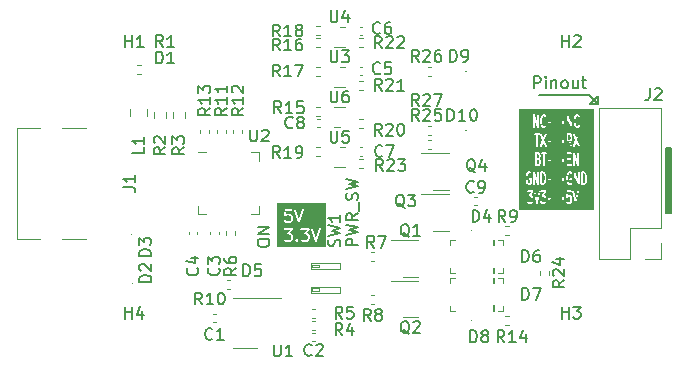
<source format=gbr>
%TF.GenerationSoftware,KiCad,Pcbnew,7.0.5*%
%TF.CreationDate,2023-08-08T23:00:51-07:00*%
%TF.ProjectId,esp32-prog,65737033-322d-4707-926f-672e6b696361,rev2*%
%TF.SameCoordinates,PX47868c0PY36d6160*%
%TF.FileFunction,Legend,Top*%
%TF.FilePolarity,Positive*%
%FSLAX46Y46*%
G04 Gerber Fmt 4.6, Leading zero omitted, Abs format (unit mm)*
G04 Created by KiCad (PCBNEW 7.0.5) date 2023-08-08 23:00:51*
%MOMM*%
%LPD*%
G01*
G04 APERTURE LIST*
%ADD10C,0.150000*%
%ADD11C,0.120000*%
%ADD12C,0.100000*%
G04 APERTURE END LIST*
D10*
G36*
X25280952Y-20367857D02*
G01*
X21132143Y-20367857D01*
X21132143Y-19769003D01*
X21663574Y-19769003D01*
X21672936Y-19812040D01*
X21729477Y-19868583D01*
X21735922Y-19879434D01*
X21754433Y-19888689D01*
X21772544Y-19898579D01*
X21774003Y-19898474D01*
X21847249Y-19935097D01*
X21862376Y-19944819D01*
X21877706Y-19944819D01*
X21892789Y-19947533D01*
X21899333Y-19944819D01*
X22166072Y-19944819D01*
X22183956Y-19946750D01*
X22197669Y-19939893D01*
X22212372Y-19935576D01*
X22217010Y-19930222D01*
X22290478Y-19893487D01*
X22302812Y-19890805D01*
X22317443Y-19876172D01*
X22332556Y-19862116D01*
X22332918Y-19860696D01*
X22359352Y-19834262D01*
X22370203Y-19827818D01*
X22375799Y-19816624D01*
X22663574Y-19816624D01*
X22667115Y-19832903D01*
X22668304Y-19849517D01*
X22671722Y-19854083D01*
X22672936Y-19859661D01*
X22684719Y-19871444D01*
X22694699Y-19884775D01*
X22700043Y-19886768D01*
X22722591Y-19909316D01*
X22723403Y-19912079D01*
X22733952Y-19921219D01*
X22742317Y-19932394D01*
X22750272Y-19935361D01*
X22756689Y-19940921D01*
X22765093Y-19942129D01*
X22772545Y-19946198D01*
X22778235Y-19945791D01*
X22783584Y-19947786D01*
X22791881Y-19945980D01*
X22800284Y-19947189D01*
X22808008Y-19943661D01*
X22816476Y-19943056D01*
X22821042Y-19939637D01*
X22826621Y-19938424D01*
X22832625Y-19932419D01*
X22840348Y-19928893D01*
X22844939Y-19921748D01*
X22851734Y-19916662D01*
X22853727Y-19911317D01*
X22886022Y-19879022D01*
X22899353Y-19869044D01*
X22905175Y-19853434D01*
X22913158Y-19838815D01*
X22912751Y-19833125D01*
X22914746Y-19827777D01*
X22911204Y-19811494D01*
X22910016Y-19794884D01*
X22906597Y-19790317D01*
X22905384Y-19784740D01*
X22893601Y-19772957D01*
X22890641Y-19769003D01*
X23092145Y-19769003D01*
X23101507Y-19812040D01*
X23158048Y-19868583D01*
X23164493Y-19879434D01*
X23183004Y-19888689D01*
X23201115Y-19898579D01*
X23202574Y-19898474D01*
X23275820Y-19935097D01*
X23290947Y-19944819D01*
X23306277Y-19944819D01*
X23321360Y-19947533D01*
X23327904Y-19944819D01*
X23594643Y-19944819D01*
X23612527Y-19946750D01*
X23626240Y-19939893D01*
X23640943Y-19935576D01*
X23645581Y-19930222D01*
X23719049Y-19893487D01*
X23731383Y-19890805D01*
X23746014Y-19876172D01*
X23761127Y-19862116D01*
X23761489Y-19860696D01*
X23787923Y-19834262D01*
X23798774Y-19827818D01*
X23808030Y-19809304D01*
X23817920Y-19791194D01*
X23817815Y-19789734D01*
X23854437Y-19716490D01*
X23864159Y-19701364D01*
X23864159Y-19686034D01*
X23866873Y-19670951D01*
X23864159Y-19664407D01*
X23864159Y-19445277D01*
X23866089Y-19427403D01*
X23859234Y-19413693D01*
X23854916Y-19398987D01*
X23849561Y-19394347D01*
X23812827Y-19320878D01*
X23810145Y-19308548D01*
X23795525Y-19293928D01*
X23781456Y-19278803D01*
X23780037Y-19278440D01*
X23753602Y-19252005D01*
X23747159Y-19241156D01*
X23728658Y-19231905D01*
X23710536Y-19222010D01*
X23709075Y-19222114D01*
X23635834Y-19185494D01*
X23620963Y-19175936D01*
X23831230Y-18935631D01*
X23831419Y-18935576D01*
X23845723Y-18919067D01*
X23852702Y-18911092D01*
X23852779Y-18910924D01*
X23860261Y-18902290D01*
X23861834Y-18891349D01*
X23866475Y-18881316D01*
X23865270Y-18872644D01*
X23996759Y-18872644D01*
X24332766Y-19880668D01*
X24332461Y-19889116D01*
X24339593Y-19901149D01*
X24340465Y-19903764D01*
X24345073Y-19910395D01*
X24354918Y-19927004D01*
X24357524Y-19928310D01*
X24359188Y-19930704D01*
X24377030Y-19938084D01*
X24394294Y-19946736D01*
X24397193Y-19946425D01*
X24399887Y-19947540D01*
X24418874Y-19944105D01*
X24438087Y-19942049D01*
X24440360Y-19940218D01*
X24443227Y-19939700D01*
X24457345Y-19926543D01*
X24472394Y-19914428D01*
X24473316Y-19911661D01*
X24475449Y-19909674D01*
X24480215Y-19890963D01*
X24816101Y-18883308D01*
X24817286Y-18850522D01*
X24794829Y-18812634D01*
X24755453Y-18792902D01*
X24711659Y-18797590D01*
X24677353Y-18825210D01*
X24408207Y-19632647D01*
X24142616Y-18835873D01*
X24123893Y-18808933D01*
X24083194Y-18792097D01*
X24039854Y-18799937D01*
X24007632Y-18829964D01*
X23996759Y-18872644D01*
X23865270Y-18872644D01*
X23864903Y-18870000D01*
X23866529Y-18858695D01*
X23861937Y-18848640D01*
X23860417Y-18837692D01*
X23852979Y-18829023D01*
X23848233Y-18818631D01*
X23838932Y-18812653D01*
X23831736Y-18804267D01*
X23820792Y-18800996D01*
X23811181Y-18794819D01*
X23800126Y-18794819D01*
X23789537Y-18791654D01*
X23778562Y-18794819D01*
X23159330Y-18794819D01*
X23127852Y-18804062D01*
X23099010Y-18837348D01*
X23092742Y-18880943D01*
X23111038Y-18921007D01*
X23148090Y-18944819D01*
X23623876Y-18944819D01*
X23413753Y-19184958D01*
X23413566Y-19185014D01*
X23399348Y-19201421D01*
X23392283Y-19209497D01*
X23392204Y-19209667D01*
X23384724Y-19218300D01*
X23383151Y-19229240D01*
X23378510Y-19239274D01*
X23380081Y-19250589D01*
X23378456Y-19261895D01*
X23383047Y-19271949D01*
X23384568Y-19282898D01*
X23392005Y-19291566D01*
X23396752Y-19301959D01*
X23406052Y-19307936D01*
X23413249Y-19316323D01*
X23424192Y-19319593D01*
X23433804Y-19325771D01*
X23444859Y-19325771D01*
X23455448Y-19328936D01*
X23466423Y-19325771D01*
X23580977Y-19325771D01*
X23649495Y-19360029D01*
X23679900Y-19390435D01*
X23714159Y-19458951D01*
X23714159Y-19661636D01*
X23679900Y-19730153D01*
X23649492Y-19760561D01*
X23580978Y-19794819D01*
X23330675Y-19794819D01*
X23262157Y-19760560D01*
X23215522Y-19713923D01*
X23186728Y-19698201D01*
X23142797Y-19701343D01*
X23107538Y-19727736D01*
X23092145Y-19769003D01*
X22890641Y-19769003D01*
X22883622Y-19759626D01*
X22878277Y-19757632D01*
X22855727Y-19735081D01*
X22854917Y-19732320D01*
X22844366Y-19723177D01*
X22836002Y-19712005D01*
X22828048Y-19709038D01*
X22821631Y-19703478D01*
X22813227Y-19702269D01*
X22805776Y-19698201D01*
X22800083Y-19698608D01*
X22794735Y-19696613D01*
X22786438Y-19698418D01*
X22778036Y-19697210D01*
X22770311Y-19700737D01*
X22761845Y-19701343D01*
X22757277Y-19704762D01*
X22751698Y-19705976D01*
X22745694Y-19711979D01*
X22737972Y-19715506D01*
X22733381Y-19722649D01*
X22726586Y-19727736D01*
X22724591Y-19733082D01*
X22692297Y-19765377D01*
X22678966Y-19775357D01*
X22673144Y-19790964D01*
X22665161Y-19805586D01*
X22665568Y-19811277D01*
X22663574Y-19816624D01*
X22375799Y-19816624D01*
X22379459Y-19809304D01*
X22389349Y-19791194D01*
X22389244Y-19789734D01*
X22425866Y-19716490D01*
X22435588Y-19701364D01*
X22435588Y-19686034D01*
X22438302Y-19670951D01*
X22435588Y-19664407D01*
X22435588Y-19445277D01*
X22437518Y-19427403D01*
X22430663Y-19413693D01*
X22426345Y-19398987D01*
X22420990Y-19394347D01*
X22384256Y-19320878D01*
X22381574Y-19308548D01*
X22366954Y-19293928D01*
X22352885Y-19278803D01*
X22351466Y-19278440D01*
X22325031Y-19252005D01*
X22318588Y-19241156D01*
X22300087Y-19231905D01*
X22281965Y-19222010D01*
X22280504Y-19222114D01*
X22207263Y-19185494D01*
X22192392Y-19175936D01*
X22402659Y-18935631D01*
X22402848Y-18935576D01*
X22417152Y-18919067D01*
X22424131Y-18911092D01*
X22424208Y-18910924D01*
X22431690Y-18902290D01*
X22433263Y-18891349D01*
X22437904Y-18881316D01*
X22436332Y-18870000D01*
X22437958Y-18858695D01*
X22433366Y-18848640D01*
X22431846Y-18837692D01*
X22424408Y-18829023D01*
X22419662Y-18818631D01*
X22410361Y-18812653D01*
X22403165Y-18804267D01*
X22392221Y-18800996D01*
X22382610Y-18794819D01*
X22371555Y-18794819D01*
X22360966Y-18791654D01*
X22349991Y-18794819D01*
X21730759Y-18794819D01*
X21699281Y-18804062D01*
X21670439Y-18837348D01*
X21664171Y-18880943D01*
X21682467Y-18921007D01*
X21719519Y-18944819D01*
X22195305Y-18944819D01*
X21985182Y-19184958D01*
X21984995Y-19185014D01*
X21970777Y-19201421D01*
X21963712Y-19209497D01*
X21963633Y-19209667D01*
X21956153Y-19218300D01*
X21954580Y-19229240D01*
X21949939Y-19239274D01*
X21951510Y-19250589D01*
X21949885Y-19261895D01*
X21954476Y-19271949D01*
X21955997Y-19282898D01*
X21963434Y-19291566D01*
X21968181Y-19301959D01*
X21977481Y-19307936D01*
X21984678Y-19316323D01*
X21995621Y-19319593D01*
X22005233Y-19325771D01*
X22016288Y-19325771D01*
X22026877Y-19328936D01*
X22037852Y-19325771D01*
X22152406Y-19325771D01*
X22220924Y-19360030D01*
X22251329Y-19390435D01*
X22285588Y-19458951D01*
X22285588Y-19661636D01*
X22251329Y-19730153D01*
X22220921Y-19760561D01*
X22152407Y-19794819D01*
X21902104Y-19794819D01*
X21833586Y-19760560D01*
X21786951Y-19713923D01*
X21758157Y-19698201D01*
X21714226Y-19701343D01*
X21678967Y-19727736D01*
X21663574Y-19769003D01*
X21132143Y-19769003D01*
X21132143Y-18159003D01*
X21711193Y-18159003D01*
X21720555Y-18202040D01*
X21777096Y-18258583D01*
X21783541Y-18269434D01*
X21802052Y-18278689D01*
X21820163Y-18288579D01*
X21821622Y-18288474D01*
X21894868Y-18325097D01*
X21909995Y-18334819D01*
X21925325Y-18334819D01*
X21940408Y-18337533D01*
X21946952Y-18334819D01*
X22166072Y-18334819D01*
X22183956Y-18336750D01*
X22197669Y-18329893D01*
X22212372Y-18325576D01*
X22217010Y-18320222D01*
X22290478Y-18283487D01*
X22302812Y-18280805D01*
X22317443Y-18266172D01*
X22332556Y-18252116D01*
X22332918Y-18250696D01*
X22359352Y-18224262D01*
X22370203Y-18217818D01*
X22379459Y-18199304D01*
X22389349Y-18181194D01*
X22389244Y-18179734D01*
X22425866Y-18106490D01*
X22435588Y-18091364D01*
X22435588Y-18076034D01*
X22438302Y-18060951D01*
X22435588Y-18054407D01*
X22435588Y-17835277D01*
X22437518Y-17817403D01*
X22430663Y-17803693D01*
X22426345Y-17788987D01*
X22420990Y-17784347D01*
X22384256Y-17710878D01*
X22381574Y-17698548D01*
X22366954Y-17683928D01*
X22352885Y-17668803D01*
X22351466Y-17668440D01*
X22325031Y-17642005D01*
X22318588Y-17631156D01*
X22300087Y-17621905D01*
X22281965Y-17612010D01*
X22280504Y-17612114D01*
X22207263Y-17575494D01*
X22192134Y-17565771D01*
X22176804Y-17565771D01*
X22161721Y-17563057D01*
X22155177Y-17565771D01*
X21936048Y-17565771D01*
X21918173Y-17563841D01*
X21904463Y-17570695D01*
X21889757Y-17575014D01*
X21885117Y-17580368D01*
X21879834Y-17583010D01*
X21904653Y-17334819D01*
X22323751Y-17334819D01*
X22355229Y-17325576D01*
X22384071Y-17292290D01*
X22388333Y-17262644D01*
X22568188Y-17262644D01*
X22904195Y-18270668D01*
X22903890Y-18279116D01*
X22911022Y-18291149D01*
X22911894Y-18293764D01*
X22916502Y-18300395D01*
X22926347Y-18317004D01*
X22928953Y-18318310D01*
X22930617Y-18320704D01*
X22948459Y-18328084D01*
X22965723Y-18336736D01*
X22968622Y-18336425D01*
X22971316Y-18337540D01*
X22990303Y-18334105D01*
X23009516Y-18332049D01*
X23011789Y-18330218D01*
X23014656Y-18329700D01*
X23028774Y-18316543D01*
X23043823Y-18304428D01*
X23044745Y-18301661D01*
X23046878Y-18299674D01*
X23051644Y-18280963D01*
X23387530Y-17273308D01*
X23388715Y-17240522D01*
X23366258Y-17202634D01*
X23326882Y-17182902D01*
X23283088Y-17187590D01*
X23248782Y-17215210D01*
X22979636Y-18022647D01*
X22714045Y-17225873D01*
X22695322Y-17198933D01*
X22654623Y-17182097D01*
X22611283Y-17189937D01*
X22579061Y-17219964D01*
X22568188Y-17262644D01*
X22388333Y-17262644D01*
X22390339Y-17248695D01*
X22372043Y-17208631D01*
X22334991Y-17184819D01*
X21845914Y-17184819D01*
X21833409Y-17181726D01*
X21814097Y-17188312D01*
X21794519Y-17194062D01*
X21793375Y-17195381D01*
X21791723Y-17195945D01*
X21779031Y-17211936D01*
X21765677Y-17227348D01*
X21765428Y-17229074D01*
X21764342Y-17230444D01*
X21762309Y-17250770D01*
X21759409Y-17270943D01*
X21760133Y-17272529D01*
X21716045Y-17713414D01*
X21712780Y-17719394D01*
X21713892Y-17734941D01*
X21713459Y-17739275D01*
X21714658Y-17745651D01*
X21715923Y-17763325D01*
X21718674Y-17767000D01*
X21719524Y-17771516D01*
X21731697Y-17784397D01*
X21742317Y-17798584D01*
X21746620Y-17800189D01*
X21749775Y-17803527D01*
X21766976Y-17807781D01*
X21783584Y-17813976D01*
X21788072Y-17812999D01*
X21792530Y-17814102D01*
X21809299Y-17808382D01*
X21826621Y-17804614D01*
X21829869Y-17801365D01*
X21834216Y-17799883D01*
X21845233Y-17786001D01*
X21881205Y-17750029D01*
X21949721Y-17715771D01*
X22152406Y-17715771D01*
X22220924Y-17750030D01*
X22251329Y-17780435D01*
X22285588Y-17848951D01*
X22285588Y-18051636D01*
X22251329Y-18120153D01*
X22220921Y-18150561D01*
X22152407Y-18184819D01*
X21949723Y-18184819D01*
X21881205Y-18150560D01*
X21834570Y-18103923D01*
X21805776Y-18088201D01*
X21761845Y-18091343D01*
X21726586Y-18117736D01*
X21711193Y-18159003D01*
X21132143Y-18159003D01*
X21132143Y-16647143D01*
X25280952Y-16647143D01*
X25280952Y-20367857D01*
G37*
X54000000Y-12000000D02*
X54500000Y-12000000D01*
X54500000Y-17500000D01*
X54000000Y-17500000D01*
X54000000Y-12000000D01*
G36*
X54000000Y-12000000D02*
G01*
X54500000Y-12000000D01*
X54500000Y-17500000D01*
X54000000Y-17500000D01*
X54000000Y-12000000D01*
G37*
X48300000Y-8300000D02*
X47500000Y-7500000D01*
X48300000Y-8300000D02*
X48300000Y-7600000D01*
X48300000Y-7600000D02*
X47600000Y-8300000D01*
X47600000Y-8300000D02*
X48300000Y-8300000D01*
X47500000Y-7500000D02*
X43250000Y-7500000D01*
G36*
X43661621Y-14168246D02*
G01*
X43703602Y-14238214D01*
X43727939Y-14319336D01*
X43754887Y-14498984D01*
X43754887Y-14630655D01*
X43727938Y-14810304D01*
X43703603Y-14891420D01*
X43661622Y-14961391D01*
X43610452Y-14989819D01*
X43562030Y-14989819D01*
X43562030Y-14139819D01*
X43610452Y-14139819D01*
X43661621Y-14168246D01*
G37*
G36*
X43261621Y-13034436D02*
G01*
X43275032Y-13056788D01*
X43297744Y-13132491D01*
X43297744Y-13253333D01*
X43275032Y-13329038D01*
X43257825Y-13357718D01*
X43231304Y-13379819D01*
X43104887Y-13379819D01*
X43104887Y-13006009D01*
X43210452Y-13006009D01*
X43261621Y-13034436D01*
G37*
G36*
X43229255Y-12551920D02*
G01*
X43246460Y-12580596D01*
X43269172Y-12656302D01*
X43269172Y-12729525D01*
X43246460Y-12805231D01*
X43229256Y-12833906D01*
X43202733Y-12856009D01*
X43104887Y-12856009D01*
X43104887Y-12529819D01*
X43202733Y-12529819D01*
X43229255Y-12551920D01*
G37*
G36*
X44867857Y-17275357D02*
G01*
X41591429Y-17275357D01*
X41591429Y-15685943D01*
X42295373Y-15685943D01*
X42313669Y-15726007D01*
X42350721Y-15749819D01*
X42620088Y-15749819D01*
X42481801Y-16013222D01*
X42473069Y-16023300D01*
X42470229Y-16043048D01*
X42466306Y-16062622D01*
X42467117Y-16064693D01*
X42466801Y-16066895D01*
X42475093Y-16085052D01*
X42482371Y-16103631D01*
X42484172Y-16104933D01*
X42485097Y-16106959D01*
X42501896Y-16117755D01*
X42518056Y-16129445D01*
X42520276Y-16129567D01*
X42522149Y-16130771D01*
X42542113Y-16130771D01*
X42562033Y-16131869D01*
X42563968Y-16130771D01*
X42602732Y-16130771D01*
X42629254Y-16152872D01*
X42646459Y-16181548D01*
X42669170Y-16257254D01*
X42669170Y-16473334D01*
X42646459Y-16549039D01*
X42629253Y-16577718D01*
X42602732Y-16599819D01*
X42485611Y-16599819D01*
X42459088Y-16577717D01*
X42431508Y-16531748D01*
X42407388Y-16509511D01*
X42364006Y-16501904D01*
X42323399Y-16518958D01*
X42298457Y-16555259D01*
X42297101Y-16599282D01*
X42332434Y-16658174D01*
X42336382Y-16670719D01*
X42351876Y-16683630D01*
X42366669Y-16697268D01*
X42368660Y-16697617D01*
X42397327Y-16721506D01*
X42399383Y-16726007D01*
X42414005Y-16735404D01*
X42418726Y-16739338D01*
X42423030Y-16741204D01*
X42436435Y-16749819D01*
X42442898Y-16749819D01*
X42448825Y-16752389D01*
X42464543Y-16749819D01*
X42612813Y-16749819D01*
X42617274Y-16751961D01*
X42634525Y-16749819D01*
X42640668Y-16749819D01*
X42645168Y-16748497D01*
X42660982Y-16746534D01*
X42665947Y-16742396D01*
X42672146Y-16740576D01*
X42682576Y-16728538D01*
X42728224Y-16690498D01*
X42740012Y-16684670D01*
X42750387Y-16667375D01*
X42761590Y-16650662D01*
X42761628Y-16648639D01*
X42773640Y-16628619D01*
X42781109Y-16622224D01*
X42784740Y-16610118D01*
X42785459Y-16608921D01*
X42787830Y-16599819D01*
X42812973Y-16516007D01*
X42819171Y-16506364D01*
X42819171Y-16484459D01*
X42819298Y-16462759D01*
X42819171Y-16462558D01*
X42819171Y-16256806D01*
X42822336Y-16245789D01*
X42816040Y-16224804D01*
X42809928Y-16203987D01*
X42809749Y-16203831D01*
X42790940Y-16141135D01*
X42791243Y-16131306D01*
X42784740Y-16120467D01*
X42784339Y-16119131D01*
X42779215Y-16111260D01*
X42755905Y-16072411D01*
X42751960Y-16059871D01*
X42736474Y-16046966D01*
X42721673Y-16033321D01*
X42719680Y-16032971D01*
X42691015Y-16009084D01*
X42688960Y-16004583D01*
X42674336Y-15995185D01*
X42669617Y-15991252D01*
X42665312Y-15989385D01*
X42664130Y-15988625D01*
X42806540Y-15717367D01*
X42815273Y-15707290D01*
X42818112Y-15687541D01*
X42822036Y-15667968D01*
X42822022Y-15667933D01*
X42837738Y-15667933D01*
X43041253Y-16685512D01*
X43042832Y-16703362D01*
X43052261Y-16715526D01*
X43059408Y-16729154D01*
X43065512Y-16732621D01*
X43069815Y-16738172D01*
X43084324Y-16743307D01*
X43097704Y-16750908D01*
X43104714Y-16750524D01*
X43111334Y-16752868D01*
X43126316Y-16749344D01*
X43141682Y-16748505D01*
X43147372Y-16744392D01*
X43154209Y-16742785D01*
X43164909Y-16731718D01*
X43177379Y-16722707D01*
X43179942Y-16716171D01*
X43184825Y-16711122D01*
X43187843Y-16696028D01*
X43193462Y-16681705D01*
X43192085Y-16674820D01*
X43387188Y-15699301D01*
X43399384Y-15726007D01*
X43436436Y-15749819D01*
X43705803Y-15749819D01*
X43567516Y-16013222D01*
X43558784Y-16023300D01*
X43555944Y-16043048D01*
X43552021Y-16062622D01*
X43552832Y-16064693D01*
X43552516Y-16066895D01*
X43560808Y-16085052D01*
X43568086Y-16103631D01*
X43569887Y-16104933D01*
X43570812Y-16106959D01*
X43587611Y-16117755D01*
X43603771Y-16129445D01*
X43605991Y-16129567D01*
X43607864Y-16130771D01*
X43627828Y-16130771D01*
X43647748Y-16131869D01*
X43649683Y-16130771D01*
X43688447Y-16130771D01*
X43714969Y-16152872D01*
X43732174Y-16181548D01*
X43754886Y-16257254D01*
X43754886Y-16473334D01*
X43732174Y-16549039D01*
X43714968Y-16577718D01*
X43688447Y-16599819D01*
X43571326Y-16599819D01*
X43544803Y-16577717D01*
X43517223Y-16531748D01*
X43493103Y-16509511D01*
X43449721Y-16501904D01*
X43409114Y-16518958D01*
X43384172Y-16555259D01*
X43382816Y-16599282D01*
X43418149Y-16658174D01*
X43422097Y-16670719D01*
X43437591Y-16683630D01*
X43452384Y-16697268D01*
X43454375Y-16697617D01*
X43483042Y-16721506D01*
X43485098Y-16726007D01*
X43499720Y-16735404D01*
X43504441Y-16739338D01*
X43508745Y-16741204D01*
X43522150Y-16749819D01*
X43528613Y-16749819D01*
X43534540Y-16752389D01*
X43550258Y-16749819D01*
X43698528Y-16749819D01*
X43702989Y-16751961D01*
X43720240Y-16749819D01*
X43726383Y-16749819D01*
X43730883Y-16748497D01*
X43746697Y-16746534D01*
X43751662Y-16742396D01*
X43757861Y-16740576D01*
X43768291Y-16728538D01*
X43813939Y-16690498D01*
X43825727Y-16684670D01*
X43836102Y-16667375D01*
X43847305Y-16650662D01*
X43847343Y-16648639D01*
X43859355Y-16628619D01*
X43866824Y-16622224D01*
X43870455Y-16610118D01*
X43871174Y-16608921D01*
X43873545Y-16599819D01*
X43898688Y-16516007D01*
X43904886Y-16506364D01*
X43904886Y-16484459D01*
X43905013Y-16462759D01*
X43904886Y-16462558D01*
X43904886Y-16296272D01*
X44066044Y-16296272D01*
X44068803Y-16304702D01*
X44068531Y-16313569D01*
X44075521Y-16325219D01*
X44079748Y-16338130D01*
X44086626Y-16343728D01*
X44103490Y-16371835D01*
X44106987Y-16383745D01*
X44107930Y-16384562D01*
X44108319Y-16385749D01*
X44123602Y-16398189D01*
X44138100Y-16411554D01*
X44139329Y-16411769D01*
X44140273Y-16412587D01*
X44141508Y-16412764D01*
X44142477Y-16413553D01*
X44162065Y-16415756D01*
X44181482Y-16419161D01*
X44182633Y-16418677D01*
X44183868Y-16418855D01*
X44185003Y-16418336D01*
X44186245Y-16418476D01*
X44203915Y-16409739D01*
X44222089Y-16402107D01*
X44222796Y-16401077D01*
X44223932Y-16400559D01*
X44224606Y-16399509D01*
X44225726Y-16398956D01*
X44235869Y-16382050D01*
X44247031Y-16365805D01*
X44247069Y-16364556D01*
X44247744Y-16363507D01*
X44247744Y-16362259D01*
X44264441Y-16334429D01*
X44275602Y-16318186D01*
X44276020Y-16304603D01*
X44279444Y-16291459D01*
X44276684Y-16283031D01*
X44276958Y-16274163D01*
X44269965Y-16262509D01*
X44265740Y-16249602D01*
X44258862Y-16244003D01*
X44241998Y-16215896D01*
X44238501Y-16203987D01*
X44237557Y-16203169D01*
X44237169Y-16201983D01*
X44221876Y-16189534D01*
X44207388Y-16176178D01*
X44206158Y-16175962D01*
X44205215Y-16175145D01*
X44203980Y-16174967D01*
X44203012Y-16174179D01*
X44183414Y-16171974D01*
X44164006Y-16168571D01*
X44162854Y-16169054D01*
X44161620Y-16168877D01*
X44160486Y-16169394D01*
X44159244Y-16169255D01*
X44141561Y-16177997D01*
X44123399Y-16185626D01*
X44122692Y-16186653D01*
X44121556Y-16187173D01*
X44120881Y-16188222D01*
X44119762Y-16188776D01*
X44109618Y-16205682D01*
X44098457Y-16221927D01*
X44098418Y-16223175D01*
X44097744Y-16224225D01*
X44097744Y-16225473D01*
X44081051Y-16253295D01*
X44069886Y-16269546D01*
X44069467Y-16283128D01*
X44066044Y-16296272D01*
X43904886Y-16296272D01*
X43904886Y-16256806D01*
X43908051Y-16245789D01*
X43901755Y-16224804D01*
X43895643Y-16203987D01*
X43895464Y-16203831D01*
X43876655Y-16141135D01*
X43876958Y-16131306D01*
X43870455Y-16120467D01*
X43870054Y-16119131D01*
X43864930Y-16111260D01*
X43841620Y-16072411D01*
X43837675Y-16059871D01*
X43822189Y-16046966D01*
X43807388Y-16033321D01*
X43805395Y-16032971D01*
X43776730Y-16009084D01*
X43774675Y-16004583D01*
X43760051Y-15995185D01*
X43755332Y-15991252D01*
X43751027Y-15989385D01*
X43749845Y-15988625D01*
X43892255Y-15717367D01*
X43900988Y-15707290D01*
X43903827Y-15687541D01*
X43907751Y-15667968D01*
X43906939Y-15665896D01*
X43907256Y-15663695D01*
X43898963Y-15645537D01*
X43891686Y-15626959D01*
X43889884Y-15625656D01*
X43888960Y-15623631D01*
X43872160Y-15612834D01*
X43856001Y-15601145D01*
X43853780Y-15601022D01*
X43851908Y-15599819D01*
X43831944Y-15599819D01*
X43812024Y-15598721D01*
X43810089Y-15599819D01*
X43447676Y-15599819D01*
X43416198Y-15609062D01*
X43387356Y-15642348D01*
X43387037Y-15644560D01*
X43361385Y-15611466D01*
X43319866Y-15596770D01*
X43276991Y-15606853D01*
X43246375Y-15638516D01*
X43115599Y-16292393D01*
X42987029Y-15649538D01*
X42971792Y-15620484D01*
X42933496Y-15598730D01*
X42889519Y-15601133D01*
X42853821Y-15626931D01*
X42837738Y-15667933D01*
X42822022Y-15667933D01*
X42821224Y-15665896D01*
X42821541Y-15663695D01*
X42813248Y-15645537D01*
X42805971Y-15626959D01*
X42804169Y-15625656D01*
X42803245Y-15623631D01*
X42786445Y-15612834D01*
X42770286Y-15601145D01*
X42768065Y-15601022D01*
X42766193Y-15599819D01*
X42746229Y-15599819D01*
X42726309Y-15598721D01*
X42724374Y-15599819D01*
X42361961Y-15599819D01*
X42330483Y-15609062D01*
X42301641Y-15642348D01*
X42295373Y-15685943D01*
X41591429Y-15685943D01*
X41591429Y-14625594D01*
X42152450Y-14625594D01*
X42154887Y-14641840D01*
X42154887Y-14647029D01*
X42156478Y-14652447D01*
X42181867Y-14821705D01*
X42180294Y-14827181D01*
X42185083Y-14843144D01*
X42185888Y-14848511D01*
X42188164Y-14853416D01*
X42211690Y-14931836D01*
X42211388Y-14941664D01*
X42217889Y-14952499D01*
X42218291Y-14953839D01*
X42223421Y-14961720D01*
X42278940Y-15054254D01*
X42288499Y-15072067D01*
X42299921Y-15078412D01*
X42309529Y-15087270D01*
X42318785Y-15088892D01*
X42391362Y-15129213D01*
X42407865Y-15139819D01*
X42421549Y-15139819D01*
X42434894Y-15142824D01*
X42443134Y-15139819D01*
X42484625Y-15139819D01*
X42504203Y-15141076D01*
X42516166Y-15134429D01*
X42529290Y-15130576D01*
X42535033Y-15123948D01*
X42607595Y-15083635D01*
X42625726Y-15074671D01*
X42632450Y-15063463D01*
X42641620Y-15054159D01*
X42643549Y-15044964D01*
X42665034Y-15009156D01*
X42676316Y-14991602D01*
X42676316Y-14979186D01*
X42679445Y-14967174D01*
X42676316Y-14957616D01*
X42676316Y-14641606D01*
X42678686Y-14625123D01*
X42671766Y-14609970D01*
X42667073Y-14593987D01*
X42662760Y-14590250D01*
X42660390Y-14585059D01*
X42646373Y-14576051D01*
X42633787Y-14565145D01*
X42628140Y-14564333D01*
X42623338Y-14561247D01*
X42606676Y-14561247D01*
X42590192Y-14558877D01*
X42585002Y-14561247D01*
X42476248Y-14561247D01*
X42444770Y-14570490D01*
X42415928Y-14603776D01*
X42409660Y-14647371D01*
X42427956Y-14687435D01*
X42465008Y-14711247D01*
X42526316Y-14711247D01*
X42526316Y-14948805D01*
X42518764Y-14961391D01*
X42467595Y-14989819D01*
X42449322Y-14989819D01*
X42398151Y-14961391D01*
X42356170Y-14891422D01*
X42331834Y-14810300D01*
X42304887Y-14630652D01*
X42304886Y-14498981D01*
X42331835Y-14319332D01*
X42356169Y-14238216D01*
X42398151Y-14168247D01*
X42449322Y-14139819D01*
X42488448Y-14139819D01*
X42533013Y-14176957D01*
X42563112Y-14190008D01*
X42606578Y-14182902D01*
X42639303Y-14153424D01*
X42650896Y-14110933D01*
X42637676Y-14068920D01*
X42636946Y-14068312D01*
X42780371Y-14068312D01*
X42783459Y-14077318D01*
X42783459Y-15075601D01*
X42792702Y-15107079D01*
X42825988Y-15135921D01*
X42869583Y-15142189D01*
X42909647Y-15123893D01*
X42933459Y-15086841D01*
X42933459Y-14514819D01*
X43129830Y-15087569D01*
X43135559Y-15107079D01*
X43145340Y-15115554D01*
X43152819Y-15126121D01*
X43161649Y-15129685D01*
X43168845Y-15135921D01*
X43181656Y-15137762D01*
X43193660Y-15142609D01*
X43203015Y-15140833D01*
X43212440Y-15142189D01*
X43224214Y-15136811D01*
X43236932Y-15134399D01*
X43243841Y-15127848D01*
X43252504Y-15123893D01*
X43259503Y-15113002D01*
X43268896Y-15104098D01*
X43271167Y-15094852D01*
X43276316Y-15086841D01*
X43276316Y-15075943D01*
X43409660Y-15075943D01*
X43416579Y-15091095D01*
X43421273Y-15107079D01*
X43425585Y-15110815D01*
X43427956Y-15116007D01*
X43441972Y-15125014D01*
X43454559Y-15135921D01*
X43460205Y-15136732D01*
X43465008Y-15139819D01*
X43481670Y-15139819D01*
X43498154Y-15142189D01*
X43503344Y-15139819D01*
X43627482Y-15139819D01*
X43647060Y-15141076D01*
X43659023Y-15134429D01*
X43672147Y-15130576D01*
X43677890Y-15123948D01*
X43750452Y-15083635D01*
X43768583Y-15074671D01*
X43775307Y-15063463D01*
X43784477Y-15054159D01*
X43786406Y-15044964D01*
X43830785Y-14970999D01*
X43838253Y-14964605D01*
X43841883Y-14952502D01*
X43842604Y-14951302D01*
X43844976Y-14942193D01*
X43868461Y-14863909D01*
X43872218Y-14859627D01*
X43874690Y-14843146D01*
X43876250Y-14837947D01*
X43876281Y-14832537D01*
X43898222Y-14686272D01*
X44066044Y-14686272D01*
X44068803Y-14694702D01*
X44068531Y-14703569D01*
X44075521Y-14715219D01*
X44079748Y-14728130D01*
X44086626Y-14733728D01*
X44103490Y-14761835D01*
X44106987Y-14773745D01*
X44107930Y-14774562D01*
X44108319Y-14775749D01*
X44123602Y-14788189D01*
X44138100Y-14801554D01*
X44139329Y-14801769D01*
X44140273Y-14802587D01*
X44141508Y-14802764D01*
X44142477Y-14803553D01*
X44162065Y-14805756D01*
X44181482Y-14809161D01*
X44182633Y-14808677D01*
X44183868Y-14808855D01*
X44185003Y-14808336D01*
X44186245Y-14808476D01*
X44203915Y-14799739D01*
X44222089Y-14792107D01*
X44222796Y-14791077D01*
X44223932Y-14790559D01*
X44224606Y-14789509D01*
X44225726Y-14788956D01*
X44235869Y-14772050D01*
X44247031Y-14755805D01*
X44247069Y-14754556D01*
X44247744Y-14753507D01*
X44247744Y-14752259D01*
X44264441Y-14724429D01*
X44275602Y-14708186D01*
X44276020Y-14694603D01*
X44279444Y-14681459D01*
X44276684Y-14673031D01*
X44276958Y-14664163D01*
X44269965Y-14652509D01*
X44265740Y-14639602D01*
X44258862Y-14634003D01*
X44241998Y-14605896D01*
X44238501Y-14593987D01*
X44237557Y-14593169D01*
X44237169Y-14591983D01*
X44221876Y-14579534D01*
X44207388Y-14566178D01*
X44206158Y-14565962D01*
X44205215Y-14565145D01*
X44203980Y-14564967D01*
X44203012Y-14564179D01*
X44183414Y-14561974D01*
X44164006Y-14558571D01*
X44162854Y-14559054D01*
X44161620Y-14558877D01*
X44160486Y-14559394D01*
X44159244Y-14559255D01*
X44141561Y-14567997D01*
X44123399Y-14575626D01*
X44122692Y-14576653D01*
X44121556Y-14577173D01*
X44120881Y-14578222D01*
X44119762Y-14578776D01*
X44109618Y-14595682D01*
X44098457Y-14611927D01*
X44098418Y-14613175D01*
X44097744Y-14614225D01*
X44097744Y-14615473D01*
X44081051Y-14643295D01*
X44069886Y-14659546D01*
X44069467Y-14673128D01*
X44066044Y-14686272D01*
X43898222Y-14686272D01*
X43901672Y-14663270D01*
X43904887Y-14658269D01*
X43904886Y-14641843D01*
X43905657Y-14636710D01*
X43904886Y-14631113D01*
X43904887Y-14509466D01*
X43907324Y-14504043D01*
X43904887Y-14487796D01*
X43904887Y-14482608D01*
X43903295Y-14477189D01*
X43877906Y-14307931D01*
X43879480Y-14302456D01*
X43874690Y-14286492D01*
X43873886Y-14281126D01*
X43871609Y-14276220D01*
X43848083Y-14197800D01*
X43848386Y-14187973D01*
X43841884Y-14177137D01*
X43841483Y-14175798D01*
X43836349Y-14167911D01*
X43780834Y-14075386D01*
X43771275Y-14057571D01*
X43759849Y-14051223D01*
X43750244Y-14042369D01*
X43740990Y-14040746D01*
X43668411Y-14000424D01*
X43651909Y-13989819D01*
X43638225Y-13989819D01*
X43624880Y-13986814D01*
X43616640Y-13989819D01*
X43492390Y-13989819D01*
X43475906Y-13987449D01*
X43460753Y-13994368D01*
X43444770Y-13999062D01*
X43441033Y-14003374D01*
X43435842Y-14005745D01*
X43426834Y-14019761D01*
X43415928Y-14032348D01*
X43415116Y-14037994D01*
X43412030Y-14042797D01*
X43412030Y-14059459D01*
X43409660Y-14075943D01*
X43412030Y-14081132D01*
X43412030Y-15059459D01*
X43409660Y-15075943D01*
X43276316Y-15075943D01*
X43276316Y-15073895D01*
X43279404Y-15061326D01*
X43276316Y-15052319D01*
X43276316Y-14054037D01*
X43267073Y-14022559D01*
X43233787Y-13993717D01*
X43190192Y-13987449D01*
X43150128Y-14005745D01*
X43126316Y-14042797D01*
X43126316Y-14614818D01*
X42929944Y-14042068D01*
X42924216Y-14022559D01*
X42914434Y-14014083D01*
X42906956Y-14003517D01*
X42898125Y-13999952D01*
X42890930Y-13993717D01*
X42878118Y-13991875D01*
X42866115Y-13987029D01*
X42856759Y-13988804D01*
X42847335Y-13987449D01*
X42835560Y-13992826D01*
X42822843Y-13995239D01*
X42815933Y-14001789D01*
X42807271Y-14005745D01*
X42800271Y-14016635D01*
X42790879Y-14025540D01*
X42788607Y-14034785D01*
X42783459Y-14042797D01*
X42783459Y-14055742D01*
X42780371Y-14068312D01*
X42636946Y-14068312D01*
X42576731Y-14018132D01*
X42574676Y-14013631D01*
X42560052Y-14004233D01*
X42555333Y-14000300D01*
X42551028Y-13998433D01*
X42537624Y-13989819D01*
X42531161Y-13989819D01*
X42525234Y-13987249D01*
X42509514Y-13989819D01*
X42432284Y-13989819D01*
X42412714Y-13988563D01*
X42400753Y-13995207D01*
X42387627Y-13999062D01*
X42381882Y-14005691D01*
X42309323Y-14046001D01*
X42291191Y-14054967D01*
X42284466Y-14066174D01*
X42275297Y-14075479D01*
X42273366Y-14084673D01*
X42228989Y-14158636D01*
X42221521Y-14165032D01*
X42217889Y-14177135D01*
X42217171Y-14178334D01*
X42214801Y-14187431D01*
X42191312Y-14265727D01*
X42187556Y-14270010D01*
X42185083Y-14286490D01*
X42183524Y-14291690D01*
X42183492Y-14297099D01*
X42158101Y-14466366D01*
X42154887Y-14471368D01*
X42154887Y-14487793D01*
X42154117Y-14492927D01*
X42154886Y-14498523D01*
X42154887Y-14620170D01*
X42152450Y-14625594D01*
X41591429Y-14625594D01*
X41591429Y-13465943D01*
X42952517Y-13465943D01*
X42959436Y-13481095D01*
X42964130Y-13497079D01*
X42968442Y-13500815D01*
X42970813Y-13506007D01*
X42984829Y-13515014D01*
X42997416Y-13525921D01*
X43003062Y-13526732D01*
X43007865Y-13529819D01*
X43024527Y-13529819D01*
X43041011Y-13532189D01*
X43046201Y-13529819D01*
X43241385Y-13529819D01*
X43245846Y-13531961D01*
X43263097Y-13529819D01*
X43269240Y-13529819D01*
X43273740Y-13528497D01*
X43289554Y-13526534D01*
X43294519Y-13522396D01*
X43300718Y-13520576D01*
X43311148Y-13508538D01*
X43356796Y-13470498D01*
X43368584Y-13464670D01*
X43378959Y-13447375D01*
X43390162Y-13430662D01*
X43390200Y-13428639D01*
X43402211Y-13408620D01*
X43409681Y-13402225D01*
X43413313Y-13390117D01*
X43414031Y-13388921D01*
X43416393Y-13379848D01*
X43441546Y-13296007D01*
X43447744Y-13286364D01*
X43447744Y-13264459D01*
X43447871Y-13242759D01*
X43447744Y-13242558D01*
X43447744Y-13132044D01*
X43450909Y-13121027D01*
X43444619Y-13100061D01*
X43438501Y-13079225D01*
X43438321Y-13079069D01*
X43419512Y-13016372D01*
X43419815Y-13006544D01*
X43413312Y-12995706D01*
X43412911Y-12994368D01*
X43407785Y-12986494D01*
X43380839Y-12941584D01*
X43371275Y-12923761D01*
X43359849Y-12917413D01*
X43356550Y-12914372D01*
X43361591Y-12906852D01*
X43361629Y-12904830D01*
X43373642Y-12884809D01*
X43381110Y-12878415D01*
X43384740Y-12866312D01*
X43385461Y-12865112D01*
X43387833Y-12856003D01*
X43412974Y-12772198D01*
X43419172Y-12762555D01*
X43419172Y-12740650D01*
X43419299Y-12718950D01*
X43419172Y-12718749D01*
X43419172Y-12655854D01*
X43422337Y-12644837D01*
X43416041Y-12623852D01*
X43409929Y-12603035D01*
X43409750Y-12602879D01*
X43390941Y-12540183D01*
X43391244Y-12530354D01*
X43384741Y-12519515D01*
X43384340Y-12518179D01*
X43379216Y-12510308D01*
X43355906Y-12471459D01*
X43354171Y-12465943D01*
X43466802Y-12465943D01*
X43485098Y-12506007D01*
X43522150Y-12529819D01*
X43640601Y-12529819D01*
X43640601Y-13465601D01*
X43649844Y-13497079D01*
X43683130Y-13525921D01*
X43726725Y-13532189D01*
X43766789Y-13513893D01*
X43790601Y-13476841D01*
X43790601Y-13076272D01*
X44066044Y-13076272D01*
X44068803Y-13084702D01*
X44068531Y-13093569D01*
X44075521Y-13105219D01*
X44079748Y-13118130D01*
X44086626Y-13123728D01*
X44103490Y-13151835D01*
X44106987Y-13163745D01*
X44107930Y-13164562D01*
X44108319Y-13165749D01*
X44123602Y-13178189D01*
X44138100Y-13191554D01*
X44139329Y-13191769D01*
X44140273Y-13192587D01*
X44141508Y-13192764D01*
X44142477Y-13193553D01*
X44162065Y-13195756D01*
X44181482Y-13199161D01*
X44182633Y-13198677D01*
X44183868Y-13198855D01*
X44185003Y-13198336D01*
X44186245Y-13198476D01*
X44203915Y-13189739D01*
X44222089Y-13182107D01*
X44222796Y-13181077D01*
X44223932Y-13180559D01*
X44224606Y-13179509D01*
X44225726Y-13178956D01*
X44235869Y-13162050D01*
X44247031Y-13145805D01*
X44247069Y-13144556D01*
X44247744Y-13143507D01*
X44247744Y-13142259D01*
X44264441Y-13114429D01*
X44275602Y-13098186D01*
X44276020Y-13084603D01*
X44279444Y-13071459D01*
X44276684Y-13063031D01*
X44276958Y-13054163D01*
X44269965Y-13042509D01*
X44265740Y-13029602D01*
X44258862Y-13024003D01*
X44241998Y-12995896D01*
X44238501Y-12983987D01*
X44237557Y-12983169D01*
X44237169Y-12981983D01*
X44221876Y-12969534D01*
X44207388Y-12956178D01*
X44206158Y-12955962D01*
X44205215Y-12955145D01*
X44203980Y-12954967D01*
X44203012Y-12954179D01*
X44183414Y-12951974D01*
X44164006Y-12948571D01*
X44162854Y-12949054D01*
X44161620Y-12948877D01*
X44160486Y-12949394D01*
X44159244Y-12949255D01*
X44141561Y-12957997D01*
X44123399Y-12965626D01*
X44122692Y-12966653D01*
X44121556Y-12967173D01*
X44120881Y-12968222D01*
X44119762Y-12968776D01*
X44109618Y-12985682D01*
X44098457Y-13001927D01*
X44098418Y-13003175D01*
X44097744Y-13004225D01*
X44097744Y-13005473D01*
X44081051Y-13033295D01*
X44069886Y-13049546D01*
X44069467Y-13063128D01*
X44066044Y-13076272D01*
X43790601Y-13076272D01*
X43790601Y-12529819D01*
X43897812Y-12529819D01*
X43929290Y-12520576D01*
X43958132Y-12487290D01*
X43964400Y-12443695D01*
X43946104Y-12403631D01*
X43909052Y-12379819D01*
X43720961Y-12379819D01*
X43704477Y-12377449D01*
X43699287Y-12379819D01*
X43533390Y-12379819D01*
X43501912Y-12389062D01*
X43473070Y-12422348D01*
X43466802Y-12465943D01*
X43354171Y-12465943D01*
X43351961Y-12458919D01*
X43336475Y-12446014D01*
X43321674Y-12432369D01*
X43319681Y-12432019D01*
X43291016Y-12408132D01*
X43288961Y-12403631D01*
X43274337Y-12394233D01*
X43269618Y-12390300D01*
X43265313Y-12388433D01*
X43251909Y-12379819D01*
X43245445Y-12379819D01*
X43239518Y-12377249D01*
X43223800Y-12379819D01*
X43035247Y-12379819D01*
X43018763Y-12377449D01*
X43003610Y-12384368D01*
X42987627Y-12389062D01*
X42983890Y-12393374D01*
X42978699Y-12395745D01*
X42969691Y-12409761D01*
X42958785Y-12422348D01*
X42957973Y-12427994D01*
X42954887Y-12432797D01*
X42954887Y-12449459D01*
X42952517Y-12465943D01*
X42954887Y-12471132D01*
X42954887Y-12925649D01*
X42952517Y-12942133D01*
X42954887Y-12947322D01*
X42954887Y-13449459D01*
X42952517Y-13465943D01*
X41591429Y-13465943D01*
X41591429Y-10855943D01*
X42895373Y-10855943D01*
X42913669Y-10896007D01*
X42950721Y-10919819D01*
X43069172Y-10919819D01*
X43069172Y-11855601D01*
X43078415Y-11887079D01*
X43111701Y-11915921D01*
X43155296Y-11922189D01*
X43195360Y-11903893D01*
X43219172Y-11866841D01*
X43219172Y-10919819D01*
X43326383Y-10919819D01*
X43357861Y-10910576D01*
X43386703Y-10877290D01*
X43387751Y-10869997D01*
X43577680Y-11344819D01*
X43384818Y-11826976D01*
X43381709Y-11859635D01*
X43401903Y-11898776D01*
X43440052Y-11920787D01*
X43484045Y-11918679D01*
X43519915Y-11893120D01*
X43658458Y-11546762D01*
X43792827Y-11882684D01*
X43813099Y-11908478D01*
X43854716Y-11922895D01*
X43897521Y-11912524D01*
X43927924Y-11880657D01*
X43936273Y-11837412D01*
X43787817Y-11466272D01*
X44066044Y-11466272D01*
X44068803Y-11474702D01*
X44068531Y-11483569D01*
X44075521Y-11495219D01*
X44079748Y-11508130D01*
X44086626Y-11513728D01*
X44103490Y-11541835D01*
X44106987Y-11553745D01*
X44107930Y-11554562D01*
X44108319Y-11555749D01*
X44123602Y-11568189D01*
X44138100Y-11581554D01*
X44139329Y-11581769D01*
X44140273Y-11582587D01*
X44141508Y-11582764D01*
X44142477Y-11583553D01*
X44162065Y-11585756D01*
X44181482Y-11589161D01*
X44182633Y-11588677D01*
X44183868Y-11588855D01*
X44185003Y-11588336D01*
X44186245Y-11588476D01*
X44203915Y-11579739D01*
X44222089Y-11572107D01*
X44222796Y-11571077D01*
X44223932Y-11570559D01*
X44224606Y-11569509D01*
X44225726Y-11568956D01*
X44235869Y-11552050D01*
X44247031Y-11535805D01*
X44247069Y-11534556D01*
X44247744Y-11533507D01*
X44247744Y-11532259D01*
X44264441Y-11504429D01*
X44275602Y-11488186D01*
X44276020Y-11474603D01*
X44279444Y-11461459D01*
X44276684Y-11453031D01*
X44276958Y-11444163D01*
X44269965Y-11432509D01*
X44265740Y-11419602D01*
X44258862Y-11414003D01*
X44241998Y-11385896D01*
X44238501Y-11373987D01*
X44237557Y-11373169D01*
X44237169Y-11371983D01*
X44221876Y-11359534D01*
X44207388Y-11346178D01*
X44206158Y-11345962D01*
X44205215Y-11345145D01*
X44203980Y-11344967D01*
X44203012Y-11344179D01*
X44183414Y-11341974D01*
X44164006Y-11338571D01*
X44162854Y-11339054D01*
X44161620Y-11338877D01*
X44160486Y-11339394D01*
X44159244Y-11339255D01*
X44141561Y-11347997D01*
X44123399Y-11355626D01*
X44122692Y-11356653D01*
X44121556Y-11357173D01*
X44120881Y-11358222D01*
X44119762Y-11358776D01*
X44109618Y-11375682D01*
X44098457Y-11391927D01*
X44098418Y-11393175D01*
X44097744Y-11394225D01*
X44097744Y-11395473D01*
X44081051Y-11423295D01*
X44069886Y-11439546D01*
X44069467Y-11453128D01*
X44066044Y-11466272D01*
X43787817Y-11466272D01*
X43739235Y-11344818D01*
X43932098Y-10862662D01*
X43935207Y-10830003D01*
X43915013Y-10790862D01*
X43876864Y-10768851D01*
X43832871Y-10770959D01*
X43797001Y-10796518D01*
X43658457Y-11142875D01*
X43524089Y-10806954D01*
X43503817Y-10781160D01*
X43462200Y-10766743D01*
X43419395Y-10777114D01*
X43388992Y-10808981D01*
X43386820Y-10820227D01*
X43374675Y-10793631D01*
X43337623Y-10769819D01*
X43149532Y-10769819D01*
X43133048Y-10767449D01*
X43127858Y-10769819D01*
X42961961Y-10769819D01*
X42930483Y-10779062D01*
X42901641Y-10812348D01*
X42895373Y-10855943D01*
X41591429Y-10855943D01*
X41591429Y-9238312D01*
X42780371Y-9238312D01*
X42783459Y-9247318D01*
X42783459Y-10245601D01*
X42792702Y-10277079D01*
X42825988Y-10305921D01*
X42869583Y-10312189D01*
X42909647Y-10293893D01*
X42933459Y-10256841D01*
X42933459Y-9684819D01*
X43129830Y-10257569D01*
X43135559Y-10277079D01*
X43145340Y-10285554D01*
X43152819Y-10296121D01*
X43161649Y-10299685D01*
X43168845Y-10305921D01*
X43181656Y-10307762D01*
X43193660Y-10312609D01*
X43203015Y-10310833D01*
X43212440Y-10312189D01*
X43224214Y-10306811D01*
X43236932Y-10304399D01*
X43243841Y-10297848D01*
X43252504Y-10293893D01*
X43259503Y-10283002D01*
X43268896Y-10274098D01*
X43271167Y-10264852D01*
X43276316Y-10256841D01*
X43276316Y-10243895D01*
X43279404Y-10231326D01*
X43276316Y-10222319D01*
X43276316Y-9795594D01*
X43381021Y-9795594D01*
X43383458Y-9811840D01*
X43383458Y-9817029D01*
X43385049Y-9822447D01*
X43410438Y-9991705D01*
X43408865Y-9997181D01*
X43413654Y-10013144D01*
X43414459Y-10018511D01*
X43416735Y-10023416D01*
X43440261Y-10101836D01*
X43439959Y-10111664D01*
X43446460Y-10122499D01*
X43446862Y-10123839D01*
X43451992Y-10131720D01*
X43507511Y-10224254D01*
X43517070Y-10242067D01*
X43528492Y-10248412D01*
X43538100Y-10257270D01*
X43547356Y-10258892D01*
X43619933Y-10299213D01*
X43636436Y-10309819D01*
X43650120Y-10309819D01*
X43663465Y-10312824D01*
X43671705Y-10309819D01*
X43713196Y-10309819D01*
X43732774Y-10311076D01*
X43744737Y-10304429D01*
X43757861Y-10300576D01*
X43763604Y-10293948D01*
X43836166Y-10253635D01*
X43854297Y-10244671D01*
X43861021Y-10233463D01*
X43870191Y-10224159D01*
X43872120Y-10214964D01*
X43899746Y-10168922D01*
X43908016Y-10137174D01*
X43894312Y-10095317D01*
X43860155Y-10067513D01*
X43816387Y-10062588D01*
X43776905Y-10082109D01*
X43747335Y-10131391D01*
X43696166Y-10159819D01*
X43677893Y-10159819D01*
X43626722Y-10131391D01*
X43584741Y-10061422D01*
X43560405Y-9980300D01*
X43541801Y-9856272D01*
X44066044Y-9856272D01*
X44068803Y-9864702D01*
X44068531Y-9873569D01*
X44075521Y-9885219D01*
X44079748Y-9898130D01*
X44086626Y-9903728D01*
X44103490Y-9931835D01*
X44106987Y-9943745D01*
X44107930Y-9944562D01*
X44108319Y-9945749D01*
X44123602Y-9958189D01*
X44138100Y-9971554D01*
X44139329Y-9971769D01*
X44140273Y-9972587D01*
X44141508Y-9972764D01*
X44142477Y-9973553D01*
X44162065Y-9975756D01*
X44181482Y-9979161D01*
X44182633Y-9978677D01*
X44183868Y-9978855D01*
X44185003Y-9978336D01*
X44186245Y-9978476D01*
X44203915Y-9969739D01*
X44222089Y-9962107D01*
X44222796Y-9961077D01*
X44223932Y-9960559D01*
X44224606Y-9959509D01*
X44225726Y-9958956D01*
X44235869Y-9942050D01*
X44247031Y-9925805D01*
X44247069Y-9924556D01*
X44247744Y-9923507D01*
X44247744Y-9922259D01*
X44264441Y-9894429D01*
X44275602Y-9878186D01*
X44276020Y-9864603D01*
X44279444Y-9851459D01*
X44276684Y-9843031D01*
X44276958Y-9834163D01*
X44269965Y-9822509D01*
X44265740Y-9809602D01*
X44258862Y-9804003D01*
X44241998Y-9775896D01*
X44238501Y-9763987D01*
X44237557Y-9763169D01*
X44237169Y-9761983D01*
X44221876Y-9749534D01*
X44207388Y-9736178D01*
X44206158Y-9735962D01*
X44205215Y-9735145D01*
X44203980Y-9734967D01*
X44203012Y-9734179D01*
X44183414Y-9731974D01*
X44164006Y-9728571D01*
X44162854Y-9729054D01*
X44161620Y-9728877D01*
X44160486Y-9729394D01*
X44159244Y-9729255D01*
X44141561Y-9737997D01*
X44123399Y-9745626D01*
X44122692Y-9746653D01*
X44121556Y-9747173D01*
X44120881Y-9748222D01*
X44119762Y-9748776D01*
X44109618Y-9765682D01*
X44098457Y-9781927D01*
X44098418Y-9783175D01*
X44097744Y-9784225D01*
X44097744Y-9785473D01*
X44081051Y-9813295D01*
X44069886Y-9829546D01*
X44069467Y-9843128D01*
X44066044Y-9856272D01*
X43541801Y-9856272D01*
X43533458Y-9800652D01*
X43533458Y-9668981D01*
X43560406Y-9489332D01*
X43584740Y-9408216D01*
X43626722Y-9338247D01*
X43677893Y-9309819D01*
X43696166Y-9309819D01*
X43747336Y-9338246D01*
X43771123Y-9377890D01*
X43795244Y-9400127D01*
X43838626Y-9407732D01*
X43879233Y-9390677D01*
X43904174Y-9354376D01*
X43905529Y-9310353D01*
X43866555Y-9245398D01*
X43856989Y-9227571D01*
X43845564Y-9221223D01*
X43835958Y-9212368D01*
X43826702Y-9210745D01*
X43754125Y-9170424D01*
X43737623Y-9159819D01*
X43723939Y-9159819D01*
X43710594Y-9156814D01*
X43702354Y-9159819D01*
X43660855Y-9159819D01*
X43641285Y-9158563D01*
X43629324Y-9165207D01*
X43616198Y-9169062D01*
X43610453Y-9175691D01*
X43537894Y-9216001D01*
X43519762Y-9224967D01*
X43513037Y-9236174D01*
X43503868Y-9245479D01*
X43501937Y-9254673D01*
X43457560Y-9328636D01*
X43450092Y-9335032D01*
X43446460Y-9347135D01*
X43445742Y-9348334D01*
X43443372Y-9357431D01*
X43419883Y-9435727D01*
X43416127Y-9440010D01*
X43413654Y-9456490D01*
X43412095Y-9461690D01*
X43412063Y-9467099D01*
X43386672Y-9636366D01*
X43383458Y-9641368D01*
X43383458Y-9657793D01*
X43382688Y-9662927D01*
X43383458Y-9668523D01*
X43383458Y-9790170D01*
X43381021Y-9795594D01*
X43276316Y-9795594D01*
X43276316Y-9224037D01*
X43267073Y-9192559D01*
X43233787Y-9163717D01*
X43190192Y-9157449D01*
X43150128Y-9175745D01*
X43126316Y-9212797D01*
X43126316Y-9784818D01*
X42929944Y-9212068D01*
X42924216Y-9192559D01*
X42914434Y-9184083D01*
X42906956Y-9173517D01*
X42898125Y-9169952D01*
X42890930Y-9163717D01*
X42878118Y-9161875D01*
X42866115Y-9157029D01*
X42856759Y-9158804D01*
X42847335Y-9157449D01*
X42835560Y-9162826D01*
X42822843Y-9165239D01*
X42815933Y-9171789D01*
X42807271Y-9175745D01*
X42800271Y-9186635D01*
X42790879Y-9195540D01*
X42788607Y-9204785D01*
X42783459Y-9212797D01*
X42783459Y-9225742D01*
X42780371Y-9238312D01*
X41591429Y-9238312D01*
X41591429Y-8724643D01*
X44867857Y-8724643D01*
X44867857Y-17275357D01*
G37*
G36*
X47101846Y-14168246D02*
G01*
X47143827Y-14238214D01*
X47168164Y-14319336D01*
X47195112Y-14498984D01*
X47195112Y-14630655D01*
X47168163Y-14810304D01*
X47143828Y-14891420D01*
X47101847Y-14961391D01*
X47050677Y-14989819D01*
X47002255Y-14989819D01*
X47002255Y-14139819D01*
X47050677Y-14139819D01*
X47101846Y-14168246D01*
G37*
G36*
X45926623Y-10941920D02*
G01*
X45943829Y-10970598D01*
X45966541Y-11046301D01*
X45966541Y-11167143D01*
X45943828Y-11242850D01*
X45926624Y-11271525D01*
X45900101Y-11293628D01*
X45853504Y-11293628D01*
X45843946Y-11290499D01*
X45831935Y-11293628D01*
X45773684Y-11293628D01*
X45773684Y-10919819D01*
X45900101Y-10919819D01*
X45926623Y-10941920D01*
G37*
G36*
X47908571Y-17275357D02*
G01*
X44632143Y-17275357D01*
X44632143Y-16296272D01*
X45220555Y-16296272D01*
X45223314Y-16304702D01*
X45223042Y-16313569D01*
X45230032Y-16325219D01*
X45234259Y-16338130D01*
X45241137Y-16343728D01*
X45258001Y-16371835D01*
X45261498Y-16383745D01*
X45262441Y-16384562D01*
X45262830Y-16385749D01*
X45278113Y-16398189D01*
X45292611Y-16411554D01*
X45293840Y-16411769D01*
X45294784Y-16412587D01*
X45296019Y-16412764D01*
X45296988Y-16413553D01*
X45316576Y-16415756D01*
X45335993Y-16419161D01*
X45337144Y-16418677D01*
X45338379Y-16418855D01*
X45339514Y-16418336D01*
X45340756Y-16418476D01*
X45358426Y-16409739D01*
X45376600Y-16402107D01*
X45377307Y-16401077D01*
X45378443Y-16400559D01*
X45379117Y-16399509D01*
X45380237Y-16398956D01*
X45390380Y-16382050D01*
X45401542Y-16365805D01*
X45401580Y-16364556D01*
X45402255Y-16363507D01*
X45402255Y-16362259D01*
X45418952Y-16334429D01*
X45430113Y-16318186D01*
X45430531Y-16304603D01*
X45433955Y-16291459D01*
X45431195Y-16283031D01*
X45431469Y-16274163D01*
X45424476Y-16262509D01*
X45420251Y-16249602D01*
X45413373Y-16244003D01*
X45396509Y-16215896D01*
X45393012Y-16203987D01*
X45392068Y-16203169D01*
X45391680Y-16201983D01*
X45376387Y-16189534D01*
X45361899Y-16176178D01*
X45360669Y-16175962D01*
X45359726Y-16175145D01*
X45358491Y-16174967D01*
X45357523Y-16174179D01*
X45337925Y-16171974D01*
X45318517Y-16168571D01*
X45317365Y-16169054D01*
X45316131Y-16168877D01*
X45314997Y-16169394D01*
X45313755Y-16169255D01*
X45296072Y-16177997D01*
X45277910Y-16185626D01*
X45277203Y-16186653D01*
X45276067Y-16187173D01*
X45275392Y-16188222D01*
X45274273Y-16188776D01*
X45264129Y-16205682D01*
X45252968Y-16221927D01*
X45252929Y-16223175D01*
X45252255Y-16224225D01*
X45252254Y-16225473D01*
X45235562Y-16253295D01*
X45224397Y-16269546D01*
X45223978Y-16283128D01*
X45220555Y-16296272D01*
X44632143Y-16296272D01*
X44632143Y-16153414D01*
X45591983Y-16153414D01*
X45597776Y-16171110D01*
X45601942Y-16189255D01*
X45604550Y-16191804D01*
X45605686Y-16195272D01*
X45620123Y-16207024D01*
X45633441Y-16220039D01*
X45637015Y-16220773D01*
X45639844Y-16223076D01*
X45658347Y-16225158D01*
X45676582Y-16228906D01*
X45679983Y-16227592D01*
X45683611Y-16228001D01*
X45700303Y-16219747D01*
X45717670Y-16213043D01*
X45719823Y-16210096D01*
X45723093Y-16208480D01*
X45732672Y-16192515D01*
X45743658Y-16177483D01*
X45743876Y-16173841D01*
X45756458Y-16152872D01*
X45782980Y-16130771D01*
X45871530Y-16130771D01*
X45898052Y-16152872D01*
X45915257Y-16181548D01*
X45937969Y-16257254D01*
X45937969Y-16473334D01*
X45915257Y-16549039D01*
X45898051Y-16577718D01*
X45871530Y-16599819D01*
X45782981Y-16599819D01*
X45756458Y-16577717D01*
X45728877Y-16531747D01*
X45704756Y-16509511D01*
X45661374Y-16501904D01*
X45620767Y-16518959D01*
X45595825Y-16555260D01*
X45594470Y-16599283D01*
X45629805Y-16658176D01*
X45633752Y-16670719D01*
X45649238Y-16683624D01*
X45664040Y-16697269D01*
X45666031Y-16697618D01*
X45694697Y-16721506D01*
X45696753Y-16726007D01*
X45711375Y-16735404D01*
X45716096Y-16739338D01*
X45720400Y-16741204D01*
X45733805Y-16749819D01*
X45740268Y-16749819D01*
X45746195Y-16752389D01*
X45761913Y-16749819D01*
X45881611Y-16749819D01*
X45886072Y-16751961D01*
X45903323Y-16749819D01*
X45909466Y-16749819D01*
X45913966Y-16748497D01*
X45929780Y-16746534D01*
X45934745Y-16742396D01*
X45940944Y-16740576D01*
X45951374Y-16728538D01*
X45997022Y-16690498D01*
X46008810Y-16684670D01*
X46019185Y-16667375D01*
X46030388Y-16650662D01*
X46030426Y-16648639D01*
X46042438Y-16628619D01*
X46049907Y-16622224D01*
X46053538Y-16610118D01*
X46054257Y-16608921D01*
X46056628Y-16599819D01*
X46081771Y-16516007D01*
X46087969Y-16506364D01*
X46087969Y-16484459D01*
X46088096Y-16462759D01*
X46087969Y-16462558D01*
X46087969Y-16256806D01*
X46091134Y-16245789D01*
X46084838Y-16224804D01*
X46078726Y-16203987D01*
X46078547Y-16203831D01*
X46059738Y-16141135D01*
X46060041Y-16131306D01*
X46053538Y-16120467D01*
X46053137Y-16119131D01*
X46048013Y-16111260D01*
X46024703Y-16072411D01*
X46020758Y-16059871D01*
X46005272Y-16046966D01*
X45990471Y-16033321D01*
X45988478Y-16032971D01*
X45959813Y-16009084D01*
X45957758Y-16004583D01*
X45943134Y-15995185D01*
X45938415Y-15991252D01*
X45934110Y-15989385D01*
X45920706Y-15980771D01*
X45914242Y-15980771D01*
X45908315Y-15978201D01*
X45892597Y-15980771D01*
X45772900Y-15980771D01*
X45768439Y-15978629D01*
X45755493Y-15980236D01*
X45769319Y-15749819D01*
X45995180Y-15749819D01*
X46026658Y-15740576D01*
X46055500Y-15707290D01*
X46061159Y-15667933D01*
X46106536Y-15667933D01*
X46310051Y-16685512D01*
X46311630Y-16703362D01*
X46321059Y-16715526D01*
X46328206Y-16729154D01*
X46334310Y-16732621D01*
X46338613Y-16738172D01*
X46353122Y-16743307D01*
X46366502Y-16750908D01*
X46373512Y-16750524D01*
X46380132Y-16752868D01*
X46395114Y-16749344D01*
X46410480Y-16748505D01*
X46416170Y-16744392D01*
X46423007Y-16742785D01*
X46433707Y-16731718D01*
X46446177Y-16722707D01*
X46448740Y-16716171D01*
X46453623Y-16711122D01*
X46456641Y-16696028D01*
X46462260Y-16681705D01*
X46460883Y-16674820D01*
X46660056Y-15678955D01*
X46657166Y-15646276D01*
X46630183Y-15611466D01*
X46588664Y-15596770D01*
X46545789Y-15606853D01*
X46515173Y-15638516D01*
X46384397Y-16292393D01*
X46255827Y-15649538D01*
X46240590Y-15620484D01*
X46202294Y-15598730D01*
X46158317Y-15601133D01*
X46122619Y-15626931D01*
X46106536Y-15667933D01*
X46061159Y-15667933D01*
X46061768Y-15663695D01*
X46043472Y-15623631D01*
X46006420Y-15599819D01*
X45706307Y-15599819D01*
X45692214Y-15596922D01*
X45674576Y-15603731D01*
X45656424Y-15609062D01*
X45654238Y-15611584D01*
X45651126Y-15612786D01*
X45639966Y-15628054D01*
X45627582Y-15642348D01*
X45627107Y-15645650D01*
X45625138Y-15648345D01*
X45624005Y-15667225D01*
X45621314Y-15685943D01*
X45622699Y-15688977D01*
X45595685Y-16139199D01*
X45591983Y-16153414D01*
X44632143Y-16153414D01*
X44632143Y-14686272D01*
X45220555Y-14686272D01*
X45223314Y-14694702D01*
X45223042Y-14703569D01*
X45230032Y-14715219D01*
X45234259Y-14728130D01*
X45241137Y-14733728D01*
X45258001Y-14761835D01*
X45261498Y-14773745D01*
X45262441Y-14774562D01*
X45262830Y-14775749D01*
X45278113Y-14788189D01*
X45292611Y-14801554D01*
X45293840Y-14801769D01*
X45294784Y-14802587D01*
X45296019Y-14802764D01*
X45296988Y-14803553D01*
X45316576Y-14805756D01*
X45335993Y-14809161D01*
X45337144Y-14808677D01*
X45338379Y-14808855D01*
X45339514Y-14808336D01*
X45340756Y-14808476D01*
X45358426Y-14799739D01*
X45376600Y-14792107D01*
X45377307Y-14791077D01*
X45378443Y-14790559D01*
X45379117Y-14789509D01*
X45380237Y-14788956D01*
X45390380Y-14772050D01*
X45401542Y-14755805D01*
X45401580Y-14754556D01*
X45402255Y-14753507D01*
X45402255Y-14752259D01*
X45418952Y-14724429D01*
X45430113Y-14708186D01*
X45430531Y-14694603D01*
X45433955Y-14681459D01*
X45431195Y-14673031D01*
X45431469Y-14664163D01*
X45424476Y-14652509D01*
X45420251Y-14639602D01*
X45413373Y-14634003D01*
X45408328Y-14625594D01*
X45592675Y-14625594D01*
X45595112Y-14641840D01*
X45595112Y-14647029D01*
X45596703Y-14652447D01*
X45622092Y-14821705D01*
X45620519Y-14827181D01*
X45625308Y-14843144D01*
X45626113Y-14848511D01*
X45628389Y-14853416D01*
X45651915Y-14931836D01*
X45651613Y-14941664D01*
X45658114Y-14952499D01*
X45658516Y-14953839D01*
X45663646Y-14961720D01*
X45719165Y-15054254D01*
X45728724Y-15072067D01*
X45740146Y-15078412D01*
X45749754Y-15087270D01*
X45759010Y-15088892D01*
X45831587Y-15129213D01*
X45848090Y-15139819D01*
X45861774Y-15139819D01*
X45875119Y-15142824D01*
X45883359Y-15139819D01*
X45924850Y-15139819D01*
X45944428Y-15141076D01*
X45956391Y-15134429D01*
X45969515Y-15130576D01*
X45975258Y-15123948D01*
X46047820Y-15083635D01*
X46065951Y-15074671D01*
X46072675Y-15063463D01*
X46081845Y-15054159D01*
X46083774Y-15044964D01*
X46105259Y-15009156D01*
X46116541Y-14991602D01*
X46116541Y-14979186D01*
X46119670Y-14967174D01*
X46116540Y-14957616D01*
X46116541Y-14641606D01*
X46118911Y-14625123D01*
X46111991Y-14609970D01*
X46107298Y-14593987D01*
X46102985Y-14590250D01*
X46100615Y-14585059D01*
X46086598Y-14576051D01*
X46074012Y-14565145D01*
X46068365Y-14564333D01*
X46063563Y-14561247D01*
X46046901Y-14561247D01*
X46030417Y-14558877D01*
X46025227Y-14561247D01*
X45916473Y-14561247D01*
X45884995Y-14570490D01*
X45856153Y-14603776D01*
X45849885Y-14647371D01*
X45868181Y-14687435D01*
X45905233Y-14711247D01*
X45966541Y-14711247D01*
X45966541Y-14948805D01*
X45958989Y-14961391D01*
X45907820Y-14989819D01*
X45889547Y-14989819D01*
X45838376Y-14961391D01*
X45796395Y-14891422D01*
X45772059Y-14810300D01*
X45745112Y-14630652D01*
X45745112Y-14498981D01*
X45772060Y-14319332D01*
X45796394Y-14238216D01*
X45838376Y-14168247D01*
X45889547Y-14139819D01*
X45928673Y-14139819D01*
X45973238Y-14176957D01*
X46003337Y-14190008D01*
X46046803Y-14182902D01*
X46079528Y-14153424D01*
X46091121Y-14110933D01*
X46077901Y-14068920D01*
X46077171Y-14068312D01*
X46220596Y-14068312D01*
X46223684Y-14077318D01*
X46223684Y-15075601D01*
X46232927Y-15107079D01*
X46266213Y-15135921D01*
X46309808Y-15142189D01*
X46349872Y-15123893D01*
X46373684Y-15086841D01*
X46373683Y-14514819D01*
X46570055Y-15087569D01*
X46575784Y-15107079D01*
X46585565Y-15115554D01*
X46593044Y-15126121D01*
X46601874Y-15129685D01*
X46609070Y-15135921D01*
X46621881Y-15137762D01*
X46633885Y-15142609D01*
X46643240Y-15140833D01*
X46652665Y-15142189D01*
X46664439Y-15136811D01*
X46677157Y-15134399D01*
X46684066Y-15127848D01*
X46692729Y-15123893D01*
X46699728Y-15113002D01*
X46709121Y-15104098D01*
X46711392Y-15094852D01*
X46716541Y-15086841D01*
X46716541Y-15075943D01*
X46849885Y-15075943D01*
X46856804Y-15091095D01*
X46861498Y-15107079D01*
X46865810Y-15110815D01*
X46868181Y-15116007D01*
X46882197Y-15125014D01*
X46894784Y-15135921D01*
X46900430Y-15136732D01*
X46905233Y-15139819D01*
X46921895Y-15139819D01*
X46938379Y-15142189D01*
X46943569Y-15139819D01*
X47067707Y-15139819D01*
X47087285Y-15141076D01*
X47099248Y-15134429D01*
X47112372Y-15130576D01*
X47118115Y-15123948D01*
X47190677Y-15083635D01*
X47208808Y-15074671D01*
X47215532Y-15063463D01*
X47224702Y-15054159D01*
X47226631Y-15044964D01*
X47271010Y-14970999D01*
X47278478Y-14964605D01*
X47282108Y-14952502D01*
X47282829Y-14951302D01*
X47285201Y-14942193D01*
X47308686Y-14863909D01*
X47312443Y-14859627D01*
X47314915Y-14843146D01*
X47316475Y-14837947D01*
X47316506Y-14832537D01*
X47341897Y-14663270D01*
X47345112Y-14658269D01*
X47345112Y-14641843D01*
X47345882Y-14636710D01*
X47345112Y-14631113D01*
X47345112Y-14509466D01*
X47347549Y-14504043D01*
X47345112Y-14487796D01*
X47345112Y-14482608D01*
X47343520Y-14477189D01*
X47318131Y-14307931D01*
X47319705Y-14302456D01*
X47314915Y-14286492D01*
X47314111Y-14281126D01*
X47311834Y-14276220D01*
X47288308Y-14197800D01*
X47288611Y-14187973D01*
X47282109Y-14177137D01*
X47281708Y-14175798D01*
X47276574Y-14167911D01*
X47221059Y-14075386D01*
X47211500Y-14057571D01*
X47200074Y-14051223D01*
X47190469Y-14042369D01*
X47181215Y-14040746D01*
X47108636Y-14000424D01*
X47092134Y-13989819D01*
X47078450Y-13989819D01*
X47065105Y-13986814D01*
X47056865Y-13989819D01*
X46932615Y-13989819D01*
X46916131Y-13987449D01*
X46900978Y-13994368D01*
X46884995Y-13999062D01*
X46881258Y-14003374D01*
X46876067Y-14005745D01*
X46867059Y-14019761D01*
X46856153Y-14032348D01*
X46855341Y-14037994D01*
X46852255Y-14042797D01*
X46852255Y-14059459D01*
X46849885Y-14075943D01*
X46852255Y-14081132D01*
X46852255Y-15059459D01*
X46849885Y-15075943D01*
X46716541Y-15075943D01*
X46716541Y-15073895D01*
X46719629Y-15061326D01*
X46716541Y-15052319D01*
X46716541Y-14054037D01*
X46707298Y-14022559D01*
X46674012Y-13993717D01*
X46630417Y-13987449D01*
X46590353Y-14005745D01*
X46566541Y-14042797D01*
X46566541Y-14614818D01*
X46370169Y-14042068D01*
X46364441Y-14022559D01*
X46354659Y-14014083D01*
X46347181Y-14003517D01*
X46338350Y-13999952D01*
X46331155Y-13993717D01*
X46318343Y-13991875D01*
X46306340Y-13987029D01*
X46296984Y-13988804D01*
X46287560Y-13987449D01*
X46275785Y-13992826D01*
X46263068Y-13995239D01*
X46256158Y-14001789D01*
X46247496Y-14005745D01*
X46240496Y-14016635D01*
X46231104Y-14025540D01*
X46228832Y-14034785D01*
X46223684Y-14042797D01*
X46223684Y-14055742D01*
X46220596Y-14068312D01*
X46077171Y-14068312D01*
X46016956Y-14018132D01*
X46014901Y-14013631D01*
X46000277Y-14004233D01*
X45995558Y-14000300D01*
X45991253Y-13998433D01*
X45977849Y-13989819D01*
X45971386Y-13989819D01*
X45965459Y-13987249D01*
X45949739Y-13989819D01*
X45872509Y-13989819D01*
X45852939Y-13988563D01*
X45840978Y-13995207D01*
X45827852Y-13999062D01*
X45822107Y-14005691D01*
X45749548Y-14046001D01*
X45731416Y-14054967D01*
X45724691Y-14066174D01*
X45715522Y-14075479D01*
X45713591Y-14084673D01*
X45669214Y-14158636D01*
X45661746Y-14165032D01*
X45658114Y-14177135D01*
X45657396Y-14178334D01*
X45655026Y-14187431D01*
X45631537Y-14265727D01*
X45627781Y-14270010D01*
X45625308Y-14286490D01*
X45623749Y-14291690D01*
X45623717Y-14297099D01*
X45598326Y-14466366D01*
X45595112Y-14471368D01*
X45595112Y-14487793D01*
X45594342Y-14492927D01*
X45595112Y-14498523D01*
X45595111Y-14620170D01*
X45592675Y-14625594D01*
X45408328Y-14625594D01*
X45396509Y-14605896D01*
X45393012Y-14593987D01*
X45392068Y-14593169D01*
X45391680Y-14591983D01*
X45376387Y-14579534D01*
X45361899Y-14566178D01*
X45360669Y-14565962D01*
X45359726Y-14565145D01*
X45358491Y-14564967D01*
X45357523Y-14564179D01*
X45337925Y-14561974D01*
X45318517Y-14558571D01*
X45317365Y-14559054D01*
X45316131Y-14558877D01*
X45314997Y-14559394D01*
X45313755Y-14559255D01*
X45296072Y-14567997D01*
X45277910Y-14575626D01*
X45277203Y-14576653D01*
X45276067Y-14577173D01*
X45275392Y-14578222D01*
X45274273Y-14578776D01*
X45264129Y-14595682D01*
X45252968Y-14611927D01*
X45252929Y-14613175D01*
X45252255Y-14614225D01*
X45252254Y-14615473D01*
X45235562Y-14643295D01*
X45224397Y-14659546D01*
X45223978Y-14673128D01*
X45220555Y-14686272D01*
X44632143Y-14686272D01*
X44632143Y-13465943D01*
X45621314Y-13465943D01*
X45628233Y-13481095D01*
X45632927Y-13497079D01*
X45637239Y-13500815D01*
X45639610Y-13506007D01*
X45653626Y-13515014D01*
X45666213Y-13525921D01*
X45671859Y-13526732D01*
X45676662Y-13529819D01*
X45693324Y-13529819D01*
X45709808Y-13532189D01*
X45714998Y-13529819D01*
X45995180Y-13529819D01*
X46026658Y-13520576D01*
X46055500Y-13487290D01*
X46061768Y-13443695D01*
X46043472Y-13403631D01*
X46006420Y-13379819D01*
X45773684Y-13379819D01*
X45773684Y-13006009D01*
X45909466Y-13006009D01*
X45940944Y-12996766D01*
X45969786Y-12963480D01*
X45976054Y-12919885D01*
X45957758Y-12879821D01*
X45920706Y-12856009D01*
X45773684Y-12856009D01*
X45773684Y-12529819D01*
X45995180Y-12529819D01*
X46026658Y-12520576D01*
X46055500Y-12487290D01*
X46059666Y-12458312D01*
X46163453Y-12458312D01*
X46166541Y-12467318D01*
X46166541Y-13465601D01*
X46175784Y-13497079D01*
X46209070Y-13525921D01*
X46252665Y-13532189D01*
X46292729Y-13513893D01*
X46316541Y-13476841D01*
X46316540Y-12904819D01*
X46512912Y-13477569D01*
X46518641Y-13497079D01*
X46528422Y-13505554D01*
X46535901Y-13516121D01*
X46544731Y-13519685D01*
X46551927Y-13525921D01*
X46564738Y-13527762D01*
X46576742Y-13532609D01*
X46586097Y-13530833D01*
X46595522Y-13532189D01*
X46607296Y-13526811D01*
X46620014Y-13524399D01*
X46626923Y-13517848D01*
X46635586Y-13513893D01*
X46642585Y-13503002D01*
X46651978Y-13494098D01*
X46654249Y-13484852D01*
X46659398Y-13476841D01*
X46659398Y-13463895D01*
X46662486Y-13451326D01*
X46659398Y-13442319D01*
X46659398Y-12444037D01*
X46650155Y-12412559D01*
X46616869Y-12383717D01*
X46573274Y-12377449D01*
X46533210Y-12395745D01*
X46509398Y-12432797D01*
X46509398Y-13004818D01*
X46313026Y-12432068D01*
X46307298Y-12412559D01*
X46297516Y-12404083D01*
X46290038Y-12393517D01*
X46281207Y-12389952D01*
X46274012Y-12383717D01*
X46261200Y-12381875D01*
X46249197Y-12377029D01*
X46239841Y-12378804D01*
X46230417Y-12377449D01*
X46218642Y-12382826D01*
X46205925Y-12385239D01*
X46199015Y-12391789D01*
X46190353Y-12395745D01*
X46183353Y-12406635D01*
X46173961Y-12415540D01*
X46171689Y-12424785D01*
X46166541Y-12432797D01*
X46166541Y-12445742D01*
X46163453Y-12458312D01*
X46059666Y-12458312D01*
X46061768Y-12443695D01*
X46043472Y-12403631D01*
X46006420Y-12379819D01*
X45704044Y-12379819D01*
X45687560Y-12377449D01*
X45672407Y-12384368D01*
X45656424Y-12389062D01*
X45652687Y-12393374D01*
X45647496Y-12395745D01*
X45638488Y-12409761D01*
X45627582Y-12422348D01*
X45626770Y-12427994D01*
X45623684Y-12432797D01*
X45623684Y-12449459D01*
X45621314Y-12465943D01*
X45623684Y-12471132D01*
X45623684Y-12925649D01*
X45621314Y-12942133D01*
X45623684Y-12947322D01*
X45623684Y-13449459D01*
X45621314Y-13465943D01*
X44632143Y-13465943D01*
X44632143Y-13076272D01*
X45220555Y-13076272D01*
X45223314Y-13084702D01*
X45223042Y-13093569D01*
X45230032Y-13105219D01*
X45234259Y-13118130D01*
X45241137Y-13123728D01*
X45258001Y-13151835D01*
X45261498Y-13163745D01*
X45262441Y-13164562D01*
X45262830Y-13165749D01*
X45278113Y-13178189D01*
X45292611Y-13191554D01*
X45293840Y-13191769D01*
X45294784Y-13192587D01*
X45296019Y-13192764D01*
X45296988Y-13193553D01*
X45316576Y-13195756D01*
X45335993Y-13199161D01*
X45337144Y-13198677D01*
X45338379Y-13198855D01*
X45339514Y-13198336D01*
X45340756Y-13198476D01*
X45358426Y-13189739D01*
X45376600Y-13182107D01*
X45377307Y-13181077D01*
X45378443Y-13180559D01*
X45379117Y-13179509D01*
X45380237Y-13178956D01*
X45390380Y-13162050D01*
X45401542Y-13145805D01*
X45401580Y-13144556D01*
X45402255Y-13143507D01*
X45402255Y-13142259D01*
X45418952Y-13114429D01*
X45430113Y-13098186D01*
X45430531Y-13084603D01*
X45433955Y-13071459D01*
X45431195Y-13063031D01*
X45431469Y-13054163D01*
X45424476Y-13042509D01*
X45420251Y-13029602D01*
X45413373Y-13024003D01*
X45396509Y-12995896D01*
X45393012Y-12983987D01*
X45392068Y-12983169D01*
X45391680Y-12981983D01*
X45376387Y-12969534D01*
X45361899Y-12956178D01*
X45360669Y-12955962D01*
X45359726Y-12955145D01*
X45358491Y-12954967D01*
X45357523Y-12954179D01*
X45337925Y-12951974D01*
X45318517Y-12948571D01*
X45317365Y-12949054D01*
X45316131Y-12948877D01*
X45314997Y-12949394D01*
X45313755Y-12949255D01*
X45296072Y-12957997D01*
X45277910Y-12965626D01*
X45277203Y-12966653D01*
X45276067Y-12967173D01*
X45275392Y-12968222D01*
X45274273Y-12968776D01*
X45264129Y-12985682D01*
X45252968Y-13001927D01*
X45252929Y-13003175D01*
X45252255Y-13004225D01*
X45252254Y-13005473D01*
X45235562Y-13033295D01*
X45224397Y-13049546D01*
X45223978Y-13063128D01*
X45220555Y-13076272D01*
X44632143Y-13076272D01*
X44632143Y-11466272D01*
X45220555Y-11466272D01*
X45223314Y-11474702D01*
X45223042Y-11483569D01*
X45230032Y-11495219D01*
X45234259Y-11508130D01*
X45241137Y-11513728D01*
X45258001Y-11541835D01*
X45261498Y-11553745D01*
X45262441Y-11554562D01*
X45262830Y-11555749D01*
X45278113Y-11568189D01*
X45292611Y-11581554D01*
X45293840Y-11581769D01*
X45294784Y-11582587D01*
X45296019Y-11582764D01*
X45296988Y-11583553D01*
X45316576Y-11585756D01*
X45335993Y-11589161D01*
X45337144Y-11588677D01*
X45338379Y-11588855D01*
X45339514Y-11588336D01*
X45340756Y-11588476D01*
X45358426Y-11579739D01*
X45376600Y-11572107D01*
X45377307Y-11571077D01*
X45378443Y-11570559D01*
X45379117Y-11569509D01*
X45380237Y-11568956D01*
X45390380Y-11552050D01*
X45401542Y-11535805D01*
X45401580Y-11534556D01*
X45402255Y-11533507D01*
X45402255Y-11532259D01*
X45418952Y-11504429D01*
X45430113Y-11488186D01*
X45430531Y-11474603D01*
X45433955Y-11461459D01*
X45431195Y-11453031D01*
X45431469Y-11444163D01*
X45424476Y-11432509D01*
X45420251Y-11419602D01*
X45413373Y-11414003D01*
X45396509Y-11385896D01*
X45394705Y-11379752D01*
X45621314Y-11379752D01*
X45623684Y-11384941D01*
X45623684Y-11855601D01*
X45632927Y-11887079D01*
X45666213Y-11915921D01*
X45709808Y-11922189D01*
X45749872Y-11903893D01*
X45773684Y-11866841D01*
X45773684Y-11443628D01*
X45791695Y-11443628D01*
X45976567Y-11883802D01*
X45997279Y-11909245D01*
X46039136Y-11922948D01*
X46081757Y-11911845D01*
X46111611Y-11879462D01*
X46119217Y-11836080D01*
X45953272Y-11440973D01*
X45958351Y-11440343D01*
X45963316Y-11436205D01*
X45969515Y-11434385D01*
X45979945Y-11422347D01*
X46025591Y-11384308D01*
X46037380Y-11378480D01*
X46047757Y-11361184D01*
X46058959Y-11344471D01*
X46058997Y-11342449D01*
X46071009Y-11322429D01*
X46078478Y-11316035D01*
X46082109Y-11303930D01*
X46082829Y-11302731D01*
X46085200Y-11293628D01*
X46110343Y-11209817D01*
X46116541Y-11200174D01*
X46116541Y-11178269D01*
X46116668Y-11156569D01*
X46116541Y-11156368D01*
X46116541Y-11045854D01*
X46119706Y-11034837D01*
X46113416Y-11013871D01*
X46107298Y-10993035D01*
X46107118Y-10992879D01*
X46088309Y-10930182D01*
X46088612Y-10920354D01*
X46082109Y-10909516D01*
X46081708Y-10908178D01*
X46076582Y-10900304D01*
X46053274Y-10861459D01*
X46050369Y-10852226D01*
X46163726Y-10852226D01*
X46360763Y-11344819D01*
X46167901Y-11826976D01*
X46164792Y-11859635D01*
X46184986Y-11898776D01*
X46223135Y-11920787D01*
X46267128Y-11918679D01*
X46302998Y-11893120D01*
X46441541Y-11546762D01*
X46575910Y-11882684D01*
X46596182Y-11908478D01*
X46637799Y-11922895D01*
X46680604Y-11912524D01*
X46711007Y-11880657D01*
X46719356Y-11837412D01*
X46522318Y-11344818D01*
X46715181Y-10862662D01*
X46718290Y-10830003D01*
X46698096Y-10790862D01*
X46659947Y-10768851D01*
X46615954Y-10770959D01*
X46580084Y-10796518D01*
X46441540Y-11142875D01*
X46307172Y-10806954D01*
X46286900Y-10781160D01*
X46245283Y-10766743D01*
X46202478Y-10777114D01*
X46172075Y-10808981D01*
X46163726Y-10852226D01*
X46050369Y-10852226D01*
X46049329Y-10848919D01*
X46033843Y-10836014D01*
X46019042Y-10822369D01*
X46017049Y-10822019D01*
X45988384Y-10798132D01*
X45986329Y-10793631D01*
X45971705Y-10784233D01*
X45966986Y-10780300D01*
X45962681Y-10778433D01*
X45949277Y-10769819D01*
X45942813Y-10769819D01*
X45936886Y-10767249D01*
X45921168Y-10769819D01*
X45704044Y-10769819D01*
X45687560Y-10767449D01*
X45672407Y-10774368D01*
X45656424Y-10779062D01*
X45652687Y-10783374D01*
X45647496Y-10785745D01*
X45638488Y-10799761D01*
X45627582Y-10812348D01*
X45626770Y-10817994D01*
X45623684Y-10822797D01*
X45623684Y-10839459D01*
X45621314Y-10855943D01*
X45623684Y-10861132D01*
X45623684Y-11363268D01*
X45621314Y-11379752D01*
X45394705Y-11379752D01*
X45393012Y-11373987D01*
X45392068Y-11373169D01*
X45391680Y-11371983D01*
X45376387Y-11359534D01*
X45361899Y-11346178D01*
X45360669Y-11345962D01*
X45359726Y-11345145D01*
X45358491Y-11344967D01*
X45357523Y-11344179D01*
X45337925Y-11341974D01*
X45318517Y-11338571D01*
X45317365Y-11339054D01*
X45316131Y-11338877D01*
X45314997Y-11339394D01*
X45313755Y-11339255D01*
X45296072Y-11347997D01*
X45277910Y-11355626D01*
X45277203Y-11356653D01*
X45276067Y-11357173D01*
X45275392Y-11358222D01*
X45274273Y-11358776D01*
X45264129Y-11375682D01*
X45252968Y-11391927D01*
X45252929Y-11393175D01*
X45252255Y-11394225D01*
X45252254Y-11395473D01*
X45235562Y-11423295D01*
X45224397Y-11439546D01*
X45223978Y-11453128D01*
X45220555Y-11466272D01*
X44632143Y-11466272D01*
X44632143Y-9856272D01*
X45220555Y-9856272D01*
X45223314Y-9864702D01*
X45223042Y-9873569D01*
X45230032Y-9885219D01*
X45234259Y-9898130D01*
X45241137Y-9903728D01*
X45258001Y-9931835D01*
X45261498Y-9943745D01*
X45262441Y-9944562D01*
X45262830Y-9945749D01*
X45278113Y-9958189D01*
X45292611Y-9971554D01*
X45293840Y-9971769D01*
X45294784Y-9972587D01*
X45296019Y-9972764D01*
X45296988Y-9973553D01*
X45316576Y-9975756D01*
X45335993Y-9979161D01*
X45337144Y-9978677D01*
X45338379Y-9978855D01*
X45339514Y-9978336D01*
X45340756Y-9978476D01*
X45358426Y-9969739D01*
X45376600Y-9962107D01*
X45377307Y-9961077D01*
X45378443Y-9960559D01*
X45379117Y-9959509D01*
X45380237Y-9958956D01*
X45390380Y-9942050D01*
X45401542Y-9925805D01*
X45401580Y-9924556D01*
X45402255Y-9923507D01*
X45402255Y-9922259D01*
X45418952Y-9894429D01*
X45430113Y-9878186D01*
X45430531Y-9864603D01*
X45433955Y-9851459D01*
X45431195Y-9843031D01*
X45431469Y-9834163D01*
X45424476Y-9822509D01*
X45420251Y-9809602D01*
X45413373Y-9804003D01*
X45396509Y-9775896D01*
X45393012Y-9763987D01*
X45392068Y-9763169D01*
X45391680Y-9761983D01*
X45376387Y-9749534D01*
X45361899Y-9736178D01*
X45360669Y-9735962D01*
X45359726Y-9735145D01*
X45358491Y-9734967D01*
X45357523Y-9734179D01*
X45337925Y-9731974D01*
X45318517Y-9728571D01*
X45317365Y-9729054D01*
X45316131Y-9728877D01*
X45314997Y-9729394D01*
X45313755Y-9729255D01*
X45296072Y-9737997D01*
X45277910Y-9745626D01*
X45277203Y-9746653D01*
X45276067Y-9747173D01*
X45275392Y-9748222D01*
X45274273Y-9748776D01*
X45264129Y-9765682D01*
X45252968Y-9781927D01*
X45252929Y-9783175D01*
X45252255Y-9784225D01*
X45252254Y-9785473D01*
X45235562Y-9813295D01*
X45224397Y-9829546D01*
X45223978Y-9843128D01*
X45220555Y-9856272D01*
X44632143Y-9856272D01*
X44632143Y-9238312D01*
X45620596Y-9238312D01*
X45623684Y-9247318D01*
X45623684Y-10245601D01*
X45632927Y-10277079D01*
X45666213Y-10305921D01*
X45709808Y-10312189D01*
X45749872Y-10293893D01*
X45773684Y-10256841D01*
X45773684Y-9684819D01*
X45970055Y-10257569D01*
X45975784Y-10277079D01*
X45985565Y-10285554D01*
X45993044Y-10296121D01*
X46001874Y-10299685D01*
X46009070Y-10305921D01*
X46021881Y-10307762D01*
X46033885Y-10312609D01*
X46043240Y-10310833D01*
X46052665Y-10312189D01*
X46064439Y-10306811D01*
X46077157Y-10304399D01*
X46084066Y-10297848D01*
X46092729Y-10293893D01*
X46099728Y-10283002D01*
X46109121Y-10274098D01*
X46111392Y-10264852D01*
X46116541Y-10256841D01*
X46116541Y-10243895D01*
X46119629Y-10231326D01*
X46116541Y-10222319D01*
X46116541Y-9795594D01*
X46221246Y-9795594D01*
X46223683Y-9811840D01*
X46223683Y-9817029D01*
X46225274Y-9822447D01*
X46250663Y-9991705D01*
X46249090Y-9997181D01*
X46253879Y-10013144D01*
X46254684Y-10018511D01*
X46256960Y-10023416D01*
X46280486Y-10101836D01*
X46280184Y-10111664D01*
X46286685Y-10122499D01*
X46287087Y-10123839D01*
X46292217Y-10131720D01*
X46347736Y-10224254D01*
X46357295Y-10242067D01*
X46368717Y-10248412D01*
X46378325Y-10257270D01*
X46387581Y-10258892D01*
X46460158Y-10299213D01*
X46476661Y-10309819D01*
X46490345Y-10309819D01*
X46503690Y-10312824D01*
X46511930Y-10309819D01*
X46553421Y-10309819D01*
X46572999Y-10311076D01*
X46584962Y-10304429D01*
X46598086Y-10300576D01*
X46603829Y-10293948D01*
X46676391Y-10253635D01*
X46694522Y-10244671D01*
X46701246Y-10233463D01*
X46710416Y-10224159D01*
X46712345Y-10214964D01*
X46739971Y-10168922D01*
X46748241Y-10137174D01*
X46734537Y-10095317D01*
X46700380Y-10067513D01*
X46656612Y-10062588D01*
X46617130Y-10082109D01*
X46587560Y-10131391D01*
X46536391Y-10159819D01*
X46518118Y-10159819D01*
X46466947Y-10131391D01*
X46424966Y-10061422D01*
X46400630Y-9980300D01*
X46373683Y-9800652D01*
X46373683Y-9668981D01*
X46400631Y-9489332D01*
X46424965Y-9408216D01*
X46466947Y-9338247D01*
X46518118Y-9309819D01*
X46536391Y-9309819D01*
X46587561Y-9338246D01*
X46611348Y-9377890D01*
X46635469Y-9400127D01*
X46678851Y-9407732D01*
X46719458Y-9390677D01*
X46744399Y-9354376D01*
X46745754Y-9310353D01*
X46706780Y-9245398D01*
X46697214Y-9227571D01*
X46685789Y-9221223D01*
X46676183Y-9212368D01*
X46666927Y-9210745D01*
X46594350Y-9170424D01*
X46577848Y-9159819D01*
X46564164Y-9159819D01*
X46550819Y-9156814D01*
X46542579Y-9159819D01*
X46501080Y-9159819D01*
X46481510Y-9158563D01*
X46469549Y-9165207D01*
X46456423Y-9169062D01*
X46450678Y-9175691D01*
X46378119Y-9216001D01*
X46359987Y-9224967D01*
X46353262Y-9236174D01*
X46344093Y-9245479D01*
X46342162Y-9254673D01*
X46297785Y-9328636D01*
X46290317Y-9335032D01*
X46286685Y-9347135D01*
X46285967Y-9348334D01*
X46283597Y-9357431D01*
X46260108Y-9435727D01*
X46256352Y-9440010D01*
X46253879Y-9456490D01*
X46252320Y-9461690D01*
X46252288Y-9467099D01*
X46226897Y-9636366D01*
X46223683Y-9641368D01*
X46223683Y-9657793D01*
X46222913Y-9662927D01*
X46223682Y-9668523D01*
X46223682Y-9790170D01*
X46221246Y-9795594D01*
X46116541Y-9795594D01*
X46116541Y-9224037D01*
X46107298Y-9192559D01*
X46074012Y-9163717D01*
X46030417Y-9157449D01*
X45990353Y-9175745D01*
X45966541Y-9212797D01*
X45966541Y-9784818D01*
X45770169Y-9212068D01*
X45764441Y-9192559D01*
X45754659Y-9184083D01*
X45747181Y-9173517D01*
X45738350Y-9169952D01*
X45731155Y-9163717D01*
X45718343Y-9161875D01*
X45706340Y-9157029D01*
X45696984Y-9158804D01*
X45687560Y-9157449D01*
X45675785Y-9162826D01*
X45663068Y-9165239D01*
X45656158Y-9171789D01*
X45647496Y-9175745D01*
X45640496Y-9186635D01*
X45631104Y-9195540D01*
X45628832Y-9204785D01*
X45623684Y-9212797D01*
X45623684Y-9225742D01*
X45620596Y-9238312D01*
X44632143Y-9238312D01*
X44632143Y-8724643D01*
X47908571Y-8724643D01*
X47908571Y-17275357D01*
G37*
X42857143Y-6954819D02*
X42857143Y-5954819D01*
X42857143Y-5954819D02*
X43238095Y-5954819D01*
X43238095Y-5954819D02*
X43333333Y-6002438D01*
X43333333Y-6002438D02*
X43380952Y-6050057D01*
X43380952Y-6050057D02*
X43428571Y-6145295D01*
X43428571Y-6145295D02*
X43428571Y-6288152D01*
X43428571Y-6288152D02*
X43380952Y-6383390D01*
X43380952Y-6383390D02*
X43333333Y-6431009D01*
X43333333Y-6431009D02*
X43238095Y-6478628D01*
X43238095Y-6478628D02*
X42857143Y-6478628D01*
X43857143Y-6954819D02*
X43857143Y-6288152D01*
X43857143Y-5954819D02*
X43809524Y-6002438D01*
X43809524Y-6002438D02*
X43857143Y-6050057D01*
X43857143Y-6050057D02*
X43904762Y-6002438D01*
X43904762Y-6002438D02*
X43857143Y-5954819D01*
X43857143Y-5954819D02*
X43857143Y-6050057D01*
X44333333Y-6288152D02*
X44333333Y-6954819D01*
X44333333Y-6383390D02*
X44380952Y-6335771D01*
X44380952Y-6335771D02*
X44476190Y-6288152D01*
X44476190Y-6288152D02*
X44619047Y-6288152D01*
X44619047Y-6288152D02*
X44714285Y-6335771D01*
X44714285Y-6335771D02*
X44761904Y-6431009D01*
X44761904Y-6431009D02*
X44761904Y-6954819D01*
X45380952Y-6954819D02*
X45285714Y-6907200D01*
X45285714Y-6907200D02*
X45238095Y-6859580D01*
X45238095Y-6859580D02*
X45190476Y-6764342D01*
X45190476Y-6764342D02*
X45190476Y-6478628D01*
X45190476Y-6478628D02*
X45238095Y-6383390D01*
X45238095Y-6383390D02*
X45285714Y-6335771D01*
X45285714Y-6335771D02*
X45380952Y-6288152D01*
X45380952Y-6288152D02*
X45523809Y-6288152D01*
X45523809Y-6288152D02*
X45619047Y-6335771D01*
X45619047Y-6335771D02*
X45666666Y-6383390D01*
X45666666Y-6383390D02*
X45714285Y-6478628D01*
X45714285Y-6478628D02*
X45714285Y-6764342D01*
X45714285Y-6764342D02*
X45666666Y-6859580D01*
X45666666Y-6859580D02*
X45619047Y-6907200D01*
X45619047Y-6907200D02*
X45523809Y-6954819D01*
X45523809Y-6954819D02*
X45380952Y-6954819D01*
X46571428Y-6288152D02*
X46571428Y-6954819D01*
X46142857Y-6288152D02*
X46142857Y-6811961D01*
X46142857Y-6811961D02*
X46190476Y-6907200D01*
X46190476Y-6907200D02*
X46285714Y-6954819D01*
X46285714Y-6954819D02*
X46428571Y-6954819D01*
X46428571Y-6954819D02*
X46523809Y-6907200D01*
X46523809Y-6907200D02*
X46571428Y-6859580D01*
X46904762Y-6288152D02*
X47285714Y-6288152D01*
X47047619Y-5954819D02*
X47047619Y-6811961D01*
X47047619Y-6811961D02*
X47095238Y-6907200D01*
X47095238Y-6907200D02*
X47190476Y-6954819D01*
X47190476Y-6954819D02*
X47285714Y-6954819D01*
%TO.C,R2*%
X11654819Y-11966666D02*
X11178628Y-12299999D01*
X11654819Y-12538094D02*
X10654819Y-12538094D01*
X10654819Y-12538094D02*
X10654819Y-12157142D01*
X10654819Y-12157142D02*
X10702438Y-12061904D01*
X10702438Y-12061904D02*
X10750057Y-12014285D01*
X10750057Y-12014285D02*
X10845295Y-11966666D01*
X10845295Y-11966666D02*
X10988152Y-11966666D01*
X10988152Y-11966666D02*
X11083390Y-12014285D01*
X11083390Y-12014285D02*
X11131009Y-12061904D01*
X11131009Y-12061904D02*
X11178628Y-12157142D01*
X11178628Y-12157142D02*
X11178628Y-12538094D01*
X10750057Y-11585713D02*
X10702438Y-11538094D01*
X10702438Y-11538094D02*
X10654819Y-11442856D01*
X10654819Y-11442856D02*
X10654819Y-11204761D01*
X10654819Y-11204761D02*
X10702438Y-11109523D01*
X10702438Y-11109523D02*
X10750057Y-11061904D01*
X10750057Y-11061904D02*
X10845295Y-11014285D01*
X10845295Y-11014285D02*
X10940533Y-11014285D01*
X10940533Y-11014285D02*
X11083390Y-11061904D01*
X11083390Y-11061904D02*
X11654819Y-11633332D01*
X11654819Y-11633332D02*
X11654819Y-11014285D01*
%TO.C,R26*%
X33107142Y-4704819D02*
X32773809Y-4228628D01*
X32535714Y-4704819D02*
X32535714Y-3704819D01*
X32535714Y-3704819D02*
X32916666Y-3704819D01*
X32916666Y-3704819D02*
X33011904Y-3752438D01*
X33011904Y-3752438D02*
X33059523Y-3800057D01*
X33059523Y-3800057D02*
X33107142Y-3895295D01*
X33107142Y-3895295D02*
X33107142Y-4038152D01*
X33107142Y-4038152D02*
X33059523Y-4133390D01*
X33059523Y-4133390D02*
X33011904Y-4181009D01*
X33011904Y-4181009D02*
X32916666Y-4228628D01*
X32916666Y-4228628D02*
X32535714Y-4228628D01*
X33488095Y-3800057D02*
X33535714Y-3752438D01*
X33535714Y-3752438D02*
X33630952Y-3704819D01*
X33630952Y-3704819D02*
X33869047Y-3704819D01*
X33869047Y-3704819D02*
X33964285Y-3752438D01*
X33964285Y-3752438D02*
X34011904Y-3800057D01*
X34011904Y-3800057D02*
X34059523Y-3895295D01*
X34059523Y-3895295D02*
X34059523Y-3990533D01*
X34059523Y-3990533D02*
X34011904Y-4133390D01*
X34011904Y-4133390D02*
X33440476Y-4704819D01*
X33440476Y-4704819D02*
X34059523Y-4704819D01*
X34916666Y-3704819D02*
X34726190Y-3704819D01*
X34726190Y-3704819D02*
X34630952Y-3752438D01*
X34630952Y-3752438D02*
X34583333Y-3800057D01*
X34583333Y-3800057D02*
X34488095Y-3942914D01*
X34488095Y-3942914D02*
X34440476Y-4133390D01*
X34440476Y-4133390D02*
X34440476Y-4514342D01*
X34440476Y-4514342D02*
X34488095Y-4609580D01*
X34488095Y-4609580D02*
X34535714Y-4657200D01*
X34535714Y-4657200D02*
X34630952Y-4704819D01*
X34630952Y-4704819D02*
X34821428Y-4704819D01*
X34821428Y-4704819D02*
X34916666Y-4657200D01*
X34916666Y-4657200D02*
X34964285Y-4609580D01*
X34964285Y-4609580D02*
X35011904Y-4514342D01*
X35011904Y-4514342D02*
X35011904Y-4276247D01*
X35011904Y-4276247D02*
X34964285Y-4181009D01*
X34964285Y-4181009D02*
X34916666Y-4133390D01*
X34916666Y-4133390D02*
X34821428Y-4085771D01*
X34821428Y-4085771D02*
X34630952Y-4085771D01*
X34630952Y-4085771D02*
X34535714Y-4133390D01*
X34535714Y-4133390D02*
X34488095Y-4181009D01*
X34488095Y-4181009D02*
X34440476Y-4276247D01*
%TO.C,U4*%
X25638095Y-354819D02*
X25638095Y-1164342D01*
X25638095Y-1164342D02*
X25685714Y-1259580D01*
X25685714Y-1259580D02*
X25733333Y-1307200D01*
X25733333Y-1307200D02*
X25828571Y-1354819D01*
X25828571Y-1354819D02*
X26019047Y-1354819D01*
X26019047Y-1354819D02*
X26114285Y-1307200D01*
X26114285Y-1307200D02*
X26161904Y-1259580D01*
X26161904Y-1259580D02*
X26209523Y-1164342D01*
X26209523Y-1164342D02*
X26209523Y-354819D01*
X27114285Y-688152D02*
X27114285Y-1354819D01*
X26876190Y-307200D02*
X26638095Y-1021485D01*
X26638095Y-1021485D02*
X27257142Y-1021485D01*
%TO.C,U1*%
X20838095Y-28654819D02*
X20838095Y-29464342D01*
X20838095Y-29464342D02*
X20885714Y-29559580D01*
X20885714Y-29559580D02*
X20933333Y-29607200D01*
X20933333Y-29607200D02*
X21028571Y-29654819D01*
X21028571Y-29654819D02*
X21219047Y-29654819D01*
X21219047Y-29654819D02*
X21314285Y-29607200D01*
X21314285Y-29607200D02*
X21361904Y-29559580D01*
X21361904Y-29559580D02*
X21409523Y-29464342D01*
X21409523Y-29464342D02*
X21409523Y-28654819D01*
X22409523Y-29654819D02*
X21838095Y-29654819D01*
X22123809Y-29654819D02*
X22123809Y-28654819D01*
X22123809Y-28654819D02*
X22028571Y-28797676D01*
X22028571Y-28797676D02*
X21933333Y-28892914D01*
X21933333Y-28892914D02*
X21838095Y-28940533D01*
%TO.C,D7*%
X41861905Y-24854819D02*
X41861905Y-23854819D01*
X41861905Y-23854819D02*
X42100000Y-23854819D01*
X42100000Y-23854819D02*
X42242857Y-23902438D01*
X42242857Y-23902438D02*
X42338095Y-23997676D01*
X42338095Y-23997676D02*
X42385714Y-24092914D01*
X42385714Y-24092914D02*
X42433333Y-24283390D01*
X42433333Y-24283390D02*
X42433333Y-24426247D01*
X42433333Y-24426247D02*
X42385714Y-24616723D01*
X42385714Y-24616723D02*
X42338095Y-24711961D01*
X42338095Y-24711961D02*
X42242857Y-24807200D01*
X42242857Y-24807200D02*
X42100000Y-24854819D01*
X42100000Y-24854819D02*
X41861905Y-24854819D01*
X42766667Y-23854819D02*
X43433333Y-23854819D01*
X43433333Y-23854819D02*
X43004762Y-24854819D01*
%TO.C,C2*%
X24033333Y-29519580D02*
X23985714Y-29567200D01*
X23985714Y-29567200D02*
X23842857Y-29614819D01*
X23842857Y-29614819D02*
X23747619Y-29614819D01*
X23747619Y-29614819D02*
X23604762Y-29567200D01*
X23604762Y-29567200D02*
X23509524Y-29471961D01*
X23509524Y-29471961D02*
X23461905Y-29376723D01*
X23461905Y-29376723D02*
X23414286Y-29186247D01*
X23414286Y-29186247D02*
X23414286Y-29043390D01*
X23414286Y-29043390D02*
X23461905Y-28852914D01*
X23461905Y-28852914D02*
X23509524Y-28757676D01*
X23509524Y-28757676D02*
X23604762Y-28662438D01*
X23604762Y-28662438D02*
X23747619Y-28614819D01*
X23747619Y-28614819D02*
X23842857Y-28614819D01*
X23842857Y-28614819D02*
X23985714Y-28662438D01*
X23985714Y-28662438D02*
X24033333Y-28710057D01*
X24414286Y-28710057D02*
X24461905Y-28662438D01*
X24461905Y-28662438D02*
X24557143Y-28614819D01*
X24557143Y-28614819D02*
X24795238Y-28614819D01*
X24795238Y-28614819D02*
X24890476Y-28662438D01*
X24890476Y-28662438D02*
X24938095Y-28710057D01*
X24938095Y-28710057D02*
X24985714Y-28805295D01*
X24985714Y-28805295D02*
X24985714Y-28900533D01*
X24985714Y-28900533D02*
X24938095Y-29043390D01*
X24938095Y-29043390D02*
X24366667Y-29614819D01*
X24366667Y-29614819D02*
X24985714Y-29614819D01*
%TO.C,R21*%
X29957142Y-7154819D02*
X29623809Y-6678628D01*
X29385714Y-7154819D02*
X29385714Y-6154819D01*
X29385714Y-6154819D02*
X29766666Y-6154819D01*
X29766666Y-6154819D02*
X29861904Y-6202438D01*
X29861904Y-6202438D02*
X29909523Y-6250057D01*
X29909523Y-6250057D02*
X29957142Y-6345295D01*
X29957142Y-6345295D02*
X29957142Y-6488152D01*
X29957142Y-6488152D02*
X29909523Y-6583390D01*
X29909523Y-6583390D02*
X29861904Y-6631009D01*
X29861904Y-6631009D02*
X29766666Y-6678628D01*
X29766666Y-6678628D02*
X29385714Y-6678628D01*
X30338095Y-6250057D02*
X30385714Y-6202438D01*
X30385714Y-6202438D02*
X30480952Y-6154819D01*
X30480952Y-6154819D02*
X30719047Y-6154819D01*
X30719047Y-6154819D02*
X30814285Y-6202438D01*
X30814285Y-6202438D02*
X30861904Y-6250057D01*
X30861904Y-6250057D02*
X30909523Y-6345295D01*
X30909523Y-6345295D02*
X30909523Y-6440533D01*
X30909523Y-6440533D02*
X30861904Y-6583390D01*
X30861904Y-6583390D02*
X30290476Y-7154819D01*
X30290476Y-7154819D02*
X30909523Y-7154819D01*
X31861904Y-7154819D02*
X31290476Y-7154819D01*
X31576190Y-7154819D02*
X31576190Y-6154819D01*
X31576190Y-6154819D02*
X31480952Y-6297676D01*
X31480952Y-6297676D02*
X31385714Y-6392914D01*
X31385714Y-6392914D02*
X31290476Y-6440533D01*
%TO.C,SW1*%
X26407200Y-20333332D02*
X26454819Y-20190475D01*
X26454819Y-20190475D02*
X26454819Y-19952380D01*
X26454819Y-19952380D02*
X26407200Y-19857142D01*
X26407200Y-19857142D02*
X26359580Y-19809523D01*
X26359580Y-19809523D02*
X26264342Y-19761904D01*
X26264342Y-19761904D02*
X26169104Y-19761904D01*
X26169104Y-19761904D02*
X26073866Y-19809523D01*
X26073866Y-19809523D02*
X26026247Y-19857142D01*
X26026247Y-19857142D02*
X25978628Y-19952380D01*
X25978628Y-19952380D02*
X25931009Y-20142856D01*
X25931009Y-20142856D02*
X25883390Y-20238094D01*
X25883390Y-20238094D02*
X25835771Y-20285713D01*
X25835771Y-20285713D02*
X25740533Y-20333332D01*
X25740533Y-20333332D02*
X25645295Y-20333332D01*
X25645295Y-20333332D02*
X25550057Y-20285713D01*
X25550057Y-20285713D02*
X25502438Y-20238094D01*
X25502438Y-20238094D02*
X25454819Y-20142856D01*
X25454819Y-20142856D02*
X25454819Y-19904761D01*
X25454819Y-19904761D02*
X25502438Y-19761904D01*
X25454819Y-19428570D02*
X26454819Y-19190475D01*
X26454819Y-19190475D02*
X25740533Y-18999999D01*
X25740533Y-18999999D02*
X26454819Y-18809523D01*
X26454819Y-18809523D02*
X25454819Y-18571428D01*
X26454819Y-17666666D02*
X26454819Y-18238094D01*
X26454819Y-17952380D02*
X25454819Y-17952380D01*
X25454819Y-17952380D02*
X25597676Y-18047618D01*
X25597676Y-18047618D02*
X25692914Y-18142856D01*
X25692914Y-18142856D02*
X25740533Y-18238094D01*
X27954819Y-20261904D02*
X26954819Y-20261904D01*
X26954819Y-20261904D02*
X26954819Y-19880952D01*
X26954819Y-19880952D02*
X27002438Y-19785714D01*
X27002438Y-19785714D02*
X27050057Y-19738095D01*
X27050057Y-19738095D02*
X27145295Y-19690476D01*
X27145295Y-19690476D02*
X27288152Y-19690476D01*
X27288152Y-19690476D02*
X27383390Y-19738095D01*
X27383390Y-19738095D02*
X27431009Y-19785714D01*
X27431009Y-19785714D02*
X27478628Y-19880952D01*
X27478628Y-19880952D02*
X27478628Y-20261904D01*
X26954819Y-19357142D02*
X27954819Y-19119047D01*
X27954819Y-19119047D02*
X27240533Y-18928571D01*
X27240533Y-18928571D02*
X27954819Y-18738095D01*
X27954819Y-18738095D02*
X26954819Y-18500000D01*
X27954819Y-17547619D02*
X27478628Y-17880952D01*
X27954819Y-18119047D02*
X26954819Y-18119047D01*
X26954819Y-18119047D02*
X26954819Y-17738095D01*
X26954819Y-17738095D02*
X27002438Y-17642857D01*
X27002438Y-17642857D02*
X27050057Y-17595238D01*
X27050057Y-17595238D02*
X27145295Y-17547619D01*
X27145295Y-17547619D02*
X27288152Y-17547619D01*
X27288152Y-17547619D02*
X27383390Y-17595238D01*
X27383390Y-17595238D02*
X27431009Y-17642857D01*
X27431009Y-17642857D02*
X27478628Y-17738095D01*
X27478628Y-17738095D02*
X27478628Y-18119047D01*
X28050057Y-17357143D02*
X28050057Y-16595238D01*
X27907200Y-16404761D02*
X27954819Y-16261904D01*
X27954819Y-16261904D02*
X27954819Y-16023809D01*
X27954819Y-16023809D02*
X27907200Y-15928571D01*
X27907200Y-15928571D02*
X27859580Y-15880952D01*
X27859580Y-15880952D02*
X27764342Y-15833333D01*
X27764342Y-15833333D02*
X27669104Y-15833333D01*
X27669104Y-15833333D02*
X27573866Y-15880952D01*
X27573866Y-15880952D02*
X27526247Y-15928571D01*
X27526247Y-15928571D02*
X27478628Y-16023809D01*
X27478628Y-16023809D02*
X27431009Y-16214285D01*
X27431009Y-16214285D02*
X27383390Y-16309523D01*
X27383390Y-16309523D02*
X27335771Y-16357142D01*
X27335771Y-16357142D02*
X27240533Y-16404761D01*
X27240533Y-16404761D02*
X27145295Y-16404761D01*
X27145295Y-16404761D02*
X27050057Y-16357142D01*
X27050057Y-16357142D02*
X27002438Y-16309523D01*
X27002438Y-16309523D02*
X26954819Y-16214285D01*
X26954819Y-16214285D02*
X26954819Y-15976190D01*
X26954819Y-15976190D02*
X27002438Y-15833333D01*
X26954819Y-15499999D02*
X27954819Y-15261904D01*
X27954819Y-15261904D02*
X27240533Y-15071428D01*
X27240533Y-15071428D02*
X27954819Y-14880952D01*
X27954819Y-14880952D02*
X26954819Y-14642857D01*
X19454819Y-20119047D02*
X19454819Y-19928571D01*
X19454819Y-19928571D02*
X19502438Y-19833333D01*
X19502438Y-19833333D02*
X19597676Y-19738095D01*
X19597676Y-19738095D02*
X19788152Y-19690476D01*
X19788152Y-19690476D02*
X20121485Y-19690476D01*
X20121485Y-19690476D02*
X20311961Y-19738095D01*
X20311961Y-19738095D02*
X20407200Y-19833333D01*
X20407200Y-19833333D02*
X20454819Y-19928571D01*
X20454819Y-19928571D02*
X20454819Y-20119047D01*
X20454819Y-20119047D02*
X20407200Y-20214285D01*
X20407200Y-20214285D02*
X20311961Y-20309523D01*
X20311961Y-20309523D02*
X20121485Y-20357142D01*
X20121485Y-20357142D02*
X19788152Y-20357142D01*
X19788152Y-20357142D02*
X19597676Y-20309523D01*
X19597676Y-20309523D02*
X19502438Y-20214285D01*
X19502438Y-20214285D02*
X19454819Y-20119047D01*
X20454819Y-19261904D02*
X19454819Y-19261904D01*
X19454819Y-19261904D02*
X20454819Y-18690476D01*
X20454819Y-18690476D02*
X19454819Y-18690476D01*
%TO.C,J1*%
X8099819Y-15333333D02*
X8814104Y-15333333D01*
X8814104Y-15333333D02*
X8956961Y-15380952D01*
X8956961Y-15380952D02*
X9052200Y-15476190D01*
X9052200Y-15476190D02*
X9099819Y-15619047D01*
X9099819Y-15619047D02*
X9099819Y-15714285D01*
X9099819Y-14333333D02*
X9099819Y-14904761D01*
X9099819Y-14619047D02*
X8099819Y-14619047D01*
X8099819Y-14619047D02*
X8242676Y-14714285D01*
X8242676Y-14714285D02*
X8337914Y-14809523D01*
X8337914Y-14809523D02*
X8385533Y-14904761D01*
%TO.C,R9*%
X40433333Y-18254819D02*
X40100000Y-17778628D01*
X39861905Y-18254819D02*
X39861905Y-17254819D01*
X39861905Y-17254819D02*
X40242857Y-17254819D01*
X40242857Y-17254819D02*
X40338095Y-17302438D01*
X40338095Y-17302438D02*
X40385714Y-17350057D01*
X40385714Y-17350057D02*
X40433333Y-17445295D01*
X40433333Y-17445295D02*
X40433333Y-17588152D01*
X40433333Y-17588152D02*
X40385714Y-17683390D01*
X40385714Y-17683390D02*
X40338095Y-17731009D01*
X40338095Y-17731009D02*
X40242857Y-17778628D01*
X40242857Y-17778628D02*
X39861905Y-17778628D01*
X40909524Y-18254819D02*
X41100000Y-18254819D01*
X41100000Y-18254819D02*
X41195238Y-18207200D01*
X41195238Y-18207200D02*
X41242857Y-18159580D01*
X41242857Y-18159580D02*
X41338095Y-18016723D01*
X41338095Y-18016723D02*
X41385714Y-17826247D01*
X41385714Y-17826247D02*
X41385714Y-17445295D01*
X41385714Y-17445295D02*
X41338095Y-17350057D01*
X41338095Y-17350057D02*
X41290476Y-17302438D01*
X41290476Y-17302438D02*
X41195238Y-17254819D01*
X41195238Y-17254819D02*
X41004762Y-17254819D01*
X41004762Y-17254819D02*
X40909524Y-17302438D01*
X40909524Y-17302438D02*
X40861905Y-17350057D01*
X40861905Y-17350057D02*
X40814286Y-17445295D01*
X40814286Y-17445295D02*
X40814286Y-17683390D01*
X40814286Y-17683390D02*
X40861905Y-17778628D01*
X40861905Y-17778628D02*
X40909524Y-17826247D01*
X40909524Y-17826247D02*
X41004762Y-17873866D01*
X41004762Y-17873866D02*
X41195238Y-17873866D01*
X41195238Y-17873866D02*
X41290476Y-17826247D01*
X41290476Y-17826247D02*
X41338095Y-17778628D01*
X41338095Y-17778628D02*
X41385714Y-17683390D01*
%TO.C,C1*%
X15633333Y-28159580D02*
X15585714Y-28207200D01*
X15585714Y-28207200D02*
X15442857Y-28254819D01*
X15442857Y-28254819D02*
X15347619Y-28254819D01*
X15347619Y-28254819D02*
X15204762Y-28207200D01*
X15204762Y-28207200D02*
X15109524Y-28111961D01*
X15109524Y-28111961D02*
X15061905Y-28016723D01*
X15061905Y-28016723D02*
X15014286Y-27826247D01*
X15014286Y-27826247D02*
X15014286Y-27683390D01*
X15014286Y-27683390D02*
X15061905Y-27492914D01*
X15061905Y-27492914D02*
X15109524Y-27397676D01*
X15109524Y-27397676D02*
X15204762Y-27302438D01*
X15204762Y-27302438D02*
X15347619Y-27254819D01*
X15347619Y-27254819D02*
X15442857Y-27254819D01*
X15442857Y-27254819D02*
X15585714Y-27302438D01*
X15585714Y-27302438D02*
X15633333Y-27350057D01*
X16585714Y-28254819D02*
X16014286Y-28254819D01*
X16300000Y-28254819D02*
X16300000Y-27254819D01*
X16300000Y-27254819D02*
X16204762Y-27397676D01*
X16204762Y-27397676D02*
X16109524Y-27492914D01*
X16109524Y-27492914D02*
X16014286Y-27540533D01*
%TO.C,C8*%
X22433333Y-10259580D02*
X22385714Y-10307200D01*
X22385714Y-10307200D02*
X22242857Y-10354819D01*
X22242857Y-10354819D02*
X22147619Y-10354819D01*
X22147619Y-10354819D02*
X22004762Y-10307200D01*
X22004762Y-10307200D02*
X21909524Y-10211961D01*
X21909524Y-10211961D02*
X21861905Y-10116723D01*
X21861905Y-10116723D02*
X21814286Y-9926247D01*
X21814286Y-9926247D02*
X21814286Y-9783390D01*
X21814286Y-9783390D02*
X21861905Y-9592914D01*
X21861905Y-9592914D02*
X21909524Y-9497676D01*
X21909524Y-9497676D02*
X22004762Y-9402438D01*
X22004762Y-9402438D02*
X22147619Y-9354819D01*
X22147619Y-9354819D02*
X22242857Y-9354819D01*
X22242857Y-9354819D02*
X22385714Y-9402438D01*
X22385714Y-9402438D02*
X22433333Y-9450057D01*
X23004762Y-9783390D02*
X22909524Y-9735771D01*
X22909524Y-9735771D02*
X22861905Y-9688152D01*
X22861905Y-9688152D02*
X22814286Y-9592914D01*
X22814286Y-9592914D02*
X22814286Y-9545295D01*
X22814286Y-9545295D02*
X22861905Y-9450057D01*
X22861905Y-9450057D02*
X22909524Y-9402438D01*
X22909524Y-9402438D02*
X23004762Y-9354819D01*
X23004762Y-9354819D02*
X23195238Y-9354819D01*
X23195238Y-9354819D02*
X23290476Y-9402438D01*
X23290476Y-9402438D02*
X23338095Y-9450057D01*
X23338095Y-9450057D02*
X23385714Y-9545295D01*
X23385714Y-9545295D02*
X23385714Y-9592914D01*
X23385714Y-9592914D02*
X23338095Y-9688152D01*
X23338095Y-9688152D02*
X23290476Y-9735771D01*
X23290476Y-9735771D02*
X23195238Y-9783390D01*
X23195238Y-9783390D02*
X23004762Y-9783390D01*
X23004762Y-9783390D02*
X22909524Y-9831009D01*
X22909524Y-9831009D02*
X22861905Y-9878628D01*
X22861905Y-9878628D02*
X22814286Y-9973866D01*
X22814286Y-9973866D02*
X22814286Y-10164342D01*
X22814286Y-10164342D02*
X22861905Y-10259580D01*
X22861905Y-10259580D02*
X22909524Y-10307200D01*
X22909524Y-10307200D02*
X23004762Y-10354819D01*
X23004762Y-10354819D02*
X23195238Y-10354819D01*
X23195238Y-10354819D02*
X23290476Y-10307200D01*
X23290476Y-10307200D02*
X23338095Y-10259580D01*
X23338095Y-10259580D02*
X23385714Y-10164342D01*
X23385714Y-10164342D02*
X23385714Y-9973866D01*
X23385714Y-9973866D02*
X23338095Y-9878628D01*
X23338095Y-9878628D02*
X23290476Y-9831009D01*
X23290476Y-9831009D02*
X23195238Y-9783390D01*
%TO.C,H4*%
X8238095Y-26454819D02*
X8238095Y-25454819D01*
X8238095Y-25931009D02*
X8809523Y-25931009D01*
X8809523Y-26454819D02*
X8809523Y-25454819D01*
X9714285Y-25788152D02*
X9714285Y-26454819D01*
X9476190Y-25407200D02*
X9238095Y-26121485D01*
X9238095Y-26121485D02*
X9857142Y-26121485D01*
%TO.C,H2*%
X45238095Y-3454819D02*
X45238095Y-2454819D01*
X45238095Y-2931009D02*
X45809523Y-2931009D01*
X45809523Y-3454819D02*
X45809523Y-2454819D01*
X46238095Y-2550057D02*
X46285714Y-2502438D01*
X46285714Y-2502438D02*
X46380952Y-2454819D01*
X46380952Y-2454819D02*
X46619047Y-2454819D01*
X46619047Y-2454819D02*
X46714285Y-2502438D01*
X46714285Y-2502438D02*
X46761904Y-2550057D01*
X46761904Y-2550057D02*
X46809523Y-2645295D01*
X46809523Y-2645295D02*
X46809523Y-2740533D01*
X46809523Y-2740533D02*
X46761904Y-2883390D01*
X46761904Y-2883390D02*
X46190476Y-3454819D01*
X46190476Y-3454819D02*
X46809523Y-3454819D01*
%TO.C,R15*%
X21457142Y-9054819D02*
X21123809Y-8578628D01*
X20885714Y-9054819D02*
X20885714Y-8054819D01*
X20885714Y-8054819D02*
X21266666Y-8054819D01*
X21266666Y-8054819D02*
X21361904Y-8102438D01*
X21361904Y-8102438D02*
X21409523Y-8150057D01*
X21409523Y-8150057D02*
X21457142Y-8245295D01*
X21457142Y-8245295D02*
X21457142Y-8388152D01*
X21457142Y-8388152D02*
X21409523Y-8483390D01*
X21409523Y-8483390D02*
X21361904Y-8531009D01*
X21361904Y-8531009D02*
X21266666Y-8578628D01*
X21266666Y-8578628D02*
X20885714Y-8578628D01*
X22409523Y-9054819D02*
X21838095Y-9054819D01*
X22123809Y-9054819D02*
X22123809Y-8054819D01*
X22123809Y-8054819D02*
X22028571Y-8197676D01*
X22028571Y-8197676D02*
X21933333Y-8292914D01*
X21933333Y-8292914D02*
X21838095Y-8340533D01*
X23314285Y-8054819D02*
X22838095Y-8054819D01*
X22838095Y-8054819D02*
X22790476Y-8531009D01*
X22790476Y-8531009D02*
X22838095Y-8483390D01*
X22838095Y-8483390D02*
X22933333Y-8435771D01*
X22933333Y-8435771D02*
X23171428Y-8435771D01*
X23171428Y-8435771D02*
X23266666Y-8483390D01*
X23266666Y-8483390D02*
X23314285Y-8531009D01*
X23314285Y-8531009D02*
X23361904Y-8626247D01*
X23361904Y-8626247D02*
X23361904Y-8864342D01*
X23361904Y-8864342D02*
X23314285Y-8959580D01*
X23314285Y-8959580D02*
X23266666Y-9007200D01*
X23266666Y-9007200D02*
X23171428Y-9054819D01*
X23171428Y-9054819D02*
X22933333Y-9054819D01*
X22933333Y-9054819D02*
X22838095Y-9007200D01*
X22838095Y-9007200D02*
X22790476Y-8959580D01*
%TO.C,D8*%
X37461905Y-28454819D02*
X37461905Y-27454819D01*
X37461905Y-27454819D02*
X37700000Y-27454819D01*
X37700000Y-27454819D02*
X37842857Y-27502438D01*
X37842857Y-27502438D02*
X37938095Y-27597676D01*
X37938095Y-27597676D02*
X37985714Y-27692914D01*
X37985714Y-27692914D02*
X38033333Y-27883390D01*
X38033333Y-27883390D02*
X38033333Y-28026247D01*
X38033333Y-28026247D02*
X37985714Y-28216723D01*
X37985714Y-28216723D02*
X37938095Y-28311961D01*
X37938095Y-28311961D02*
X37842857Y-28407200D01*
X37842857Y-28407200D02*
X37700000Y-28454819D01*
X37700000Y-28454819D02*
X37461905Y-28454819D01*
X38604762Y-27883390D02*
X38509524Y-27835771D01*
X38509524Y-27835771D02*
X38461905Y-27788152D01*
X38461905Y-27788152D02*
X38414286Y-27692914D01*
X38414286Y-27692914D02*
X38414286Y-27645295D01*
X38414286Y-27645295D02*
X38461905Y-27550057D01*
X38461905Y-27550057D02*
X38509524Y-27502438D01*
X38509524Y-27502438D02*
X38604762Y-27454819D01*
X38604762Y-27454819D02*
X38795238Y-27454819D01*
X38795238Y-27454819D02*
X38890476Y-27502438D01*
X38890476Y-27502438D02*
X38938095Y-27550057D01*
X38938095Y-27550057D02*
X38985714Y-27645295D01*
X38985714Y-27645295D02*
X38985714Y-27692914D01*
X38985714Y-27692914D02*
X38938095Y-27788152D01*
X38938095Y-27788152D02*
X38890476Y-27835771D01*
X38890476Y-27835771D02*
X38795238Y-27883390D01*
X38795238Y-27883390D02*
X38604762Y-27883390D01*
X38604762Y-27883390D02*
X38509524Y-27931009D01*
X38509524Y-27931009D02*
X38461905Y-27978628D01*
X38461905Y-27978628D02*
X38414286Y-28073866D01*
X38414286Y-28073866D02*
X38414286Y-28264342D01*
X38414286Y-28264342D02*
X38461905Y-28359580D01*
X38461905Y-28359580D02*
X38509524Y-28407200D01*
X38509524Y-28407200D02*
X38604762Y-28454819D01*
X38604762Y-28454819D02*
X38795238Y-28454819D01*
X38795238Y-28454819D02*
X38890476Y-28407200D01*
X38890476Y-28407200D02*
X38938095Y-28359580D01*
X38938095Y-28359580D02*
X38985714Y-28264342D01*
X38985714Y-28264342D02*
X38985714Y-28073866D01*
X38985714Y-28073866D02*
X38938095Y-27978628D01*
X38938095Y-27978628D02*
X38890476Y-27931009D01*
X38890476Y-27931009D02*
X38795238Y-27883390D01*
%TO.C,R14*%
X40357142Y-28454819D02*
X40023809Y-27978628D01*
X39785714Y-28454819D02*
X39785714Y-27454819D01*
X39785714Y-27454819D02*
X40166666Y-27454819D01*
X40166666Y-27454819D02*
X40261904Y-27502438D01*
X40261904Y-27502438D02*
X40309523Y-27550057D01*
X40309523Y-27550057D02*
X40357142Y-27645295D01*
X40357142Y-27645295D02*
X40357142Y-27788152D01*
X40357142Y-27788152D02*
X40309523Y-27883390D01*
X40309523Y-27883390D02*
X40261904Y-27931009D01*
X40261904Y-27931009D02*
X40166666Y-27978628D01*
X40166666Y-27978628D02*
X39785714Y-27978628D01*
X41309523Y-28454819D02*
X40738095Y-28454819D01*
X41023809Y-28454819D02*
X41023809Y-27454819D01*
X41023809Y-27454819D02*
X40928571Y-27597676D01*
X40928571Y-27597676D02*
X40833333Y-27692914D01*
X40833333Y-27692914D02*
X40738095Y-27740533D01*
X42166666Y-27788152D02*
X42166666Y-28454819D01*
X41928571Y-27407200D02*
X41690476Y-28121485D01*
X41690476Y-28121485D02*
X42309523Y-28121485D01*
%TO.C,D9*%
X35761905Y-4704819D02*
X35761905Y-3704819D01*
X35761905Y-3704819D02*
X36000000Y-3704819D01*
X36000000Y-3704819D02*
X36142857Y-3752438D01*
X36142857Y-3752438D02*
X36238095Y-3847676D01*
X36238095Y-3847676D02*
X36285714Y-3942914D01*
X36285714Y-3942914D02*
X36333333Y-4133390D01*
X36333333Y-4133390D02*
X36333333Y-4276247D01*
X36333333Y-4276247D02*
X36285714Y-4466723D01*
X36285714Y-4466723D02*
X36238095Y-4561961D01*
X36238095Y-4561961D02*
X36142857Y-4657200D01*
X36142857Y-4657200D02*
X36000000Y-4704819D01*
X36000000Y-4704819D02*
X35761905Y-4704819D01*
X36809524Y-4704819D02*
X37000000Y-4704819D01*
X37000000Y-4704819D02*
X37095238Y-4657200D01*
X37095238Y-4657200D02*
X37142857Y-4609580D01*
X37142857Y-4609580D02*
X37238095Y-4466723D01*
X37238095Y-4466723D02*
X37285714Y-4276247D01*
X37285714Y-4276247D02*
X37285714Y-3895295D01*
X37285714Y-3895295D02*
X37238095Y-3800057D01*
X37238095Y-3800057D02*
X37190476Y-3752438D01*
X37190476Y-3752438D02*
X37095238Y-3704819D01*
X37095238Y-3704819D02*
X36904762Y-3704819D01*
X36904762Y-3704819D02*
X36809524Y-3752438D01*
X36809524Y-3752438D02*
X36761905Y-3800057D01*
X36761905Y-3800057D02*
X36714286Y-3895295D01*
X36714286Y-3895295D02*
X36714286Y-4133390D01*
X36714286Y-4133390D02*
X36761905Y-4228628D01*
X36761905Y-4228628D02*
X36809524Y-4276247D01*
X36809524Y-4276247D02*
X36904762Y-4323866D01*
X36904762Y-4323866D02*
X37095238Y-4323866D01*
X37095238Y-4323866D02*
X37190476Y-4276247D01*
X37190476Y-4276247D02*
X37238095Y-4228628D01*
X37238095Y-4228628D02*
X37285714Y-4133390D01*
%TO.C,C4*%
X14359580Y-22166666D02*
X14407200Y-22214285D01*
X14407200Y-22214285D02*
X14454819Y-22357142D01*
X14454819Y-22357142D02*
X14454819Y-22452380D01*
X14454819Y-22452380D02*
X14407200Y-22595237D01*
X14407200Y-22595237D02*
X14311961Y-22690475D01*
X14311961Y-22690475D02*
X14216723Y-22738094D01*
X14216723Y-22738094D02*
X14026247Y-22785713D01*
X14026247Y-22785713D02*
X13883390Y-22785713D01*
X13883390Y-22785713D02*
X13692914Y-22738094D01*
X13692914Y-22738094D02*
X13597676Y-22690475D01*
X13597676Y-22690475D02*
X13502438Y-22595237D01*
X13502438Y-22595237D02*
X13454819Y-22452380D01*
X13454819Y-22452380D02*
X13454819Y-22357142D01*
X13454819Y-22357142D02*
X13502438Y-22214285D01*
X13502438Y-22214285D02*
X13550057Y-22166666D01*
X13788152Y-21309523D02*
X14454819Y-21309523D01*
X13407200Y-21547618D02*
X14121485Y-21785713D01*
X14121485Y-21785713D02*
X14121485Y-21166666D01*
%TO.C,D2*%
X10454819Y-23338094D02*
X9454819Y-23338094D01*
X9454819Y-23338094D02*
X9454819Y-23099999D01*
X9454819Y-23099999D02*
X9502438Y-22957142D01*
X9502438Y-22957142D02*
X9597676Y-22861904D01*
X9597676Y-22861904D02*
X9692914Y-22814285D01*
X9692914Y-22814285D02*
X9883390Y-22766666D01*
X9883390Y-22766666D02*
X10026247Y-22766666D01*
X10026247Y-22766666D02*
X10216723Y-22814285D01*
X10216723Y-22814285D02*
X10311961Y-22861904D01*
X10311961Y-22861904D02*
X10407200Y-22957142D01*
X10407200Y-22957142D02*
X10454819Y-23099999D01*
X10454819Y-23099999D02*
X10454819Y-23338094D01*
X9550057Y-22385713D02*
X9502438Y-22338094D01*
X9502438Y-22338094D02*
X9454819Y-22242856D01*
X9454819Y-22242856D02*
X9454819Y-22004761D01*
X9454819Y-22004761D02*
X9502438Y-21909523D01*
X9502438Y-21909523D02*
X9550057Y-21861904D01*
X9550057Y-21861904D02*
X9645295Y-21814285D01*
X9645295Y-21814285D02*
X9740533Y-21814285D01*
X9740533Y-21814285D02*
X9883390Y-21861904D01*
X9883390Y-21861904D02*
X10454819Y-22433332D01*
X10454819Y-22433332D02*
X10454819Y-21814285D01*
%TO.C,R27*%
X33107142Y-8454819D02*
X32773809Y-7978628D01*
X32535714Y-8454819D02*
X32535714Y-7454819D01*
X32535714Y-7454819D02*
X32916666Y-7454819D01*
X32916666Y-7454819D02*
X33011904Y-7502438D01*
X33011904Y-7502438D02*
X33059523Y-7550057D01*
X33059523Y-7550057D02*
X33107142Y-7645295D01*
X33107142Y-7645295D02*
X33107142Y-7788152D01*
X33107142Y-7788152D02*
X33059523Y-7883390D01*
X33059523Y-7883390D02*
X33011904Y-7931009D01*
X33011904Y-7931009D02*
X32916666Y-7978628D01*
X32916666Y-7978628D02*
X32535714Y-7978628D01*
X33488095Y-7550057D02*
X33535714Y-7502438D01*
X33535714Y-7502438D02*
X33630952Y-7454819D01*
X33630952Y-7454819D02*
X33869047Y-7454819D01*
X33869047Y-7454819D02*
X33964285Y-7502438D01*
X33964285Y-7502438D02*
X34011904Y-7550057D01*
X34011904Y-7550057D02*
X34059523Y-7645295D01*
X34059523Y-7645295D02*
X34059523Y-7740533D01*
X34059523Y-7740533D02*
X34011904Y-7883390D01*
X34011904Y-7883390D02*
X33440476Y-8454819D01*
X33440476Y-8454819D02*
X34059523Y-8454819D01*
X34392857Y-7454819D02*
X35059523Y-7454819D01*
X35059523Y-7454819D02*
X34630952Y-8454819D01*
%TO.C,U2*%
X18838095Y-10454819D02*
X18838095Y-11264342D01*
X18838095Y-11264342D02*
X18885714Y-11359580D01*
X18885714Y-11359580D02*
X18933333Y-11407200D01*
X18933333Y-11407200D02*
X19028571Y-11454819D01*
X19028571Y-11454819D02*
X19219047Y-11454819D01*
X19219047Y-11454819D02*
X19314285Y-11407200D01*
X19314285Y-11407200D02*
X19361904Y-11359580D01*
X19361904Y-11359580D02*
X19409523Y-11264342D01*
X19409523Y-11264342D02*
X19409523Y-10454819D01*
X19838095Y-10550057D02*
X19885714Y-10502438D01*
X19885714Y-10502438D02*
X19980952Y-10454819D01*
X19980952Y-10454819D02*
X20219047Y-10454819D01*
X20219047Y-10454819D02*
X20314285Y-10502438D01*
X20314285Y-10502438D02*
X20361904Y-10550057D01*
X20361904Y-10550057D02*
X20409523Y-10645295D01*
X20409523Y-10645295D02*
X20409523Y-10740533D01*
X20409523Y-10740533D02*
X20361904Y-10883390D01*
X20361904Y-10883390D02*
X19790476Y-11454819D01*
X19790476Y-11454819D02*
X20409523Y-11454819D01*
%TO.C,R24*%
X45429819Y-23217857D02*
X44953628Y-23551190D01*
X45429819Y-23789285D02*
X44429819Y-23789285D01*
X44429819Y-23789285D02*
X44429819Y-23408333D01*
X44429819Y-23408333D02*
X44477438Y-23313095D01*
X44477438Y-23313095D02*
X44525057Y-23265476D01*
X44525057Y-23265476D02*
X44620295Y-23217857D01*
X44620295Y-23217857D02*
X44763152Y-23217857D01*
X44763152Y-23217857D02*
X44858390Y-23265476D01*
X44858390Y-23265476D02*
X44906009Y-23313095D01*
X44906009Y-23313095D02*
X44953628Y-23408333D01*
X44953628Y-23408333D02*
X44953628Y-23789285D01*
X44525057Y-22836904D02*
X44477438Y-22789285D01*
X44477438Y-22789285D02*
X44429819Y-22694047D01*
X44429819Y-22694047D02*
X44429819Y-22455952D01*
X44429819Y-22455952D02*
X44477438Y-22360714D01*
X44477438Y-22360714D02*
X44525057Y-22313095D01*
X44525057Y-22313095D02*
X44620295Y-22265476D01*
X44620295Y-22265476D02*
X44715533Y-22265476D01*
X44715533Y-22265476D02*
X44858390Y-22313095D01*
X44858390Y-22313095D02*
X45429819Y-22884523D01*
X45429819Y-22884523D02*
X45429819Y-22265476D01*
X44763152Y-21408333D02*
X45429819Y-21408333D01*
X44382200Y-21646428D02*
X45096485Y-21884523D01*
X45096485Y-21884523D02*
X45096485Y-21265476D01*
%TO.C,R11*%
X16854819Y-8642857D02*
X16378628Y-8976190D01*
X16854819Y-9214285D02*
X15854819Y-9214285D01*
X15854819Y-9214285D02*
X15854819Y-8833333D01*
X15854819Y-8833333D02*
X15902438Y-8738095D01*
X15902438Y-8738095D02*
X15950057Y-8690476D01*
X15950057Y-8690476D02*
X16045295Y-8642857D01*
X16045295Y-8642857D02*
X16188152Y-8642857D01*
X16188152Y-8642857D02*
X16283390Y-8690476D01*
X16283390Y-8690476D02*
X16331009Y-8738095D01*
X16331009Y-8738095D02*
X16378628Y-8833333D01*
X16378628Y-8833333D02*
X16378628Y-9214285D01*
X16854819Y-7690476D02*
X16854819Y-8261904D01*
X16854819Y-7976190D02*
X15854819Y-7976190D01*
X15854819Y-7976190D02*
X15997676Y-8071428D01*
X15997676Y-8071428D02*
X16092914Y-8166666D01*
X16092914Y-8166666D02*
X16140533Y-8261904D01*
X16854819Y-6738095D02*
X16854819Y-7309523D01*
X16854819Y-7023809D02*
X15854819Y-7023809D01*
X15854819Y-7023809D02*
X15997676Y-7119047D01*
X15997676Y-7119047D02*
X16092914Y-7214285D01*
X16092914Y-7214285D02*
X16140533Y-7309523D01*
%TO.C,R19*%
X21357142Y-12854819D02*
X21023809Y-12378628D01*
X20785714Y-12854819D02*
X20785714Y-11854819D01*
X20785714Y-11854819D02*
X21166666Y-11854819D01*
X21166666Y-11854819D02*
X21261904Y-11902438D01*
X21261904Y-11902438D02*
X21309523Y-11950057D01*
X21309523Y-11950057D02*
X21357142Y-12045295D01*
X21357142Y-12045295D02*
X21357142Y-12188152D01*
X21357142Y-12188152D02*
X21309523Y-12283390D01*
X21309523Y-12283390D02*
X21261904Y-12331009D01*
X21261904Y-12331009D02*
X21166666Y-12378628D01*
X21166666Y-12378628D02*
X20785714Y-12378628D01*
X22309523Y-12854819D02*
X21738095Y-12854819D01*
X22023809Y-12854819D02*
X22023809Y-11854819D01*
X22023809Y-11854819D02*
X21928571Y-11997676D01*
X21928571Y-11997676D02*
X21833333Y-12092914D01*
X21833333Y-12092914D02*
X21738095Y-12140533D01*
X22785714Y-12854819D02*
X22976190Y-12854819D01*
X22976190Y-12854819D02*
X23071428Y-12807200D01*
X23071428Y-12807200D02*
X23119047Y-12759580D01*
X23119047Y-12759580D02*
X23214285Y-12616723D01*
X23214285Y-12616723D02*
X23261904Y-12426247D01*
X23261904Y-12426247D02*
X23261904Y-12045295D01*
X23261904Y-12045295D02*
X23214285Y-11950057D01*
X23214285Y-11950057D02*
X23166666Y-11902438D01*
X23166666Y-11902438D02*
X23071428Y-11854819D01*
X23071428Y-11854819D02*
X22880952Y-11854819D01*
X22880952Y-11854819D02*
X22785714Y-11902438D01*
X22785714Y-11902438D02*
X22738095Y-11950057D01*
X22738095Y-11950057D02*
X22690476Y-12045295D01*
X22690476Y-12045295D02*
X22690476Y-12283390D01*
X22690476Y-12283390D02*
X22738095Y-12378628D01*
X22738095Y-12378628D02*
X22785714Y-12426247D01*
X22785714Y-12426247D02*
X22880952Y-12473866D01*
X22880952Y-12473866D02*
X23071428Y-12473866D01*
X23071428Y-12473866D02*
X23166666Y-12426247D01*
X23166666Y-12426247D02*
X23214285Y-12378628D01*
X23214285Y-12378628D02*
X23261904Y-12283390D01*
%TO.C,R20*%
X29957142Y-10954819D02*
X29623809Y-10478628D01*
X29385714Y-10954819D02*
X29385714Y-9954819D01*
X29385714Y-9954819D02*
X29766666Y-9954819D01*
X29766666Y-9954819D02*
X29861904Y-10002438D01*
X29861904Y-10002438D02*
X29909523Y-10050057D01*
X29909523Y-10050057D02*
X29957142Y-10145295D01*
X29957142Y-10145295D02*
X29957142Y-10288152D01*
X29957142Y-10288152D02*
X29909523Y-10383390D01*
X29909523Y-10383390D02*
X29861904Y-10431009D01*
X29861904Y-10431009D02*
X29766666Y-10478628D01*
X29766666Y-10478628D02*
X29385714Y-10478628D01*
X30338095Y-10050057D02*
X30385714Y-10002438D01*
X30385714Y-10002438D02*
X30480952Y-9954819D01*
X30480952Y-9954819D02*
X30719047Y-9954819D01*
X30719047Y-9954819D02*
X30814285Y-10002438D01*
X30814285Y-10002438D02*
X30861904Y-10050057D01*
X30861904Y-10050057D02*
X30909523Y-10145295D01*
X30909523Y-10145295D02*
X30909523Y-10240533D01*
X30909523Y-10240533D02*
X30861904Y-10383390D01*
X30861904Y-10383390D02*
X30290476Y-10954819D01*
X30290476Y-10954819D02*
X30909523Y-10954819D01*
X31528571Y-9954819D02*
X31623809Y-9954819D01*
X31623809Y-9954819D02*
X31719047Y-10002438D01*
X31719047Y-10002438D02*
X31766666Y-10050057D01*
X31766666Y-10050057D02*
X31814285Y-10145295D01*
X31814285Y-10145295D02*
X31861904Y-10335771D01*
X31861904Y-10335771D02*
X31861904Y-10573866D01*
X31861904Y-10573866D02*
X31814285Y-10764342D01*
X31814285Y-10764342D02*
X31766666Y-10859580D01*
X31766666Y-10859580D02*
X31719047Y-10907200D01*
X31719047Y-10907200D02*
X31623809Y-10954819D01*
X31623809Y-10954819D02*
X31528571Y-10954819D01*
X31528571Y-10954819D02*
X31433333Y-10907200D01*
X31433333Y-10907200D02*
X31385714Y-10859580D01*
X31385714Y-10859580D02*
X31338095Y-10764342D01*
X31338095Y-10764342D02*
X31290476Y-10573866D01*
X31290476Y-10573866D02*
X31290476Y-10335771D01*
X31290476Y-10335771D02*
X31338095Y-10145295D01*
X31338095Y-10145295D02*
X31385714Y-10050057D01*
X31385714Y-10050057D02*
X31433333Y-10002438D01*
X31433333Y-10002438D02*
X31528571Y-9954819D01*
%TO.C,H3*%
X45238095Y-26454819D02*
X45238095Y-25454819D01*
X45238095Y-25931009D02*
X45809523Y-25931009D01*
X45809523Y-26454819D02*
X45809523Y-25454819D01*
X46190476Y-25454819D02*
X46809523Y-25454819D01*
X46809523Y-25454819D02*
X46476190Y-25835771D01*
X46476190Y-25835771D02*
X46619047Y-25835771D01*
X46619047Y-25835771D02*
X46714285Y-25883390D01*
X46714285Y-25883390D02*
X46761904Y-25931009D01*
X46761904Y-25931009D02*
X46809523Y-26026247D01*
X46809523Y-26026247D02*
X46809523Y-26264342D01*
X46809523Y-26264342D02*
X46761904Y-26359580D01*
X46761904Y-26359580D02*
X46714285Y-26407200D01*
X46714285Y-26407200D02*
X46619047Y-26454819D01*
X46619047Y-26454819D02*
X46333333Y-26454819D01*
X46333333Y-26454819D02*
X46238095Y-26407200D01*
X46238095Y-26407200D02*
X46190476Y-26359580D01*
%TO.C,R17*%
X21357142Y-5954819D02*
X21023809Y-5478628D01*
X20785714Y-5954819D02*
X20785714Y-4954819D01*
X20785714Y-4954819D02*
X21166666Y-4954819D01*
X21166666Y-4954819D02*
X21261904Y-5002438D01*
X21261904Y-5002438D02*
X21309523Y-5050057D01*
X21309523Y-5050057D02*
X21357142Y-5145295D01*
X21357142Y-5145295D02*
X21357142Y-5288152D01*
X21357142Y-5288152D02*
X21309523Y-5383390D01*
X21309523Y-5383390D02*
X21261904Y-5431009D01*
X21261904Y-5431009D02*
X21166666Y-5478628D01*
X21166666Y-5478628D02*
X20785714Y-5478628D01*
X22309523Y-5954819D02*
X21738095Y-5954819D01*
X22023809Y-5954819D02*
X22023809Y-4954819D01*
X22023809Y-4954819D02*
X21928571Y-5097676D01*
X21928571Y-5097676D02*
X21833333Y-5192914D01*
X21833333Y-5192914D02*
X21738095Y-5240533D01*
X22642857Y-4954819D02*
X23309523Y-4954819D01*
X23309523Y-4954819D02*
X22880952Y-5954819D01*
%TO.C,C5*%
X29833333Y-5659580D02*
X29785714Y-5707200D01*
X29785714Y-5707200D02*
X29642857Y-5754819D01*
X29642857Y-5754819D02*
X29547619Y-5754819D01*
X29547619Y-5754819D02*
X29404762Y-5707200D01*
X29404762Y-5707200D02*
X29309524Y-5611961D01*
X29309524Y-5611961D02*
X29261905Y-5516723D01*
X29261905Y-5516723D02*
X29214286Y-5326247D01*
X29214286Y-5326247D02*
X29214286Y-5183390D01*
X29214286Y-5183390D02*
X29261905Y-4992914D01*
X29261905Y-4992914D02*
X29309524Y-4897676D01*
X29309524Y-4897676D02*
X29404762Y-4802438D01*
X29404762Y-4802438D02*
X29547619Y-4754819D01*
X29547619Y-4754819D02*
X29642857Y-4754819D01*
X29642857Y-4754819D02*
X29785714Y-4802438D01*
X29785714Y-4802438D02*
X29833333Y-4850057D01*
X30738095Y-4754819D02*
X30261905Y-4754819D01*
X30261905Y-4754819D02*
X30214286Y-5231009D01*
X30214286Y-5231009D02*
X30261905Y-5183390D01*
X30261905Y-5183390D02*
X30357143Y-5135771D01*
X30357143Y-5135771D02*
X30595238Y-5135771D01*
X30595238Y-5135771D02*
X30690476Y-5183390D01*
X30690476Y-5183390D02*
X30738095Y-5231009D01*
X30738095Y-5231009D02*
X30785714Y-5326247D01*
X30785714Y-5326247D02*
X30785714Y-5564342D01*
X30785714Y-5564342D02*
X30738095Y-5659580D01*
X30738095Y-5659580D02*
X30690476Y-5707200D01*
X30690476Y-5707200D02*
X30595238Y-5754819D01*
X30595238Y-5754819D02*
X30357143Y-5754819D01*
X30357143Y-5754819D02*
X30261905Y-5707200D01*
X30261905Y-5707200D02*
X30214286Y-5659580D01*
%TO.C,R3*%
X13254819Y-11966666D02*
X12778628Y-12299999D01*
X13254819Y-12538094D02*
X12254819Y-12538094D01*
X12254819Y-12538094D02*
X12254819Y-12157142D01*
X12254819Y-12157142D02*
X12302438Y-12061904D01*
X12302438Y-12061904D02*
X12350057Y-12014285D01*
X12350057Y-12014285D02*
X12445295Y-11966666D01*
X12445295Y-11966666D02*
X12588152Y-11966666D01*
X12588152Y-11966666D02*
X12683390Y-12014285D01*
X12683390Y-12014285D02*
X12731009Y-12061904D01*
X12731009Y-12061904D02*
X12778628Y-12157142D01*
X12778628Y-12157142D02*
X12778628Y-12538094D01*
X12254819Y-11633332D02*
X12254819Y-11014285D01*
X12254819Y-11014285D02*
X12635771Y-11347618D01*
X12635771Y-11347618D02*
X12635771Y-11204761D01*
X12635771Y-11204761D02*
X12683390Y-11109523D01*
X12683390Y-11109523D02*
X12731009Y-11061904D01*
X12731009Y-11061904D02*
X12826247Y-11014285D01*
X12826247Y-11014285D02*
X13064342Y-11014285D01*
X13064342Y-11014285D02*
X13159580Y-11061904D01*
X13159580Y-11061904D02*
X13207200Y-11109523D01*
X13207200Y-11109523D02*
X13254819Y-11204761D01*
X13254819Y-11204761D02*
X13254819Y-11490475D01*
X13254819Y-11490475D02*
X13207200Y-11585713D01*
X13207200Y-11585713D02*
X13159580Y-11633332D01*
%TO.C,U3*%
X25638095Y-3754819D02*
X25638095Y-4564342D01*
X25638095Y-4564342D02*
X25685714Y-4659580D01*
X25685714Y-4659580D02*
X25733333Y-4707200D01*
X25733333Y-4707200D02*
X25828571Y-4754819D01*
X25828571Y-4754819D02*
X26019047Y-4754819D01*
X26019047Y-4754819D02*
X26114285Y-4707200D01*
X26114285Y-4707200D02*
X26161904Y-4659580D01*
X26161904Y-4659580D02*
X26209523Y-4564342D01*
X26209523Y-4564342D02*
X26209523Y-3754819D01*
X26590476Y-3754819D02*
X27209523Y-3754819D01*
X27209523Y-3754819D02*
X26876190Y-4135771D01*
X26876190Y-4135771D02*
X27019047Y-4135771D01*
X27019047Y-4135771D02*
X27114285Y-4183390D01*
X27114285Y-4183390D02*
X27161904Y-4231009D01*
X27161904Y-4231009D02*
X27209523Y-4326247D01*
X27209523Y-4326247D02*
X27209523Y-4564342D01*
X27209523Y-4564342D02*
X27161904Y-4659580D01*
X27161904Y-4659580D02*
X27114285Y-4707200D01*
X27114285Y-4707200D02*
X27019047Y-4754819D01*
X27019047Y-4754819D02*
X26733333Y-4754819D01*
X26733333Y-4754819D02*
X26638095Y-4707200D01*
X26638095Y-4707200D02*
X26590476Y-4659580D01*
%TO.C,R7*%
X29333333Y-20454819D02*
X29000000Y-19978628D01*
X28761905Y-20454819D02*
X28761905Y-19454819D01*
X28761905Y-19454819D02*
X29142857Y-19454819D01*
X29142857Y-19454819D02*
X29238095Y-19502438D01*
X29238095Y-19502438D02*
X29285714Y-19550057D01*
X29285714Y-19550057D02*
X29333333Y-19645295D01*
X29333333Y-19645295D02*
X29333333Y-19788152D01*
X29333333Y-19788152D02*
X29285714Y-19883390D01*
X29285714Y-19883390D02*
X29238095Y-19931009D01*
X29238095Y-19931009D02*
X29142857Y-19978628D01*
X29142857Y-19978628D02*
X28761905Y-19978628D01*
X29666667Y-19454819D02*
X30333333Y-19454819D01*
X30333333Y-19454819D02*
X29904762Y-20454819D01*
%TO.C,J2*%
X52666666Y-6954819D02*
X52666666Y-7669104D01*
X52666666Y-7669104D02*
X52619047Y-7811961D01*
X52619047Y-7811961D02*
X52523809Y-7907200D01*
X52523809Y-7907200D02*
X52380952Y-7954819D01*
X52380952Y-7954819D02*
X52285714Y-7954819D01*
X53095238Y-7050057D02*
X53142857Y-7002438D01*
X53142857Y-7002438D02*
X53238095Y-6954819D01*
X53238095Y-6954819D02*
X53476190Y-6954819D01*
X53476190Y-6954819D02*
X53571428Y-7002438D01*
X53571428Y-7002438D02*
X53619047Y-7050057D01*
X53619047Y-7050057D02*
X53666666Y-7145295D01*
X53666666Y-7145295D02*
X53666666Y-7240533D01*
X53666666Y-7240533D02*
X53619047Y-7383390D01*
X53619047Y-7383390D02*
X53047619Y-7954819D01*
X53047619Y-7954819D02*
X53666666Y-7954819D01*
%TO.C,Q4*%
X37904761Y-14050057D02*
X37809523Y-14002438D01*
X37809523Y-14002438D02*
X37714285Y-13907200D01*
X37714285Y-13907200D02*
X37571428Y-13764342D01*
X37571428Y-13764342D02*
X37476190Y-13716723D01*
X37476190Y-13716723D02*
X37380952Y-13716723D01*
X37428571Y-13954819D02*
X37333333Y-13907200D01*
X37333333Y-13907200D02*
X37238095Y-13811961D01*
X37238095Y-13811961D02*
X37190476Y-13621485D01*
X37190476Y-13621485D02*
X37190476Y-13288152D01*
X37190476Y-13288152D02*
X37238095Y-13097676D01*
X37238095Y-13097676D02*
X37333333Y-13002438D01*
X37333333Y-13002438D02*
X37428571Y-12954819D01*
X37428571Y-12954819D02*
X37619047Y-12954819D01*
X37619047Y-12954819D02*
X37714285Y-13002438D01*
X37714285Y-13002438D02*
X37809523Y-13097676D01*
X37809523Y-13097676D02*
X37857142Y-13288152D01*
X37857142Y-13288152D02*
X37857142Y-13621485D01*
X37857142Y-13621485D02*
X37809523Y-13811961D01*
X37809523Y-13811961D02*
X37714285Y-13907200D01*
X37714285Y-13907200D02*
X37619047Y-13954819D01*
X37619047Y-13954819D02*
X37428571Y-13954819D01*
X38714285Y-13288152D02*
X38714285Y-13954819D01*
X38476190Y-12907200D02*
X38238095Y-13621485D01*
X38238095Y-13621485D02*
X38857142Y-13621485D01*
%TO.C,R22*%
X29957142Y-3554819D02*
X29623809Y-3078628D01*
X29385714Y-3554819D02*
X29385714Y-2554819D01*
X29385714Y-2554819D02*
X29766666Y-2554819D01*
X29766666Y-2554819D02*
X29861904Y-2602438D01*
X29861904Y-2602438D02*
X29909523Y-2650057D01*
X29909523Y-2650057D02*
X29957142Y-2745295D01*
X29957142Y-2745295D02*
X29957142Y-2888152D01*
X29957142Y-2888152D02*
X29909523Y-2983390D01*
X29909523Y-2983390D02*
X29861904Y-3031009D01*
X29861904Y-3031009D02*
X29766666Y-3078628D01*
X29766666Y-3078628D02*
X29385714Y-3078628D01*
X30338095Y-2650057D02*
X30385714Y-2602438D01*
X30385714Y-2602438D02*
X30480952Y-2554819D01*
X30480952Y-2554819D02*
X30719047Y-2554819D01*
X30719047Y-2554819D02*
X30814285Y-2602438D01*
X30814285Y-2602438D02*
X30861904Y-2650057D01*
X30861904Y-2650057D02*
X30909523Y-2745295D01*
X30909523Y-2745295D02*
X30909523Y-2840533D01*
X30909523Y-2840533D02*
X30861904Y-2983390D01*
X30861904Y-2983390D02*
X30290476Y-3554819D01*
X30290476Y-3554819D02*
X30909523Y-3554819D01*
X31290476Y-2650057D02*
X31338095Y-2602438D01*
X31338095Y-2602438D02*
X31433333Y-2554819D01*
X31433333Y-2554819D02*
X31671428Y-2554819D01*
X31671428Y-2554819D02*
X31766666Y-2602438D01*
X31766666Y-2602438D02*
X31814285Y-2650057D01*
X31814285Y-2650057D02*
X31861904Y-2745295D01*
X31861904Y-2745295D02*
X31861904Y-2840533D01*
X31861904Y-2840533D02*
X31814285Y-2983390D01*
X31814285Y-2983390D02*
X31242857Y-3554819D01*
X31242857Y-3554819D02*
X31861904Y-3554819D01*
%TO.C,D10*%
X35535714Y-9704819D02*
X35535714Y-8704819D01*
X35535714Y-8704819D02*
X35773809Y-8704819D01*
X35773809Y-8704819D02*
X35916666Y-8752438D01*
X35916666Y-8752438D02*
X36011904Y-8847676D01*
X36011904Y-8847676D02*
X36059523Y-8942914D01*
X36059523Y-8942914D02*
X36107142Y-9133390D01*
X36107142Y-9133390D02*
X36107142Y-9276247D01*
X36107142Y-9276247D02*
X36059523Y-9466723D01*
X36059523Y-9466723D02*
X36011904Y-9561961D01*
X36011904Y-9561961D02*
X35916666Y-9657200D01*
X35916666Y-9657200D02*
X35773809Y-9704819D01*
X35773809Y-9704819D02*
X35535714Y-9704819D01*
X37059523Y-9704819D02*
X36488095Y-9704819D01*
X36773809Y-9704819D02*
X36773809Y-8704819D01*
X36773809Y-8704819D02*
X36678571Y-8847676D01*
X36678571Y-8847676D02*
X36583333Y-8942914D01*
X36583333Y-8942914D02*
X36488095Y-8990533D01*
X37678571Y-8704819D02*
X37773809Y-8704819D01*
X37773809Y-8704819D02*
X37869047Y-8752438D01*
X37869047Y-8752438D02*
X37916666Y-8800057D01*
X37916666Y-8800057D02*
X37964285Y-8895295D01*
X37964285Y-8895295D02*
X38011904Y-9085771D01*
X38011904Y-9085771D02*
X38011904Y-9323866D01*
X38011904Y-9323866D02*
X37964285Y-9514342D01*
X37964285Y-9514342D02*
X37916666Y-9609580D01*
X37916666Y-9609580D02*
X37869047Y-9657200D01*
X37869047Y-9657200D02*
X37773809Y-9704819D01*
X37773809Y-9704819D02*
X37678571Y-9704819D01*
X37678571Y-9704819D02*
X37583333Y-9657200D01*
X37583333Y-9657200D02*
X37535714Y-9609580D01*
X37535714Y-9609580D02*
X37488095Y-9514342D01*
X37488095Y-9514342D02*
X37440476Y-9323866D01*
X37440476Y-9323866D02*
X37440476Y-9085771D01*
X37440476Y-9085771D02*
X37488095Y-8895295D01*
X37488095Y-8895295D02*
X37535714Y-8800057D01*
X37535714Y-8800057D02*
X37583333Y-8752438D01*
X37583333Y-8752438D02*
X37678571Y-8704819D01*
%TO.C,C7*%
X30033333Y-12659580D02*
X29985714Y-12707200D01*
X29985714Y-12707200D02*
X29842857Y-12754819D01*
X29842857Y-12754819D02*
X29747619Y-12754819D01*
X29747619Y-12754819D02*
X29604762Y-12707200D01*
X29604762Y-12707200D02*
X29509524Y-12611961D01*
X29509524Y-12611961D02*
X29461905Y-12516723D01*
X29461905Y-12516723D02*
X29414286Y-12326247D01*
X29414286Y-12326247D02*
X29414286Y-12183390D01*
X29414286Y-12183390D02*
X29461905Y-11992914D01*
X29461905Y-11992914D02*
X29509524Y-11897676D01*
X29509524Y-11897676D02*
X29604762Y-11802438D01*
X29604762Y-11802438D02*
X29747619Y-11754819D01*
X29747619Y-11754819D02*
X29842857Y-11754819D01*
X29842857Y-11754819D02*
X29985714Y-11802438D01*
X29985714Y-11802438D02*
X30033333Y-11850057D01*
X30366667Y-11754819D02*
X31033333Y-11754819D01*
X31033333Y-11754819D02*
X30604762Y-12754819D01*
%TO.C,R23*%
X30057142Y-13954819D02*
X29723809Y-13478628D01*
X29485714Y-13954819D02*
X29485714Y-12954819D01*
X29485714Y-12954819D02*
X29866666Y-12954819D01*
X29866666Y-12954819D02*
X29961904Y-13002438D01*
X29961904Y-13002438D02*
X30009523Y-13050057D01*
X30009523Y-13050057D02*
X30057142Y-13145295D01*
X30057142Y-13145295D02*
X30057142Y-13288152D01*
X30057142Y-13288152D02*
X30009523Y-13383390D01*
X30009523Y-13383390D02*
X29961904Y-13431009D01*
X29961904Y-13431009D02*
X29866666Y-13478628D01*
X29866666Y-13478628D02*
X29485714Y-13478628D01*
X30438095Y-13050057D02*
X30485714Y-13002438D01*
X30485714Y-13002438D02*
X30580952Y-12954819D01*
X30580952Y-12954819D02*
X30819047Y-12954819D01*
X30819047Y-12954819D02*
X30914285Y-13002438D01*
X30914285Y-13002438D02*
X30961904Y-13050057D01*
X30961904Y-13050057D02*
X31009523Y-13145295D01*
X31009523Y-13145295D02*
X31009523Y-13240533D01*
X31009523Y-13240533D02*
X30961904Y-13383390D01*
X30961904Y-13383390D02*
X30390476Y-13954819D01*
X30390476Y-13954819D02*
X31009523Y-13954819D01*
X31342857Y-12954819D02*
X31961904Y-12954819D01*
X31961904Y-12954819D02*
X31628571Y-13335771D01*
X31628571Y-13335771D02*
X31771428Y-13335771D01*
X31771428Y-13335771D02*
X31866666Y-13383390D01*
X31866666Y-13383390D02*
X31914285Y-13431009D01*
X31914285Y-13431009D02*
X31961904Y-13526247D01*
X31961904Y-13526247D02*
X31961904Y-13764342D01*
X31961904Y-13764342D02*
X31914285Y-13859580D01*
X31914285Y-13859580D02*
X31866666Y-13907200D01*
X31866666Y-13907200D02*
X31771428Y-13954819D01*
X31771428Y-13954819D02*
X31485714Y-13954819D01*
X31485714Y-13954819D02*
X31390476Y-13907200D01*
X31390476Y-13907200D02*
X31342857Y-13859580D01*
%TO.C,Q3*%
X31904761Y-17050057D02*
X31809523Y-17002438D01*
X31809523Y-17002438D02*
X31714285Y-16907200D01*
X31714285Y-16907200D02*
X31571428Y-16764342D01*
X31571428Y-16764342D02*
X31476190Y-16716723D01*
X31476190Y-16716723D02*
X31380952Y-16716723D01*
X31428571Y-16954819D02*
X31333333Y-16907200D01*
X31333333Y-16907200D02*
X31238095Y-16811961D01*
X31238095Y-16811961D02*
X31190476Y-16621485D01*
X31190476Y-16621485D02*
X31190476Y-16288152D01*
X31190476Y-16288152D02*
X31238095Y-16097676D01*
X31238095Y-16097676D02*
X31333333Y-16002438D01*
X31333333Y-16002438D02*
X31428571Y-15954819D01*
X31428571Y-15954819D02*
X31619047Y-15954819D01*
X31619047Y-15954819D02*
X31714285Y-16002438D01*
X31714285Y-16002438D02*
X31809523Y-16097676D01*
X31809523Y-16097676D02*
X31857142Y-16288152D01*
X31857142Y-16288152D02*
X31857142Y-16621485D01*
X31857142Y-16621485D02*
X31809523Y-16811961D01*
X31809523Y-16811961D02*
X31714285Y-16907200D01*
X31714285Y-16907200D02*
X31619047Y-16954819D01*
X31619047Y-16954819D02*
X31428571Y-16954819D01*
X32190476Y-15954819D02*
X32809523Y-15954819D01*
X32809523Y-15954819D02*
X32476190Y-16335771D01*
X32476190Y-16335771D02*
X32619047Y-16335771D01*
X32619047Y-16335771D02*
X32714285Y-16383390D01*
X32714285Y-16383390D02*
X32761904Y-16431009D01*
X32761904Y-16431009D02*
X32809523Y-16526247D01*
X32809523Y-16526247D02*
X32809523Y-16764342D01*
X32809523Y-16764342D02*
X32761904Y-16859580D01*
X32761904Y-16859580D02*
X32714285Y-16907200D01*
X32714285Y-16907200D02*
X32619047Y-16954819D01*
X32619047Y-16954819D02*
X32333333Y-16954819D01*
X32333333Y-16954819D02*
X32238095Y-16907200D01*
X32238095Y-16907200D02*
X32190476Y-16859580D01*
%TO.C,D3*%
X10424819Y-21138094D02*
X9424819Y-21138094D01*
X9424819Y-21138094D02*
X9424819Y-20899999D01*
X9424819Y-20899999D02*
X9472438Y-20757142D01*
X9472438Y-20757142D02*
X9567676Y-20661904D01*
X9567676Y-20661904D02*
X9662914Y-20614285D01*
X9662914Y-20614285D02*
X9853390Y-20566666D01*
X9853390Y-20566666D02*
X9996247Y-20566666D01*
X9996247Y-20566666D02*
X10186723Y-20614285D01*
X10186723Y-20614285D02*
X10281961Y-20661904D01*
X10281961Y-20661904D02*
X10377200Y-20757142D01*
X10377200Y-20757142D02*
X10424819Y-20899999D01*
X10424819Y-20899999D02*
X10424819Y-21138094D01*
X9424819Y-20233332D02*
X9424819Y-19614285D01*
X9424819Y-19614285D02*
X9805771Y-19947618D01*
X9805771Y-19947618D02*
X9805771Y-19804761D01*
X9805771Y-19804761D02*
X9853390Y-19709523D01*
X9853390Y-19709523D02*
X9901009Y-19661904D01*
X9901009Y-19661904D02*
X9996247Y-19614285D01*
X9996247Y-19614285D02*
X10234342Y-19614285D01*
X10234342Y-19614285D02*
X10329580Y-19661904D01*
X10329580Y-19661904D02*
X10377200Y-19709523D01*
X10377200Y-19709523D02*
X10424819Y-19804761D01*
X10424819Y-19804761D02*
X10424819Y-20090475D01*
X10424819Y-20090475D02*
X10377200Y-20185713D01*
X10377200Y-20185713D02*
X10329580Y-20233332D01*
%TO.C,R4*%
X26633333Y-27854819D02*
X26300000Y-27378628D01*
X26061905Y-27854819D02*
X26061905Y-26854819D01*
X26061905Y-26854819D02*
X26442857Y-26854819D01*
X26442857Y-26854819D02*
X26538095Y-26902438D01*
X26538095Y-26902438D02*
X26585714Y-26950057D01*
X26585714Y-26950057D02*
X26633333Y-27045295D01*
X26633333Y-27045295D02*
X26633333Y-27188152D01*
X26633333Y-27188152D02*
X26585714Y-27283390D01*
X26585714Y-27283390D02*
X26538095Y-27331009D01*
X26538095Y-27331009D02*
X26442857Y-27378628D01*
X26442857Y-27378628D02*
X26061905Y-27378628D01*
X27490476Y-27188152D02*
X27490476Y-27854819D01*
X27252381Y-26807200D02*
X27014286Y-27521485D01*
X27014286Y-27521485D02*
X27633333Y-27521485D01*
%TO.C,R12*%
X18254819Y-8642857D02*
X17778628Y-8976190D01*
X18254819Y-9214285D02*
X17254819Y-9214285D01*
X17254819Y-9214285D02*
X17254819Y-8833333D01*
X17254819Y-8833333D02*
X17302438Y-8738095D01*
X17302438Y-8738095D02*
X17350057Y-8690476D01*
X17350057Y-8690476D02*
X17445295Y-8642857D01*
X17445295Y-8642857D02*
X17588152Y-8642857D01*
X17588152Y-8642857D02*
X17683390Y-8690476D01*
X17683390Y-8690476D02*
X17731009Y-8738095D01*
X17731009Y-8738095D02*
X17778628Y-8833333D01*
X17778628Y-8833333D02*
X17778628Y-9214285D01*
X18254819Y-7690476D02*
X18254819Y-8261904D01*
X18254819Y-7976190D02*
X17254819Y-7976190D01*
X17254819Y-7976190D02*
X17397676Y-8071428D01*
X17397676Y-8071428D02*
X17492914Y-8166666D01*
X17492914Y-8166666D02*
X17540533Y-8261904D01*
X17350057Y-7309523D02*
X17302438Y-7261904D01*
X17302438Y-7261904D02*
X17254819Y-7166666D01*
X17254819Y-7166666D02*
X17254819Y-6928571D01*
X17254819Y-6928571D02*
X17302438Y-6833333D01*
X17302438Y-6833333D02*
X17350057Y-6785714D01*
X17350057Y-6785714D02*
X17445295Y-6738095D01*
X17445295Y-6738095D02*
X17540533Y-6738095D01*
X17540533Y-6738095D02*
X17683390Y-6785714D01*
X17683390Y-6785714D02*
X18254819Y-7357142D01*
X18254819Y-7357142D02*
X18254819Y-6738095D01*
%TO.C,D5*%
X18261905Y-22854819D02*
X18261905Y-21854819D01*
X18261905Y-21854819D02*
X18500000Y-21854819D01*
X18500000Y-21854819D02*
X18642857Y-21902438D01*
X18642857Y-21902438D02*
X18738095Y-21997676D01*
X18738095Y-21997676D02*
X18785714Y-22092914D01*
X18785714Y-22092914D02*
X18833333Y-22283390D01*
X18833333Y-22283390D02*
X18833333Y-22426247D01*
X18833333Y-22426247D02*
X18785714Y-22616723D01*
X18785714Y-22616723D02*
X18738095Y-22711961D01*
X18738095Y-22711961D02*
X18642857Y-22807200D01*
X18642857Y-22807200D02*
X18500000Y-22854819D01*
X18500000Y-22854819D02*
X18261905Y-22854819D01*
X19738095Y-21854819D02*
X19261905Y-21854819D01*
X19261905Y-21854819D02*
X19214286Y-22331009D01*
X19214286Y-22331009D02*
X19261905Y-22283390D01*
X19261905Y-22283390D02*
X19357143Y-22235771D01*
X19357143Y-22235771D02*
X19595238Y-22235771D01*
X19595238Y-22235771D02*
X19690476Y-22283390D01*
X19690476Y-22283390D02*
X19738095Y-22331009D01*
X19738095Y-22331009D02*
X19785714Y-22426247D01*
X19785714Y-22426247D02*
X19785714Y-22664342D01*
X19785714Y-22664342D02*
X19738095Y-22759580D01*
X19738095Y-22759580D02*
X19690476Y-22807200D01*
X19690476Y-22807200D02*
X19595238Y-22854819D01*
X19595238Y-22854819D02*
X19357143Y-22854819D01*
X19357143Y-22854819D02*
X19261905Y-22807200D01*
X19261905Y-22807200D02*
X19214286Y-22759580D01*
%TO.C,C3*%
X16159580Y-22166666D02*
X16207200Y-22214285D01*
X16207200Y-22214285D02*
X16254819Y-22357142D01*
X16254819Y-22357142D02*
X16254819Y-22452380D01*
X16254819Y-22452380D02*
X16207200Y-22595237D01*
X16207200Y-22595237D02*
X16111961Y-22690475D01*
X16111961Y-22690475D02*
X16016723Y-22738094D01*
X16016723Y-22738094D02*
X15826247Y-22785713D01*
X15826247Y-22785713D02*
X15683390Y-22785713D01*
X15683390Y-22785713D02*
X15492914Y-22738094D01*
X15492914Y-22738094D02*
X15397676Y-22690475D01*
X15397676Y-22690475D02*
X15302438Y-22595237D01*
X15302438Y-22595237D02*
X15254819Y-22452380D01*
X15254819Y-22452380D02*
X15254819Y-22357142D01*
X15254819Y-22357142D02*
X15302438Y-22214285D01*
X15302438Y-22214285D02*
X15350057Y-22166666D01*
X15254819Y-21833332D02*
X15254819Y-21214285D01*
X15254819Y-21214285D02*
X15635771Y-21547618D01*
X15635771Y-21547618D02*
X15635771Y-21404761D01*
X15635771Y-21404761D02*
X15683390Y-21309523D01*
X15683390Y-21309523D02*
X15731009Y-21261904D01*
X15731009Y-21261904D02*
X15826247Y-21214285D01*
X15826247Y-21214285D02*
X16064342Y-21214285D01*
X16064342Y-21214285D02*
X16159580Y-21261904D01*
X16159580Y-21261904D02*
X16207200Y-21309523D01*
X16207200Y-21309523D02*
X16254819Y-21404761D01*
X16254819Y-21404761D02*
X16254819Y-21690475D01*
X16254819Y-21690475D02*
X16207200Y-21785713D01*
X16207200Y-21785713D02*
X16159580Y-21833332D01*
%TO.C,Q2*%
X32304761Y-27750057D02*
X32209523Y-27702438D01*
X32209523Y-27702438D02*
X32114285Y-27607200D01*
X32114285Y-27607200D02*
X31971428Y-27464342D01*
X31971428Y-27464342D02*
X31876190Y-27416723D01*
X31876190Y-27416723D02*
X31780952Y-27416723D01*
X31828571Y-27654819D02*
X31733333Y-27607200D01*
X31733333Y-27607200D02*
X31638095Y-27511961D01*
X31638095Y-27511961D02*
X31590476Y-27321485D01*
X31590476Y-27321485D02*
X31590476Y-26988152D01*
X31590476Y-26988152D02*
X31638095Y-26797676D01*
X31638095Y-26797676D02*
X31733333Y-26702438D01*
X31733333Y-26702438D02*
X31828571Y-26654819D01*
X31828571Y-26654819D02*
X32019047Y-26654819D01*
X32019047Y-26654819D02*
X32114285Y-26702438D01*
X32114285Y-26702438D02*
X32209523Y-26797676D01*
X32209523Y-26797676D02*
X32257142Y-26988152D01*
X32257142Y-26988152D02*
X32257142Y-27321485D01*
X32257142Y-27321485D02*
X32209523Y-27511961D01*
X32209523Y-27511961D02*
X32114285Y-27607200D01*
X32114285Y-27607200D02*
X32019047Y-27654819D01*
X32019047Y-27654819D02*
X31828571Y-27654819D01*
X32638095Y-26750057D02*
X32685714Y-26702438D01*
X32685714Y-26702438D02*
X32780952Y-26654819D01*
X32780952Y-26654819D02*
X33019047Y-26654819D01*
X33019047Y-26654819D02*
X33114285Y-26702438D01*
X33114285Y-26702438D02*
X33161904Y-26750057D01*
X33161904Y-26750057D02*
X33209523Y-26845295D01*
X33209523Y-26845295D02*
X33209523Y-26940533D01*
X33209523Y-26940533D02*
X33161904Y-27083390D01*
X33161904Y-27083390D02*
X32590476Y-27654819D01*
X32590476Y-27654819D02*
X33209523Y-27654819D01*
%TO.C,R10*%
X14757142Y-25254819D02*
X14423809Y-24778628D01*
X14185714Y-25254819D02*
X14185714Y-24254819D01*
X14185714Y-24254819D02*
X14566666Y-24254819D01*
X14566666Y-24254819D02*
X14661904Y-24302438D01*
X14661904Y-24302438D02*
X14709523Y-24350057D01*
X14709523Y-24350057D02*
X14757142Y-24445295D01*
X14757142Y-24445295D02*
X14757142Y-24588152D01*
X14757142Y-24588152D02*
X14709523Y-24683390D01*
X14709523Y-24683390D02*
X14661904Y-24731009D01*
X14661904Y-24731009D02*
X14566666Y-24778628D01*
X14566666Y-24778628D02*
X14185714Y-24778628D01*
X15709523Y-25254819D02*
X15138095Y-25254819D01*
X15423809Y-25254819D02*
X15423809Y-24254819D01*
X15423809Y-24254819D02*
X15328571Y-24397676D01*
X15328571Y-24397676D02*
X15233333Y-24492914D01*
X15233333Y-24492914D02*
X15138095Y-24540533D01*
X16328571Y-24254819D02*
X16423809Y-24254819D01*
X16423809Y-24254819D02*
X16519047Y-24302438D01*
X16519047Y-24302438D02*
X16566666Y-24350057D01*
X16566666Y-24350057D02*
X16614285Y-24445295D01*
X16614285Y-24445295D02*
X16661904Y-24635771D01*
X16661904Y-24635771D02*
X16661904Y-24873866D01*
X16661904Y-24873866D02*
X16614285Y-25064342D01*
X16614285Y-25064342D02*
X16566666Y-25159580D01*
X16566666Y-25159580D02*
X16519047Y-25207200D01*
X16519047Y-25207200D02*
X16423809Y-25254819D01*
X16423809Y-25254819D02*
X16328571Y-25254819D01*
X16328571Y-25254819D02*
X16233333Y-25207200D01*
X16233333Y-25207200D02*
X16185714Y-25159580D01*
X16185714Y-25159580D02*
X16138095Y-25064342D01*
X16138095Y-25064342D02*
X16090476Y-24873866D01*
X16090476Y-24873866D02*
X16090476Y-24635771D01*
X16090476Y-24635771D02*
X16138095Y-24445295D01*
X16138095Y-24445295D02*
X16185714Y-24350057D01*
X16185714Y-24350057D02*
X16233333Y-24302438D01*
X16233333Y-24302438D02*
X16328571Y-24254819D01*
%TO.C,U6*%
X25638095Y-7154819D02*
X25638095Y-7964342D01*
X25638095Y-7964342D02*
X25685714Y-8059580D01*
X25685714Y-8059580D02*
X25733333Y-8107200D01*
X25733333Y-8107200D02*
X25828571Y-8154819D01*
X25828571Y-8154819D02*
X26019047Y-8154819D01*
X26019047Y-8154819D02*
X26114285Y-8107200D01*
X26114285Y-8107200D02*
X26161904Y-8059580D01*
X26161904Y-8059580D02*
X26209523Y-7964342D01*
X26209523Y-7964342D02*
X26209523Y-7154819D01*
X27114285Y-7154819D02*
X26923809Y-7154819D01*
X26923809Y-7154819D02*
X26828571Y-7202438D01*
X26828571Y-7202438D02*
X26780952Y-7250057D01*
X26780952Y-7250057D02*
X26685714Y-7392914D01*
X26685714Y-7392914D02*
X26638095Y-7583390D01*
X26638095Y-7583390D02*
X26638095Y-7964342D01*
X26638095Y-7964342D02*
X26685714Y-8059580D01*
X26685714Y-8059580D02*
X26733333Y-8107200D01*
X26733333Y-8107200D02*
X26828571Y-8154819D01*
X26828571Y-8154819D02*
X27019047Y-8154819D01*
X27019047Y-8154819D02*
X27114285Y-8107200D01*
X27114285Y-8107200D02*
X27161904Y-8059580D01*
X27161904Y-8059580D02*
X27209523Y-7964342D01*
X27209523Y-7964342D02*
X27209523Y-7726247D01*
X27209523Y-7726247D02*
X27161904Y-7631009D01*
X27161904Y-7631009D02*
X27114285Y-7583390D01*
X27114285Y-7583390D02*
X27019047Y-7535771D01*
X27019047Y-7535771D02*
X26828571Y-7535771D01*
X26828571Y-7535771D02*
X26733333Y-7583390D01*
X26733333Y-7583390D02*
X26685714Y-7631009D01*
X26685714Y-7631009D02*
X26638095Y-7726247D01*
%TO.C,R5*%
X26633333Y-26454819D02*
X26300000Y-25978628D01*
X26061905Y-26454819D02*
X26061905Y-25454819D01*
X26061905Y-25454819D02*
X26442857Y-25454819D01*
X26442857Y-25454819D02*
X26538095Y-25502438D01*
X26538095Y-25502438D02*
X26585714Y-25550057D01*
X26585714Y-25550057D02*
X26633333Y-25645295D01*
X26633333Y-25645295D02*
X26633333Y-25788152D01*
X26633333Y-25788152D02*
X26585714Y-25883390D01*
X26585714Y-25883390D02*
X26538095Y-25931009D01*
X26538095Y-25931009D02*
X26442857Y-25978628D01*
X26442857Y-25978628D02*
X26061905Y-25978628D01*
X27538095Y-25454819D02*
X27061905Y-25454819D01*
X27061905Y-25454819D02*
X27014286Y-25931009D01*
X27014286Y-25931009D02*
X27061905Y-25883390D01*
X27061905Y-25883390D02*
X27157143Y-25835771D01*
X27157143Y-25835771D02*
X27395238Y-25835771D01*
X27395238Y-25835771D02*
X27490476Y-25883390D01*
X27490476Y-25883390D02*
X27538095Y-25931009D01*
X27538095Y-25931009D02*
X27585714Y-26026247D01*
X27585714Y-26026247D02*
X27585714Y-26264342D01*
X27585714Y-26264342D02*
X27538095Y-26359580D01*
X27538095Y-26359580D02*
X27490476Y-26407200D01*
X27490476Y-26407200D02*
X27395238Y-26454819D01*
X27395238Y-26454819D02*
X27157143Y-26454819D01*
X27157143Y-26454819D02*
X27061905Y-26407200D01*
X27061905Y-26407200D02*
X27014286Y-26359580D01*
%TO.C,R16*%
X21357142Y-3754819D02*
X21023809Y-3278628D01*
X20785714Y-3754819D02*
X20785714Y-2754819D01*
X20785714Y-2754819D02*
X21166666Y-2754819D01*
X21166666Y-2754819D02*
X21261904Y-2802438D01*
X21261904Y-2802438D02*
X21309523Y-2850057D01*
X21309523Y-2850057D02*
X21357142Y-2945295D01*
X21357142Y-2945295D02*
X21357142Y-3088152D01*
X21357142Y-3088152D02*
X21309523Y-3183390D01*
X21309523Y-3183390D02*
X21261904Y-3231009D01*
X21261904Y-3231009D02*
X21166666Y-3278628D01*
X21166666Y-3278628D02*
X20785714Y-3278628D01*
X22309523Y-3754819D02*
X21738095Y-3754819D01*
X22023809Y-3754819D02*
X22023809Y-2754819D01*
X22023809Y-2754819D02*
X21928571Y-2897676D01*
X21928571Y-2897676D02*
X21833333Y-2992914D01*
X21833333Y-2992914D02*
X21738095Y-3040533D01*
X23166666Y-2754819D02*
X22976190Y-2754819D01*
X22976190Y-2754819D02*
X22880952Y-2802438D01*
X22880952Y-2802438D02*
X22833333Y-2850057D01*
X22833333Y-2850057D02*
X22738095Y-2992914D01*
X22738095Y-2992914D02*
X22690476Y-3183390D01*
X22690476Y-3183390D02*
X22690476Y-3564342D01*
X22690476Y-3564342D02*
X22738095Y-3659580D01*
X22738095Y-3659580D02*
X22785714Y-3707200D01*
X22785714Y-3707200D02*
X22880952Y-3754819D01*
X22880952Y-3754819D02*
X23071428Y-3754819D01*
X23071428Y-3754819D02*
X23166666Y-3707200D01*
X23166666Y-3707200D02*
X23214285Y-3659580D01*
X23214285Y-3659580D02*
X23261904Y-3564342D01*
X23261904Y-3564342D02*
X23261904Y-3326247D01*
X23261904Y-3326247D02*
X23214285Y-3231009D01*
X23214285Y-3231009D02*
X23166666Y-3183390D01*
X23166666Y-3183390D02*
X23071428Y-3135771D01*
X23071428Y-3135771D02*
X22880952Y-3135771D01*
X22880952Y-3135771D02*
X22785714Y-3183390D01*
X22785714Y-3183390D02*
X22738095Y-3231009D01*
X22738095Y-3231009D02*
X22690476Y-3326247D01*
%TO.C,Q1*%
X32304761Y-19550057D02*
X32209523Y-19502438D01*
X32209523Y-19502438D02*
X32114285Y-19407200D01*
X32114285Y-19407200D02*
X31971428Y-19264342D01*
X31971428Y-19264342D02*
X31876190Y-19216723D01*
X31876190Y-19216723D02*
X31780952Y-19216723D01*
X31828571Y-19454819D02*
X31733333Y-19407200D01*
X31733333Y-19407200D02*
X31638095Y-19311961D01*
X31638095Y-19311961D02*
X31590476Y-19121485D01*
X31590476Y-19121485D02*
X31590476Y-18788152D01*
X31590476Y-18788152D02*
X31638095Y-18597676D01*
X31638095Y-18597676D02*
X31733333Y-18502438D01*
X31733333Y-18502438D02*
X31828571Y-18454819D01*
X31828571Y-18454819D02*
X32019047Y-18454819D01*
X32019047Y-18454819D02*
X32114285Y-18502438D01*
X32114285Y-18502438D02*
X32209523Y-18597676D01*
X32209523Y-18597676D02*
X32257142Y-18788152D01*
X32257142Y-18788152D02*
X32257142Y-19121485D01*
X32257142Y-19121485D02*
X32209523Y-19311961D01*
X32209523Y-19311961D02*
X32114285Y-19407200D01*
X32114285Y-19407200D02*
X32019047Y-19454819D01*
X32019047Y-19454819D02*
X31828571Y-19454819D01*
X33209523Y-19454819D02*
X32638095Y-19454819D01*
X32923809Y-19454819D02*
X32923809Y-18454819D01*
X32923809Y-18454819D02*
X32828571Y-18597676D01*
X32828571Y-18597676D02*
X32733333Y-18692914D01*
X32733333Y-18692914D02*
X32638095Y-18740533D01*
%TO.C,U5*%
X25638095Y-10554819D02*
X25638095Y-11364342D01*
X25638095Y-11364342D02*
X25685714Y-11459580D01*
X25685714Y-11459580D02*
X25733333Y-11507200D01*
X25733333Y-11507200D02*
X25828571Y-11554819D01*
X25828571Y-11554819D02*
X26019047Y-11554819D01*
X26019047Y-11554819D02*
X26114285Y-11507200D01*
X26114285Y-11507200D02*
X26161904Y-11459580D01*
X26161904Y-11459580D02*
X26209523Y-11364342D01*
X26209523Y-11364342D02*
X26209523Y-10554819D01*
X27161904Y-10554819D02*
X26685714Y-10554819D01*
X26685714Y-10554819D02*
X26638095Y-11031009D01*
X26638095Y-11031009D02*
X26685714Y-10983390D01*
X26685714Y-10983390D02*
X26780952Y-10935771D01*
X26780952Y-10935771D02*
X27019047Y-10935771D01*
X27019047Y-10935771D02*
X27114285Y-10983390D01*
X27114285Y-10983390D02*
X27161904Y-11031009D01*
X27161904Y-11031009D02*
X27209523Y-11126247D01*
X27209523Y-11126247D02*
X27209523Y-11364342D01*
X27209523Y-11364342D02*
X27161904Y-11459580D01*
X27161904Y-11459580D02*
X27114285Y-11507200D01*
X27114285Y-11507200D02*
X27019047Y-11554819D01*
X27019047Y-11554819D02*
X26780952Y-11554819D01*
X26780952Y-11554819D02*
X26685714Y-11507200D01*
X26685714Y-11507200D02*
X26638095Y-11459580D01*
%TO.C,C6*%
X29833333Y-2259580D02*
X29785714Y-2307200D01*
X29785714Y-2307200D02*
X29642857Y-2354819D01*
X29642857Y-2354819D02*
X29547619Y-2354819D01*
X29547619Y-2354819D02*
X29404762Y-2307200D01*
X29404762Y-2307200D02*
X29309524Y-2211961D01*
X29309524Y-2211961D02*
X29261905Y-2116723D01*
X29261905Y-2116723D02*
X29214286Y-1926247D01*
X29214286Y-1926247D02*
X29214286Y-1783390D01*
X29214286Y-1783390D02*
X29261905Y-1592914D01*
X29261905Y-1592914D02*
X29309524Y-1497676D01*
X29309524Y-1497676D02*
X29404762Y-1402438D01*
X29404762Y-1402438D02*
X29547619Y-1354819D01*
X29547619Y-1354819D02*
X29642857Y-1354819D01*
X29642857Y-1354819D02*
X29785714Y-1402438D01*
X29785714Y-1402438D02*
X29833333Y-1450057D01*
X30690476Y-1354819D02*
X30500000Y-1354819D01*
X30500000Y-1354819D02*
X30404762Y-1402438D01*
X30404762Y-1402438D02*
X30357143Y-1450057D01*
X30357143Y-1450057D02*
X30261905Y-1592914D01*
X30261905Y-1592914D02*
X30214286Y-1783390D01*
X30214286Y-1783390D02*
X30214286Y-2164342D01*
X30214286Y-2164342D02*
X30261905Y-2259580D01*
X30261905Y-2259580D02*
X30309524Y-2307200D01*
X30309524Y-2307200D02*
X30404762Y-2354819D01*
X30404762Y-2354819D02*
X30595238Y-2354819D01*
X30595238Y-2354819D02*
X30690476Y-2307200D01*
X30690476Y-2307200D02*
X30738095Y-2259580D01*
X30738095Y-2259580D02*
X30785714Y-2164342D01*
X30785714Y-2164342D02*
X30785714Y-1926247D01*
X30785714Y-1926247D02*
X30738095Y-1831009D01*
X30738095Y-1831009D02*
X30690476Y-1783390D01*
X30690476Y-1783390D02*
X30595238Y-1735771D01*
X30595238Y-1735771D02*
X30404762Y-1735771D01*
X30404762Y-1735771D02*
X30309524Y-1783390D01*
X30309524Y-1783390D02*
X30261905Y-1831009D01*
X30261905Y-1831009D02*
X30214286Y-1926247D01*
%TO.C,C9*%
X37758333Y-15699580D02*
X37710714Y-15747200D01*
X37710714Y-15747200D02*
X37567857Y-15794819D01*
X37567857Y-15794819D02*
X37472619Y-15794819D01*
X37472619Y-15794819D02*
X37329762Y-15747200D01*
X37329762Y-15747200D02*
X37234524Y-15651961D01*
X37234524Y-15651961D02*
X37186905Y-15556723D01*
X37186905Y-15556723D02*
X37139286Y-15366247D01*
X37139286Y-15366247D02*
X37139286Y-15223390D01*
X37139286Y-15223390D02*
X37186905Y-15032914D01*
X37186905Y-15032914D02*
X37234524Y-14937676D01*
X37234524Y-14937676D02*
X37329762Y-14842438D01*
X37329762Y-14842438D02*
X37472619Y-14794819D01*
X37472619Y-14794819D02*
X37567857Y-14794819D01*
X37567857Y-14794819D02*
X37710714Y-14842438D01*
X37710714Y-14842438D02*
X37758333Y-14890057D01*
X38234524Y-15794819D02*
X38425000Y-15794819D01*
X38425000Y-15794819D02*
X38520238Y-15747200D01*
X38520238Y-15747200D02*
X38567857Y-15699580D01*
X38567857Y-15699580D02*
X38663095Y-15556723D01*
X38663095Y-15556723D02*
X38710714Y-15366247D01*
X38710714Y-15366247D02*
X38710714Y-14985295D01*
X38710714Y-14985295D02*
X38663095Y-14890057D01*
X38663095Y-14890057D02*
X38615476Y-14842438D01*
X38615476Y-14842438D02*
X38520238Y-14794819D01*
X38520238Y-14794819D02*
X38329762Y-14794819D01*
X38329762Y-14794819D02*
X38234524Y-14842438D01*
X38234524Y-14842438D02*
X38186905Y-14890057D01*
X38186905Y-14890057D02*
X38139286Y-14985295D01*
X38139286Y-14985295D02*
X38139286Y-15223390D01*
X38139286Y-15223390D02*
X38186905Y-15318628D01*
X38186905Y-15318628D02*
X38234524Y-15366247D01*
X38234524Y-15366247D02*
X38329762Y-15413866D01*
X38329762Y-15413866D02*
X38520238Y-15413866D01*
X38520238Y-15413866D02*
X38615476Y-15366247D01*
X38615476Y-15366247D02*
X38663095Y-15318628D01*
X38663095Y-15318628D02*
X38710714Y-15223390D01*
%TO.C,R13*%
X15454819Y-8642857D02*
X14978628Y-8976190D01*
X15454819Y-9214285D02*
X14454819Y-9214285D01*
X14454819Y-9214285D02*
X14454819Y-8833333D01*
X14454819Y-8833333D02*
X14502438Y-8738095D01*
X14502438Y-8738095D02*
X14550057Y-8690476D01*
X14550057Y-8690476D02*
X14645295Y-8642857D01*
X14645295Y-8642857D02*
X14788152Y-8642857D01*
X14788152Y-8642857D02*
X14883390Y-8690476D01*
X14883390Y-8690476D02*
X14931009Y-8738095D01*
X14931009Y-8738095D02*
X14978628Y-8833333D01*
X14978628Y-8833333D02*
X14978628Y-9214285D01*
X15454819Y-7690476D02*
X15454819Y-8261904D01*
X15454819Y-7976190D02*
X14454819Y-7976190D01*
X14454819Y-7976190D02*
X14597676Y-8071428D01*
X14597676Y-8071428D02*
X14692914Y-8166666D01*
X14692914Y-8166666D02*
X14740533Y-8261904D01*
X14454819Y-7357142D02*
X14454819Y-6738095D01*
X14454819Y-6738095D02*
X14835771Y-7071428D01*
X14835771Y-7071428D02*
X14835771Y-6928571D01*
X14835771Y-6928571D02*
X14883390Y-6833333D01*
X14883390Y-6833333D02*
X14931009Y-6785714D01*
X14931009Y-6785714D02*
X15026247Y-6738095D01*
X15026247Y-6738095D02*
X15264342Y-6738095D01*
X15264342Y-6738095D02*
X15359580Y-6785714D01*
X15359580Y-6785714D02*
X15407200Y-6833333D01*
X15407200Y-6833333D02*
X15454819Y-6928571D01*
X15454819Y-6928571D02*
X15454819Y-7214285D01*
X15454819Y-7214285D02*
X15407200Y-7309523D01*
X15407200Y-7309523D02*
X15359580Y-7357142D01*
%TO.C,R1*%
X11433333Y-3454819D02*
X11100000Y-2978628D01*
X10861905Y-3454819D02*
X10861905Y-2454819D01*
X10861905Y-2454819D02*
X11242857Y-2454819D01*
X11242857Y-2454819D02*
X11338095Y-2502438D01*
X11338095Y-2502438D02*
X11385714Y-2550057D01*
X11385714Y-2550057D02*
X11433333Y-2645295D01*
X11433333Y-2645295D02*
X11433333Y-2788152D01*
X11433333Y-2788152D02*
X11385714Y-2883390D01*
X11385714Y-2883390D02*
X11338095Y-2931009D01*
X11338095Y-2931009D02*
X11242857Y-2978628D01*
X11242857Y-2978628D02*
X10861905Y-2978628D01*
X12385714Y-3454819D02*
X11814286Y-3454819D01*
X12100000Y-3454819D02*
X12100000Y-2454819D01*
X12100000Y-2454819D02*
X12004762Y-2597676D01*
X12004762Y-2597676D02*
X11909524Y-2692914D01*
X11909524Y-2692914D02*
X11814286Y-2740533D01*
%TO.C,D4*%
X37661905Y-18254819D02*
X37661905Y-17254819D01*
X37661905Y-17254819D02*
X37900000Y-17254819D01*
X37900000Y-17254819D02*
X38042857Y-17302438D01*
X38042857Y-17302438D02*
X38138095Y-17397676D01*
X38138095Y-17397676D02*
X38185714Y-17492914D01*
X38185714Y-17492914D02*
X38233333Y-17683390D01*
X38233333Y-17683390D02*
X38233333Y-17826247D01*
X38233333Y-17826247D02*
X38185714Y-18016723D01*
X38185714Y-18016723D02*
X38138095Y-18111961D01*
X38138095Y-18111961D02*
X38042857Y-18207200D01*
X38042857Y-18207200D02*
X37900000Y-18254819D01*
X37900000Y-18254819D02*
X37661905Y-18254819D01*
X39090476Y-17588152D02*
X39090476Y-18254819D01*
X38852381Y-17207200D02*
X38614286Y-17921485D01*
X38614286Y-17921485D02*
X39233333Y-17921485D01*
%TO.C,D1*%
X10861905Y-4854819D02*
X10861905Y-3854819D01*
X10861905Y-3854819D02*
X11100000Y-3854819D01*
X11100000Y-3854819D02*
X11242857Y-3902438D01*
X11242857Y-3902438D02*
X11338095Y-3997676D01*
X11338095Y-3997676D02*
X11385714Y-4092914D01*
X11385714Y-4092914D02*
X11433333Y-4283390D01*
X11433333Y-4283390D02*
X11433333Y-4426247D01*
X11433333Y-4426247D02*
X11385714Y-4616723D01*
X11385714Y-4616723D02*
X11338095Y-4711961D01*
X11338095Y-4711961D02*
X11242857Y-4807200D01*
X11242857Y-4807200D02*
X11100000Y-4854819D01*
X11100000Y-4854819D02*
X10861905Y-4854819D01*
X12385714Y-4854819D02*
X11814286Y-4854819D01*
X12100000Y-4854819D02*
X12100000Y-3854819D01*
X12100000Y-3854819D02*
X12004762Y-3997676D01*
X12004762Y-3997676D02*
X11909524Y-4092914D01*
X11909524Y-4092914D02*
X11814286Y-4140533D01*
%TO.C,R8*%
X29033333Y-26654819D02*
X28700000Y-26178628D01*
X28461905Y-26654819D02*
X28461905Y-25654819D01*
X28461905Y-25654819D02*
X28842857Y-25654819D01*
X28842857Y-25654819D02*
X28938095Y-25702438D01*
X28938095Y-25702438D02*
X28985714Y-25750057D01*
X28985714Y-25750057D02*
X29033333Y-25845295D01*
X29033333Y-25845295D02*
X29033333Y-25988152D01*
X29033333Y-25988152D02*
X28985714Y-26083390D01*
X28985714Y-26083390D02*
X28938095Y-26131009D01*
X28938095Y-26131009D02*
X28842857Y-26178628D01*
X28842857Y-26178628D02*
X28461905Y-26178628D01*
X29604762Y-26083390D02*
X29509524Y-26035771D01*
X29509524Y-26035771D02*
X29461905Y-25988152D01*
X29461905Y-25988152D02*
X29414286Y-25892914D01*
X29414286Y-25892914D02*
X29414286Y-25845295D01*
X29414286Y-25845295D02*
X29461905Y-25750057D01*
X29461905Y-25750057D02*
X29509524Y-25702438D01*
X29509524Y-25702438D02*
X29604762Y-25654819D01*
X29604762Y-25654819D02*
X29795238Y-25654819D01*
X29795238Y-25654819D02*
X29890476Y-25702438D01*
X29890476Y-25702438D02*
X29938095Y-25750057D01*
X29938095Y-25750057D02*
X29985714Y-25845295D01*
X29985714Y-25845295D02*
X29985714Y-25892914D01*
X29985714Y-25892914D02*
X29938095Y-25988152D01*
X29938095Y-25988152D02*
X29890476Y-26035771D01*
X29890476Y-26035771D02*
X29795238Y-26083390D01*
X29795238Y-26083390D02*
X29604762Y-26083390D01*
X29604762Y-26083390D02*
X29509524Y-26131009D01*
X29509524Y-26131009D02*
X29461905Y-26178628D01*
X29461905Y-26178628D02*
X29414286Y-26273866D01*
X29414286Y-26273866D02*
X29414286Y-26464342D01*
X29414286Y-26464342D02*
X29461905Y-26559580D01*
X29461905Y-26559580D02*
X29509524Y-26607200D01*
X29509524Y-26607200D02*
X29604762Y-26654819D01*
X29604762Y-26654819D02*
X29795238Y-26654819D01*
X29795238Y-26654819D02*
X29890476Y-26607200D01*
X29890476Y-26607200D02*
X29938095Y-26559580D01*
X29938095Y-26559580D02*
X29985714Y-26464342D01*
X29985714Y-26464342D02*
X29985714Y-26273866D01*
X29985714Y-26273866D02*
X29938095Y-26178628D01*
X29938095Y-26178628D02*
X29890476Y-26131009D01*
X29890476Y-26131009D02*
X29795238Y-26083390D01*
%TO.C,R25*%
X33107142Y-9704819D02*
X32773809Y-9228628D01*
X32535714Y-9704819D02*
X32535714Y-8704819D01*
X32535714Y-8704819D02*
X32916666Y-8704819D01*
X32916666Y-8704819D02*
X33011904Y-8752438D01*
X33011904Y-8752438D02*
X33059523Y-8800057D01*
X33059523Y-8800057D02*
X33107142Y-8895295D01*
X33107142Y-8895295D02*
X33107142Y-9038152D01*
X33107142Y-9038152D02*
X33059523Y-9133390D01*
X33059523Y-9133390D02*
X33011904Y-9181009D01*
X33011904Y-9181009D02*
X32916666Y-9228628D01*
X32916666Y-9228628D02*
X32535714Y-9228628D01*
X33488095Y-8800057D02*
X33535714Y-8752438D01*
X33535714Y-8752438D02*
X33630952Y-8704819D01*
X33630952Y-8704819D02*
X33869047Y-8704819D01*
X33869047Y-8704819D02*
X33964285Y-8752438D01*
X33964285Y-8752438D02*
X34011904Y-8800057D01*
X34011904Y-8800057D02*
X34059523Y-8895295D01*
X34059523Y-8895295D02*
X34059523Y-8990533D01*
X34059523Y-8990533D02*
X34011904Y-9133390D01*
X34011904Y-9133390D02*
X33440476Y-9704819D01*
X33440476Y-9704819D02*
X34059523Y-9704819D01*
X34964285Y-8704819D02*
X34488095Y-8704819D01*
X34488095Y-8704819D02*
X34440476Y-9181009D01*
X34440476Y-9181009D02*
X34488095Y-9133390D01*
X34488095Y-9133390D02*
X34583333Y-9085771D01*
X34583333Y-9085771D02*
X34821428Y-9085771D01*
X34821428Y-9085771D02*
X34916666Y-9133390D01*
X34916666Y-9133390D02*
X34964285Y-9181009D01*
X34964285Y-9181009D02*
X35011904Y-9276247D01*
X35011904Y-9276247D02*
X35011904Y-9514342D01*
X35011904Y-9514342D02*
X34964285Y-9609580D01*
X34964285Y-9609580D02*
X34916666Y-9657200D01*
X34916666Y-9657200D02*
X34821428Y-9704819D01*
X34821428Y-9704819D02*
X34583333Y-9704819D01*
X34583333Y-9704819D02*
X34488095Y-9657200D01*
X34488095Y-9657200D02*
X34440476Y-9609580D01*
%TO.C,L1*%
X9854819Y-11966666D02*
X9854819Y-12442856D01*
X9854819Y-12442856D02*
X8854819Y-12442856D01*
X9854819Y-11109523D02*
X9854819Y-11680951D01*
X9854819Y-11395237D02*
X8854819Y-11395237D01*
X8854819Y-11395237D02*
X8997676Y-11490475D01*
X8997676Y-11490475D02*
X9092914Y-11585713D01*
X9092914Y-11585713D02*
X9140533Y-11680951D01*
%TO.C,D6*%
X41861905Y-21654819D02*
X41861905Y-20654819D01*
X41861905Y-20654819D02*
X42100000Y-20654819D01*
X42100000Y-20654819D02*
X42242857Y-20702438D01*
X42242857Y-20702438D02*
X42338095Y-20797676D01*
X42338095Y-20797676D02*
X42385714Y-20892914D01*
X42385714Y-20892914D02*
X42433333Y-21083390D01*
X42433333Y-21083390D02*
X42433333Y-21226247D01*
X42433333Y-21226247D02*
X42385714Y-21416723D01*
X42385714Y-21416723D02*
X42338095Y-21511961D01*
X42338095Y-21511961D02*
X42242857Y-21607200D01*
X42242857Y-21607200D02*
X42100000Y-21654819D01*
X42100000Y-21654819D02*
X41861905Y-21654819D01*
X43290476Y-20654819D02*
X43100000Y-20654819D01*
X43100000Y-20654819D02*
X43004762Y-20702438D01*
X43004762Y-20702438D02*
X42957143Y-20750057D01*
X42957143Y-20750057D02*
X42861905Y-20892914D01*
X42861905Y-20892914D02*
X42814286Y-21083390D01*
X42814286Y-21083390D02*
X42814286Y-21464342D01*
X42814286Y-21464342D02*
X42861905Y-21559580D01*
X42861905Y-21559580D02*
X42909524Y-21607200D01*
X42909524Y-21607200D02*
X43004762Y-21654819D01*
X43004762Y-21654819D02*
X43195238Y-21654819D01*
X43195238Y-21654819D02*
X43290476Y-21607200D01*
X43290476Y-21607200D02*
X43338095Y-21559580D01*
X43338095Y-21559580D02*
X43385714Y-21464342D01*
X43385714Y-21464342D02*
X43385714Y-21226247D01*
X43385714Y-21226247D02*
X43338095Y-21131009D01*
X43338095Y-21131009D02*
X43290476Y-21083390D01*
X43290476Y-21083390D02*
X43195238Y-21035771D01*
X43195238Y-21035771D02*
X43004762Y-21035771D01*
X43004762Y-21035771D02*
X42909524Y-21083390D01*
X42909524Y-21083390D02*
X42861905Y-21131009D01*
X42861905Y-21131009D02*
X42814286Y-21226247D01*
%TO.C,R6*%
X17654819Y-22166666D02*
X17178628Y-22499999D01*
X17654819Y-22738094D02*
X16654819Y-22738094D01*
X16654819Y-22738094D02*
X16654819Y-22357142D01*
X16654819Y-22357142D02*
X16702438Y-22261904D01*
X16702438Y-22261904D02*
X16750057Y-22214285D01*
X16750057Y-22214285D02*
X16845295Y-22166666D01*
X16845295Y-22166666D02*
X16988152Y-22166666D01*
X16988152Y-22166666D02*
X17083390Y-22214285D01*
X17083390Y-22214285D02*
X17131009Y-22261904D01*
X17131009Y-22261904D02*
X17178628Y-22357142D01*
X17178628Y-22357142D02*
X17178628Y-22738094D01*
X16654819Y-21309523D02*
X16654819Y-21499999D01*
X16654819Y-21499999D02*
X16702438Y-21595237D01*
X16702438Y-21595237D02*
X16750057Y-21642856D01*
X16750057Y-21642856D02*
X16892914Y-21738094D01*
X16892914Y-21738094D02*
X17083390Y-21785713D01*
X17083390Y-21785713D02*
X17464342Y-21785713D01*
X17464342Y-21785713D02*
X17559580Y-21738094D01*
X17559580Y-21738094D02*
X17607200Y-21690475D01*
X17607200Y-21690475D02*
X17654819Y-21595237D01*
X17654819Y-21595237D02*
X17654819Y-21404761D01*
X17654819Y-21404761D02*
X17607200Y-21309523D01*
X17607200Y-21309523D02*
X17559580Y-21261904D01*
X17559580Y-21261904D02*
X17464342Y-21214285D01*
X17464342Y-21214285D02*
X17226247Y-21214285D01*
X17226247Y-21214285D02*
X17131009Y-21261904D01*
X17131009Y-21261904D02*
X17083390Y-21309523D01*
X17083390Y-21309523D02*
X17035771Y-21404761D01*
X17035771Y-21404761D02*
X17035771Y-21595237D01*
X17035771Y-21595237D02*
X17083390Y-21690475D01*
X17083390Y-21690475D02*
X17131009Y-21738094D01*
X17131009Y-21738094D02*
X17226247Y-21785713D01*
%TO.C,R18*%
X21357142Y-2554819D02*
X21023809Y-2078628D01*
X20785714Y-2554819D02*
X20785714Y-1554819D01*
X20785714Y-1554819D02*
X21166666Y-1554819D01*
X21166666Y-1554819D02*
X21261904Y-1602438D01*
X21261904Y-1602438D02*
X21309523Y-1650057D01*
X21309523Y-1650057D02*
X21357142Y-1745295D01*
X21357142Y-1745295D02*
X21357142Y-1888152D01*
X21357142Y-1888152D02*
X21309523Y-1983390D01*
X21309523Y-1983390D02*
X21261904Y-2031009D01*
X21261904Y-2031009D02*
X21166666Y-2078628D01*
X21166666Y-2078628D02*
X20785714Y-2078628D01*
X22309523Y-2554819D02*
X21738095Y-2554819D01*
X22023809Y-2554819D02*
X22023809Y-1554819D01*
X22023809Y-1554819D02*
X21928571Y-1697676D01*
X21928571Y-1697676D02*
X21833333Y-1792914D01*
X21833333Y-1792914D02*
X21738095Y-1840533D01*
X22880952Y-1983390D02*
X22785714Y-1935771D01*
X22785714Y-1935771D02*
X22738095Y-1888152D01*
X22738095Y-1888152D02*
X22690476Y-1792914D01*
X22690476Y-1792914D02*
X22690476Y-1745295D01*
X22690476Y-1745295D02*
X22738095Y-1650057D01*
X22738095Y-1650057D02*
X22785714Y-1602438D01*
X22785714Y-1602438D02*
X22880952Y-1554819D01*
X22880952Y-1554819D02*
X23071428Y-1554819D01*
X23071428Y-1554819D02*
X23166666Y-1602438D01*
X23166666Y-1602438D02*
X23214285Y-1650057D01*
X23214285Y-1650057D02*
X23261904Y-1745295D01*
X23261904Y-1745295D02*
X23261904Y-1792914D01*
X23261904Y-1792914D02*
X23214285Y-1888152D01*
X23214285Y-1888152D02*
X23166666Y-1935771D01*
X23166666Y-1935771D02*
X23071428Y-1983390D01*
X23071428Y-1983390D02*
X22880952Y-1983390D01*
X22880952Y-1983390D02*
X22785714Y-2031009D01*
X22785714Y-2031009D02*
X22738095Y-2078628D01*
X22738095Y-2078628D02*
X22690476Y-2173866D01*
X22690476Y-2173866D02*
X22690476Y-2364342D01*
X22690476Y-2364342D02*
X22738095Y-2459580D01*
X22738095Y-2459580D02*
X22785714Y-2507200D01*
X22785714Y-2507200D02*
X22880952Y-2554819D01*
X22880952Y-2554819D02*
X23071428Y-2554819D01*
X23071428Y-2554819D02*
X23166666Y-2507200D01*
X23166666Y-2507200D02*
X23214285Y-2459580D01*
X23214285Y-2459580D02*
X23261904Y-2364342D01*
X23261904Y-2364342D02*
X23261904Y-2173866D01*
X23261904Y-2173866D02*
X23214285Y-2078628D01*
X23214285Y-2078628D02*
X23166666Y-2031009D01*
X23166666Y-2031009D02*
X23071428Y-1983390D01*
%TO.C,H1*%
X8238095Y-3454819D02*
X8238095Y-2454819D01*
X8238095Y-2931009D02*
X8809523Y-2931009D01*
X8809523Y-3454819D02*
X8809523Y-2454819D01*
X9809523Y-3454819D02*
X9238095Y-3454819D01*
X9523809Y-3454819D02*
X9523809Y-2454819D01*
X9523809Y-2454819D02*
X9428571Y-2597676D01*
X9428571Y-2597676D02*
X9333333Y-2692914D01*
X9333333Y-2692914D02*
X9238095Y-2740533D01*
D11*
%TO.C,R2*%
X10677500Y-9437258D02*
X10677500Y-8962742D01*
X11722500Y-9437258D02*
X11722500Y-8962742D01*
%TO.C,R26*%
X33846359Y-5120000D02*
X34153641Y-5120000D01*
X33846359Y-5880000D02*
X34153641Y-5880000D01*
%TO.C,U4*%
X25900000Y-3435000D02*
X26900000Y-3435000D01*
X26400000Y-1765000D02*
X26900000Y-1765000D01*
%TO.C,U1*%
X21400000Y-24690000D02*
X17400000Y-24690000D01*
X19400000Y-28910000D02*
X17400000Y-28910000D01*
D12*
%TO.C,D7*%
X40250000Y-25800000D02*
X40250000Y-25400000D01*
X40250000Y-25800000D02*
X39850000Y-25800000D01*
X40250000Y-23000000D02*
X40250000Y-23400000D01*
X40250000Y-23000000D02*
X39850000Y-23000000D01*
X39440180Y-25799540D02*
X39440180Y-25334720D01*
X39440180Y-25334720D02*
X39363980Y-25334720D01*
X39440180Y-23457660D02*
X39363980Y-23457660D01*
X39440180Y-22997920D02*
X39440180Y-23457660D01*
X39363980Y-25799540D02*
X39440180Y-25799540D01*
X39363980Y-25334720D02*
X39363980Y-25799540D01*
X39363980Y-23457660D02*
X39363980Y-22997920D01*
X39363980Y-22997920D02*
X39440180Y-22997920D01*
X35750000Y-25800000D02*
X36150000Y-25800000D01*
X35750000Y-25800000D02*
X35750000Y-25400000D01*
X35750000Y-23000000D02*
X36150000Y-23000000D01*
X35750000Y-23000000D02*
X35750000Y-23400000D01*
D11*
%TO.C,C2*%
X24307836Y-28360000D02*
X24092164Y-28360000D01*
X24307836Y-27640000D02*
X24092164Y-27640000D01*
%TO.C,R21*%
X28046359Y-6320000D02*
X28353641Y-6320000D01*
X28046359Y-7080000D02*
X28353641Y-7080000D01*
%TO.C,SW1*%
X24700000Y-21900000D02*
X24100000Y-21900000D01*
X24100000Y-21900000D02*
X24100000Y-22100000D01*
X24100000Y-22100000D02*
X24700000Y-22100000D01*
X24700000Y-22100000D02*
X24700000Y-21900000D01*
X26450000Y-22250000D02*
X23950000Y-22250000D01*
X23950000Y-22250000D02*
X23950000Y-21750000D01*
X23950000Y-21750000D02*
X26450000Y-21750000D01*
X26450000Y-21750000D02*
X26450000Y-22250000D01*
X26450000Y-23750000D02*
X23950000Y-23750000D01*
X23950000Y-23750000D02*
X23950000Y-24250000D01*
X23950000Y-24250000D02*
X26450000Y-24250000D01*
X26450000Y-24250000D02*
X26450000Y-23750000D01*
X24700000Y-23900000D02*
X24100000Y-23900000D01*
X24100000Y-23900000D02*
X24100000Y-24100000D01*
X24100000Y-24100000D02*
X24700000Y-24100000D01*
X24700000Y-24100000D02*
X24700000Y-23900000D01*
%TO.C,J1*%
X4900000Y-10300000D02*
X2900000Y-10300000D01*
X1000000Y-10300000D02*
X-900000Y-10300000D01*
X-900000Y-10300000D02*
X-900000Y-19700000D01*
X4900000Y-19700000D02*
X2900000Y-19700000D01*
X1000000Y-19700000D02*
X-900000Y-19700000D01*
%TO.C,R9*%
X40753641Y-19380000D02*
X40446359Y-19380000D01*
X40753641Y-18620000D02*
X40446359Y-18620000D01*
%TO.C,C1*%
X15692164Y-26040000D02*
X15907836Y-26040000D01*
X15692164Y-26760000D02*
X15907836Y-26760000D01*
%TO.C,C8*%
X24707836Y-10260000D02*
X24492164Y-10260000D01*
X24707836Y-9540000D02*
X24492164Y-9540000D01*
%TO.C,R15*%
X24446359Y-8520000D02*
X24753641Y-8520000D01*
X24446359Y-9280000D02*
X24753641Y-9280000D01*
D12*
%TO.C,D8*%
X37560000Y-26600000D02*
G75*
G03*
X37560000Y-26600000I-50000J0D01*
G01*
D11*
%TO.C,R14*%
X40753641Y-26980000D02*
X40446359Y-26980000D01*
X40753641Y-26220000D02*
X40446359Y-26220000D01*
D12*
%TO.C,D9*%
X37140000Y-5500000D02*
G75*
G03*
X37140000Y-5500000I-50000J0D01*
G01*
D11*
%TO.C,C4*%
X14360000Y-19092164D02*
X14360000Y-19307836D01*
X13640000Y-19092164D02*
X13640000Y-19307836D01*
D12*
%TO.C,D2*%
X8850000Y-23490000D02*
G75*
G03*
X8850000Y-23490000I-50000J0D01*
G01*
D11*
%TO.C,R27*%
X33846359Y-10120000D02*
X34153641Y-10120000D01*
X33846359Y-10880000D02*
X34153641Y-10880000D01*
%TO.C,U2*%
X14390000Y-17610000D02*
X14390000Y-16885000D01*
X15115000Y-12390000D02*
X14390000Y-12390000D01*
X15115000Y-17610000D02*
X14390000Y-17610000D01*
X18885000Y-12390000D02*
X19610000Y-12390000D01*
X18885000Y-17610000D02*
X19610000Y-17610000D01*
X19610000Y-12390000D02*
X19610000Y-13115000D01*
X19610000Y-17610000D02*
X19610000Y-16885000D01*
%TO.C,R24*%
X43370000Y-22728641D02*
X43370000Y-22421359D01*
X44130000Y-22728641D02*
X44130000Y-22421359D01*
%TO.C,R11*%
X16020000Y-10753641D02*
X16020000Y-10446359D01*
X16780000Y-10753641D02*
X16780000Y-10446359D01*
%TO.C,R19*%
X24753641Y-12680000D02*
X24446359Y-12680000D01*
X24753641Y-11920000D02*
X24446359Y-11920000D01*
%TO.C,R20*%
X28046359Y-9520000D02*
X28353641Y-9520000D01*
X28046359Y-10280000D02*
X28353641Y-10280000D01*
%TO.C,R17*%
X24753641Y-5880000D02*
X24446359Y-5880000D01*
X24753641Y-5120000D02*
X24446359Y-5120000D01*
%TO.C,C5*%
X28092164Y-5140000D02*
X28307836Y-5140000D01*
X28092164Y-5860000D02*
X28307836Y-5860000D01*
%TO.C,R3*%
X12277500Y-9437258D02*
X12277500Y-8962742D01*
X13322500Y-9437258D02*
X13322500Y-8962742D01*
%TO.C,U3*%
X25900000Y-6835000D02*
X26900000Y-6835000D01*
X26400000Y-5165000D02*
X26900000Y-5165000D01*
%TO.C,R7*%
X29046359Y-20820000D02*
X29353641Y-20820000D01*
X29046359Y-21580000D02*
X29353641Y-21580000D01*
%TO.C,J2*%
X53605000Y-21405000D02*
X52275000Y-21405000D01*
X53605000Y-20075000D02*
X53605000Y-21405000D01*
X53605000Y-18805000D02*
X53605000Y-8585000D01*
X53605000Y-18805000D02*
X51005000Y-18805000D01*
X53605000Y-8585000D02*
X48405000Y-8585000D01*
X51005000Y-21405000D02*
X48405000Y-21405000D01*
X51005000Y-18805000D02*
X51005000Y-21405000D01*
X48405000Y-21405000D02*
X48405000Y-8585000D01*
%TO.C,Q4*%
X35000000Y-12440000D02*
X33325000Y-12440000D01*
X35000000Y-12440000D02*
X35650000Y-12440000D01*
X35000000Y-15560000D02*
X34350000Y-15560000D01*
X35000000Y-15560000D02*
X35650000Y-15560000D01*
%TO.C,R22*%
X28046359Y-2720000D02*
X28353641Y-2720000D01*
X28046359Y-3480000D02*
X28353641Y-3480000D01*
D12*
%TO.C,D10*%
X37140000Y-10500000D02*
G75*
G03*
X37140000Y-10500000I-50000J0D01*
G01*
D11*
%TO.C,C7*%
X28092164Y-11940000D02*
X28307836Y-11940000D01*
X28092164Y-12660000D02*
X28307836Y-12660000D01*
%TO.C,R23*%
X28046359Y-12920000D02*
X28353641Y-12920000D01*
X28046359Y-13680000D02*
X28353641Y-13680000D01*
%TO.C,Q3*%
X35000000Y-15940000D02*
X33325000Y-15940000D01*
X35000000Y-15940000D02*
X35650000Y-15940000D01*
X35000000Y-19060000D02*
X34350000Y-19060000D01*
X35000000Y-19060000D02*
X35650000Y-19060000D01*
D12*
%TO.C,D3*%
X8850000Y-19310000D02*
G75*
G03*
X8850000Y-19310000I-50000J0D01*
G01*
D11*
%TO.C,R4*%
X24353641Y-27380000D02*
X24046359Y-27380000D01*
X24353641Y-26620000D02*
X24046359Y-26620000D01*
%TO.C,R12*%
X17420000Y-10753641D02*
X17420000Y-10446359D01*
X18180000Y-10753641D02*
X18180000Y-10446359D01*
D12*
%TO.C,D5*%
X20140000Y-23600000D02*
G75*
G03*
X20140000Y-23600000I-50000J0D01*
G01*
D11*
%TO.C,C3*%
X16160000Y-19092164D02*
X16160000Y-19307836D01*
X15440000Y-19092164D02*
X15440000Y-19307836D01*
%TO.C,Q2*%
X32400000Y-23240000D02*
X30725000Y-23240000D01*
X32400000Y-23240000D02*
X33050000Y-23240000D01*
X32400000Y-26360000D02*
X31750000Y-26360000D01*
X32400000Y-26360000D02*
X33050000Y-26360000D01*
%TO.C,R10*%
X16846359Y-23220000D02*
X17153641Y-23220000D01*
X16846359Y-23980000D02*
X17153641Y-23980000D01*
%TO.C,U6*%
X26900000Y-8565000D02*
X25900000Y-8565000D01*
X26400000Y-10235000D02*
X25900000Y-10235000D01*
%TO.C,R5*%
X24046359Y-25620000D02*
X24353641Y-25620000D01*
X24046359Y-26380000D02*
X24353641Y-26380000D01*
%TO.C,R16*%
X24446359Y-2720000D02*
X24753641Y-2720000D01*
X24446359Y-3480000D02*
X24753641Y-3480000D01*
%TO.C,Q1*%
X32400000Y-19840000D02*
X30725000Y-19840000D01*
X32400000Y-19840000D02*
X33050000Y-19840000D01*
X32400000Y-22960000D02*
X31750000Y-22960000D01*
X32400000Y-22960000D02*
X33050000Y-22960000D01*
%TO.C,U5*%
X25900000Y-13635000D02*
X26900000Y-13635000D01*
X26400000Y-11965000D02*
X26900000Y-11965000D01*
%TO.C,C6*%
X28092164Y-1740000D02*
X28307836Y-1740000D01*
X28092164Y-2460000D02*
X28307836Y-2460000D01*
%TO.C,C9*%
X37817164Y-16140000D02*
X38032836Y-16140000D01*
X37817164Y-16860000D02*
X38032836Y-16860000D01*
%TO.C,R13*%
X14620000Y-10753641D02*
X14620000Y-10446359D01*
X15380000Y-10753641D02*
X15380000Y-10446359D01*
%TO.C,R1*%
X9246359Y-5020000D02*
X9553641Y-5020000D01*
X9246359Y-5780000D02*
X9553641Y-5780000D01*
D12*
%TO.C,D4*%
X37560000Y-19000000D02*
G75*
G03*
X37560000Y-19000000I-50000J0D01*
G01*
%TO.C,D1*%
X10540000Y-6400000D02*
G75*
G03*
X10540000Y-6400000I-50000J0D01*
G01*
D11*
%TO.C,R8*%
X29046359Y-24420000D02*
X29353641Y-24420000D01*
X29046359Y-25180000D02*
X29353641Y-25180000D01*
%TO.C,R25*%
X33846359Y-11320000D02*
X34153641Y-11320000D01*
X33846359Y-12080000D02*
X34153641Y-12080000D01*
%TO.C,L1*%
X8690000Y-9261252D02*
X8690000Y-8738748D01*
X10110000Y-9261252D02*
X10110000Y-8738748D01*
D12*
%TO.C,D6*%
X40250000Y-22600000D02*
X40250000Y-22200000D01*
X40250000Y-22600000D02*
X39850000Y-22600000D01*
X40250000Y-19800000D02*
X40250000Y-20200000D01*
X40250000Y-19800000D02*
X39850000Y-19800000D01*
X39440180Y-22599540D02*
X39440180Y-22134720D01*
X39440180Y-22134720D02*
X39363980Y-22134720D01*
X39440180Y-20257660D02*
X39363980Y-20257660D01*
X39440180Y-19797920D02*
X39440180Y-20257660D01*
X39363980Y-22599540D02*
X39440180Y-22599540D01*
X39363980Y-22134720D02*
X39363980Y-22599540D01*
X39363980Y-20257660D02*
X39363980Y-19797920D01*
X39363980Y-19797920D02*
X39440180Y-19797920D01*
X35750000Y-22600000D02*
X36150000Y-22600000D01*
X35750000Y-22600000D02*
X35750000Y-22200000D01*
X35750000Y-19800000D02*
X36150000Y-19800000D01*
X35750000Y-19800000D02*
X35750000Y-20200000D01*
D11*
%TO.C,R6*%
X17580000Y-19046359D02*
X17580000Y-19353641D01*
X16820000Y-19046359D02*
X16820000Y-19353641D01*
%TO.C,R18*%
X24753641Y-2480000D02*
X24446359Y-2480000D01*
X24753641Y-1720000D02*
X24446359Y-1720000D01*
%TD*%
M02*

</source>
